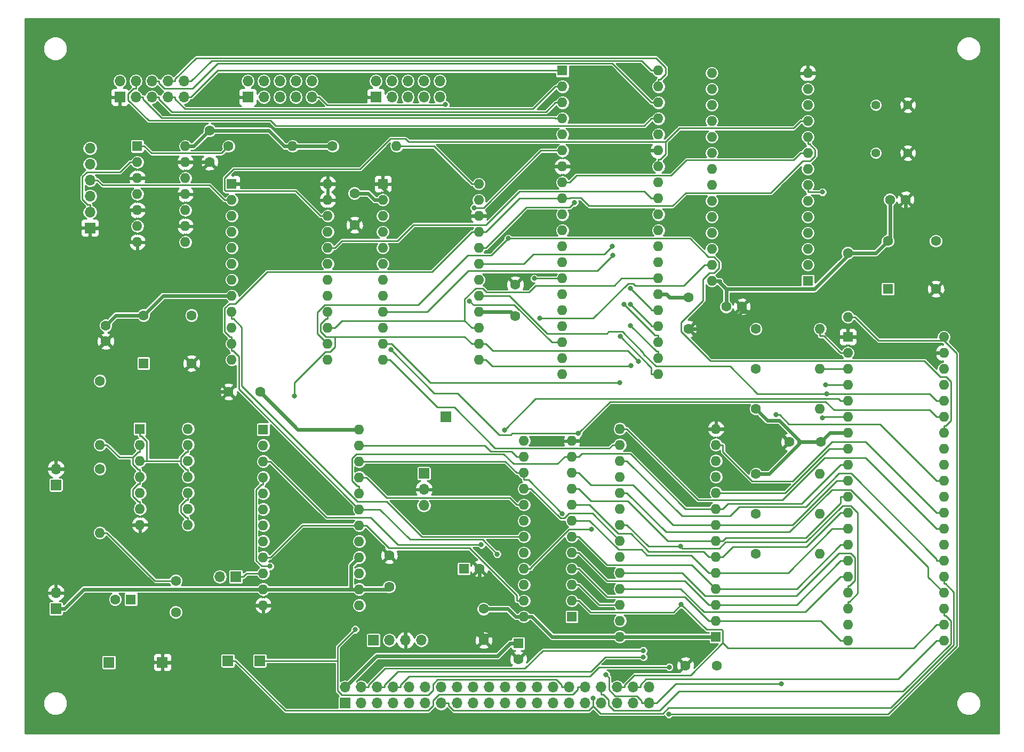
<source format=gtl>
G04 #@! TF.FileFunction,Copper,L1,Top,Signal*
%FSLAX46Y46*%
G04 Gerber Fmt 4.6, Leading zero omitted, Abs format (unit mm)*
G04 Created by KiCad (PCBNEW 4.0.7) date 09/13/18 13:31:19*
%MOMM*%
%LPD*%
G01*
G04 APERTURE LIST*
%ADD10C,0.100000*%
%ADD11C,1.524000*%
%ADD12C,1.600000*%
%ADD13R,1.600000X1.600000*%
%ADD14R,1.700000X1.700000*%
%ADD15O,1.700000X1.700000*%
%ADD16O,1.600000X1.600000*%
%ADD17C,1.397000*%
%ADD18C,0.800000*%
%ADD19C,0.600000*%
%ADD20C,0.250000*%
%ADD21C,0.254000*%
G04 APERTURE END LIST*
D10*
D11*
X88500000Y-62500000D03*
X118500000Y-103500000D03*
X115000000Y-121500000D03*
X59000000Y-39000000D03*
X196500000Y-39000000D03*
X196500000Y-136000000D03*
X56500000Y-118500000D03*
X55000000Y-118500000D03*
D12*
X176500000Y-97500000D03*
X171500000Y-97500000D03*
X87500000Y-89500000D03*
X82500000Y-89500000D03*
X155500000Y-74500000D03*
X155500000Y-79500000D03*
X123000000Y-129000000D03*
X123000000Y-124000000D03*
X102500000Y-63000000D03*
X102500000Y-58000000D03*
X108000000Y-120500000D03*
X108000000Y-115500000D03*
X128000000Y-77500000D03*
X128000000Y-72500000D03*
X155000000Y-133000000D03*
X160000000Y-133000000D03*
X79500000Y-48000000D03*
X79500000Y-53000000D03*
X74130000Y-119535000D03*
X74130000Y-124535000D03*
X164000000Y-76000000D03*
X161500000Y-76000000D03*
D13*
X67000000Y-122500000D03*
D12*
X64500000Y-122500000D03*
D13*
X119850000Y-117630000D03*
D12*
X122350000Y-117630000D03*
D13*
X128500000Y-129500000D03*
D12*
X128500000Y-132000000D03*
D14*
X65240000Y-42700000D03*
D15*
X65240000Y-40160000D03*
X67780000Y-42700000D03*
X67780000Y-40160000D03*
X70320000Y-42700000D03*
X70320000Y-40160000D03*
X72860000Y-42700000D03*
X72860000Y-40160000D03*
X75400000Y-42700000D03*
X75400000Y-40160000D03*
D14*
X85560000Y-42700000D03*
D15*
X85560000Y-40160000D03*
X88100000Y-42700000D03*
X88100000Y-40160000D03*
X90640000Y-42700000D03*
X90640000Y-40160000D03*
X93180000Y-42700000D03*
X93180000Y-40160000D03*
X95720000Y-42700000D03*
X95720000Y-40160000D03*
D14*
X105880000Y-42700000D03*
D15*
X105880000Y-40160000D03*
X108420000Y-42700000D03*
X108420000Y-40160000D03*
X110960000Y-42700000D03*
X110960000Y-40160000D03*
X113500000Y-42700000D03*
X113500000Y-40160000D03*
X116040000Y-42700000D03*
X116040000Y-40160000D03*
D14*
X82385000Y-132235000D03*
X87465000Y-132235000D03*
X117000000Y-93500000D03*
X63500000Y-132500000D03*
X72000000Y-132500000D03*
X55080000Y-104295000D03*
D15*
X55080000Y-101755000D03*
D14*
X101000000Y-139000000D03*
D15*
X101000000Y-136460000D03*
X103540000Y-139000000D03*
X103540000Y-136460000D03*
X106080000Y-139000000D03*
X106080000Y-136460000D03*
X108620000Y-139000000D03*
X108620000Y-136460000D03*
X111160000Y-139000000D03*
X111160000Y-136460000D03*
X113700000Y-139000000D03*
X113700000Y-136460000D03*
X116240000Y-139000000D03*
X116240000Y-136460000D03*
X118780000Y-139000000D03*
X118780000Y-136460000D03*
X121320000Y-139000000D03*
X121320000Y-136460000D03*
X123860000Y-139000000D03*
X123860000Y-136460000D03*
X126400000Y-139000000D03*
X126400000Y-136460000D03*
X128940000Y-139000000D03*
X128940000Y-136460000D03*
X131480000Y-139000000D03*
X131480000Y-136460000D03*
X134020000Y-139000000D03*
X134020000Y-136460000D03*
X136560000Y-139000000D03*
X136560000Y-136460000D03*
X139100000Y-139000000D03*
X139100000Y-136460000D03*
X141640000Y-139000000D03*
X141640000Y-136460000D03*
X144180000Y-139000000D03*
X144180000Y-136460000D03*
X146720000Y-139000000D03*
X146720000Y-136460000D03*
X149260000Y-139000000D03*
X149260000Y-136460000D03*
D14*
X55080000Y-123980000D03*
D15*
X55080000Y-121440000D03*
D14*
X83655000Y-118900000D03*
D15*
X81115000Y-118900000D03*
D12*
X166205000Y-92230000D03*
D16*
X176365000Y-92230000D03*
D12*
X166205000Y-85880000D03*
D16*
X176365000Y-85880000D03*
D12*
X82500000Y-50500000D03*
D16*
X92660000Y-50500000D03*
D12*
X166205000Y-79530000D03*
D16*
X176365000Y-79530000D03*
D12*
X180810000Y-67465000D03*
D16*
X180810000Y-77625000D03*
D12*
X166205000Y-102580000D03*
D16*
X176365000Y-102580000D03*
D12*
X166205000Y-115280000D03*
D16*
X176365000Y-115280000D03*
D12*
X166205000Y-108930000D03*
D16*
X176365000Y-108930000D03*
D12*
X99000000Y-50500000D03*
D16*
X109160000Y-50500000D03*
D12*
X62065000Y-101755000D03*
D16*
X62065000Y-111915000D03*
D12*
X62065000Y-87785000D03*
D16*
X62065000Y-97945000D03*
D17*
X185255000Y-43970000D03*
X190335000Y-43970000D03*
X185255000Y-51590000D03*
X190335000Y-51590000D03*
D13*
X187160000Y-73180000D03*
D12*
X187160000Y-65560000D03*
X194780000Y-65560000D03*
X194780000Y-73180000D03*
D13*
X180810000Y-80800000D03*
D16*
X196050000Y-129060000D03*
X180810000Y-83340000D03*
X196050000Y-126520000D03*
X180810000Y-85880000D03*
X196050000Y-123980000D03*
X180810000Y-88420000D03*
X196050000Y-121440000D03*
X180810000Y-90960000D03*
X196050000Y-118900000D03*
X180810000Y-93500000D03*
X196050000Y-116360000D03*
X180810000Y-96040000D03*
X196050000Y-113820000D03*
X180810000Y-98580000D03*
X196050000Y-111280000D03*
X180810000Y-101120000D03*
X196050000Y-108740000D03*
X180810000Y-103660000D03*
X196050000Y-106200000D03*
X180810000Y-106200000D03*
X196050000Y-103660000D03*
X180810000Y-108740000D03*
X196050000Y-101120000D03*
X180810000Y-111280000D03*
X196050000Y-98580000D03*
X180810000Y-113820000D03*
X196050000Y-96040000D03*
X180810000Y-116360000D03*
X196050000Y-93500000D03*
X180810000Y-118900000D03*
X196050000Y-90960000D03*
X180810000Y-121440000D03*
X196050000Y-88420000D03*
X180810000Y-123980000D03*
X196050000Y-85880000D03*
X180810000Y-126520000D03*
X196050000Y-83340000D03*
X180810000Y-129060000D03*
X196050000Y-80800000D03*
D13*
X83000000Y-56500000D03*
D16*
X98240000Y-84440000D03*
X83000000Y-59040000D03*
X98240000Y-81900000D03*
X83000000Y-61580000D03*
X98240000Y-79360000D03*
X83000000Y-64120000D03*
X98240000Y-76820000D03*
X83000000Y-66660000D03*
X98240000Y-74280000D03*
X83000000Y-69200000D03*
X98240000Y-71740000D03*
X83000000Y-71740000D03*
X98240000Y-69200000D03*
X83000000Y-74280000D03*
X98240000Y-66660000D03*
X83000000Y-76820000D03*
X98240000Y-64120000D03*
X83000000Y-79360000D03*
X98240000Y-61580000D03*
X83000000Y-81900000D03*
X98240000Y-59040000D03*
X83000000Y-84440000D03*
X98240000Y-56500000D03*
D13*
X69000000Y-85000000D03*
D12*
X69000000Y-77380000D03*
X76620000Y-77380000D03*
X76620000Y-85000000D03*
D13*
X135500000Y-38500000D03*
D16*
X150740000Y-86760000D03*
X135500000Y-41040000D03*
X150740000Y-84220000D03*
X135500000Y-43580000D03*
X150740000Y-81680000D03*
X135500000Y-46120000D03*
X150740000Y-79140000D03*
X135500000Y-48660000D03*
X150740000Y-76600000D03*
X135500000Y-51200000D03*
X150740000Y-74060000D03*
X135500000Y-53740000D03*
X150740000Y-71520000D03*
X135500000Y-56280000D03*
X150740000Y-68980000D03*
X135500000Y-58820000D03*
X150740000Y-66440000D03*
X135500000Y-61360000D03*
X150740000Y-63900000D03*
X135500000Y-63900000D03*
X150740000Y-61360000D03*
X135500000Y-66440000D03*
X150740000Y-58820000D03*
X135500000Y-68980000D03*
X150740000Y-56280000D03*
X135500000Y-71520000D03*
X150740000Y-53740000D03*
X135500000Y-74060000D03*
X150740000Y-51200000D03*
X135500000Y-76600000D03*
X150740000Y-48660000D03*
X135500000Y-79140000D03*
X150740000Y-46120000D03*
X135500000Y-81680000D03*
X150740000Y-43580000D03*
X135500000Y-84220000D03*
X150740000Y-41040000D03*
X135500000Y-86760000D03*
X150740000Y-38500000D03*
D13*
X136995000Y-125250000D03*
D16*
X129375000Y-97310000D03*
X136995000Y-122710000D03*
X129375000Y-99850000D03*
X136995000Y-120170000D03*
X129375000Y-102390000D03*
X136995000Y-117630000D03*
X129375000Y-104930000D03*
X136995000Y-115090000D03*
X129375000Y-107470000D03*
X136995000Y-112550000D03*
X129375000Y-110010000D03*
X136995000Y-110010000D03*
X129375000Y-112550000D03*
X136995000Y-107470000D03*
X129375000Y-115090000D03*
X136995000Y-104930000D03*
X129375000Y-117630000D03*
X136995000Y-102390000D03*
X129375000Y-120170000D03*
X136995000Y-99850000D03*
X129375000Y-122710000D03*
X136995000Y-97310000D03*
X129375000Y-125250000D03*
D13*
X88000000Y-95500000D03*
D16*
X103240000Y-123440000D03*
X88000000Y-98040000D03*
X103240000Y-120900000D03*
X88000000Y-100580000D03*
X103240000Y-118360000D03*
X88000000Y-103120000D03*
X103240000Y-115820000D03*
X88000000Y-105660000D03*
X103240000Y-113280000D03*
X88000000Y-108200000D03*
X103240000Y-110740000D03*
X88000000Y-110740000D03*
X103240000Y-108200000D03*
X88000000Y-113280000D03*
X103240000Y-105660000D03*
X88000000Y-115820000D03*
X103240000Y-103120000D03*
X88000000Y-118360000D03*
X103240000Y-100580000D03*
X88000000Y-120900000D03*
X103240000Y-98040000D03*
X88000000Y-123440000D03*
X103240000Y-95500000D03*
D13*
X107000000Y-56500000D03*
D16*
X122240000Y-84440000D03*
X107000000Y-59040000D03*
X122240000Y-81900000D03*
X107000000Y-61580000D03*
X122240000Y-79360000D03*
X107000000Y-64120000D03*
X122240000Y-76820000D03*
X107000000Y-66660000D03*
X122240000Y-74280000D03*
X107000000Y-69200000D03*
X122240000Y-71740000D03*
X107000000Y-71740000D03*
X122240000Y-69200000D03*
X107000000Y-74280000D03*
X122240000Y-66660000D03*
X107000000Y-76820000D03*
X122240000Y-64120000D03*
X107000000Y-79360000D03*
X122240000Y-61580000D03*
X107000000Y-81900000D03*
X122240000Y-59040000D03*
X107000000Y-84440000D03*
X122240000Y-56500000D03*
D13*
X68000000Y-50500000D03*
D16*
X75620000Y-65740000D03*
X68000000Y-53040000D03*
X75620000Y-63200000D03*
X68000000Y-55580000D03*
X75620000Y-60660000D03*
X68000000Y-58120000D03*
X75620000Y-58120000D03*
X68000000Y-60660000D03*
X75620000Y-55580000D03*
X68000000Y-63200000D03*
X75620000Y-53040000D03*
X68000000Y-65740000D03*
X75620000Y-50500000D03*
D13*
X174460000Y-71910000D03*
D16*
X159220000Y-38890000D03*
X174460000Y-69370000D03*
X159220000Y-41430000D03*
X174460000Y-66830000D03*
X159220000Y-43970000D03*
X174460000Y-64290000D03*
X159220000Y-46510000D03*
X174460000Y-61750000D03*
X159220000Y-49050000D03*
X174460000Y-59210000D03*
X159220000Y-51590000D03*
X174460000Y-56670000D03*
X159220000Y-54130000D03*
X174460000Y-54130000D03*
X159220000Y-56670000D03*
X174460000Y-51590000D03*
X159220000Y-59210000D03*
X174460000Y-49050000D03*
X159220000Y-61750000D03*
X174460000Y-46510000D03*
X159220000Y-64290000D03*
X174460000Y-43970000D03*
X159220000Y-66830000D03*
X174460000Y-41430000D03*
X159220000Y-69370000D03*
X174460000Y-38890000D03*
X159220000Y-71910000D03*
D13*
X159855000Y-128425000D03*
D16*
X144615000Y-95405000D03*
X159855000Y-125885000D03*
X144615000Y-97945000D03*
X159855000Y-123345000D03*
X144615000Y-100485000D03*
X159855000Y-120805000D03*
X144615000Y-103025000D03*
X159855000Y-118265000D03*
X144615000Y-105565000D03*
X159855000Y-115725000D03*
X144615000Y-108105000D03*
X159855000Y-113185000D03*
X144615000Y-110645000D03*
X159855000Y-110645000D03*
X144615000Y-113185000D03*
X159855000Y-108105000D03*
X144615000Y-115725000D03*
X159855000Y-105565000D03*
X144615000Y-118265000D03*
X159855000Y-103025000D03*
X144615000Y-120805000D03*
X159855000Y-100485000D03*
X144615000Y-123345000D03*
X159855000Y-97945000D03*
X144615000Y-125885000D03*
X159855000Y-95405000D03*
X144615000Y-128425000D03*
D13*
X68415000Y-95405000D03*
D16*
X76035000Y-110645000D03*
X68415000Y-97945000D03*
X76035000Y-108105000D03*
X68415000Y-100485000D03*
X76035000Y-105565000D03*
X68415000Y-103025000D03*
X76035000Y-103025000D03*
X68415000Y-105565000D03*
X76035000Y-100485000D03*
X68415000Y-108105000D03*
X76035000Y-97945000D03*
X68415000Y-110645000D03*
X76035000Y-95405000D03*
D14*
X60500000Y-63500000D03*
D15*
X60500000Y-60960000D03*
X60500000Y-58420000D03*
X60500000Y-55880000D03*
X60500000Y-53340000D03*
X60500000Y-50800000D03*
D12*
X187500000Y-59000000D03*
X190000000Y-59000000D03*
X63000000Y-79000000D03*
X63000000Y-81500000D03*
D14*
X113500000Y-102500000D03*
D15*
X113500000Y-105040000D03*
X113500000Y-107580000D03*
D14*
X105500000Y-129000000D03*
D15*
X108040000Y-129000000D03*
X110580000Y-129000000D03*
X113120000Y-129000000D03*
D11*
X53500000Y-118500000D03*
D18*
X120772700Y-75088800D03*
X146323100Y-73065500D03*
X146322500Y-75627000D03*
X145314900Y-75662000D03*
X144661400Y-80712400D03*
X116924800Y-43873200D03*
X146339600Y-78975600D03*
X131024400Y-71520000D03*
X102605100Y-127276500D03*
X126891000Y-65167300D03*
X169373400Y-93153500D03*
X143485500Y-67873700D03*
X148341500Y-130633600D03*
X148352800Y-131659800D03*
X144615000Y-88102300D03*
X152456300Y-133268300D03*
X177247100Y-88420000D03*
X89104000Y-117233500D03*
X122628300Y-113822700D03*
X146386900Y-85334500D03*
X143462300Y-66412900D03*
X93000700Y-90215500D03*
X147557300Y-84690200D03*
X140358500Y-138195000D03*
X152391400Y-140739700D03*
X125130600Y-115298700D03*
X126312000Y-95570800D03*
X176776100Y-93637300D03*
X176791700Y-57795300D03*
X137410000Y-59452300D03*
X135485100Y-108894800D03*
X154377500Y-123296900D03*
X154267600Y-114108300D03*
X142440600Y-134444000D03*
X170286100Y-135918600D03*
X121474100Y-60275900D03*
X140135900Y-111401400D03*
X131928600Y-77870000D03*
X137998600Y-96157600D03*
X108243300Y-82806400D03*
X177445700Y-89834700D03*
D19*
X99000000Y-50500000D02*
X92660000Y-50500000D01*
X128500000Y-129500000D02*
X127199700Y-129500000D01*
X92660000Y-50500000D02*
X91359700Y-50500000D01*
X129375000Y-125250000D02*
X130675300Y-125250000D01*
X103240000Y-95500000D02*
X101939700Y-95500000D01*
X93500000Y-95500000D02*
X101939700Y-95500000D01*
X87500000Y-89500000D02*
X93500000Y-95500000D01*
X158554700Y-128425000D02*
X145915300Y-128425000D01*
X144615000Y-128425000D02*
X143314700Y-128425000D01*
X159855000Y-128425000D02*
X158554700Y-128425000D01*
X144615000Y-128425000D02*
X145915300Y-128425000D01*
X104659700Y-58000000D02*
X105699700Y-59040000D01*
X102500000Y-58000000D02*
X104659700Y-58000000D01*
X107000000Y-59040000D02*
X105699700Y-59040000D01*
X105960100Y-131499900D02*
X101000000Y-136460000D01*
X125199800Y-131499900D02*
X105960100Y-131499900D01*
X127199700Y-129500000D02*
X125199800Y-131499900D01*
X126824700Y-124000000D02*
X128074700Y-125250000D01*
X123000000Y-124000000D02*
X126824700Y-124000000D01*
X129375000Y-125250000D02*
X128074700Y-125250000D01*
X152480300Y-74500000D02*
X152040300Y-74060000D01*
X155500000Y-74500000D02*
X152480300Y-74500000D01*
X150740000Y-74060000D02*
X152040300Y-74060000D01*
X88859700Y-48000000D02*
X79500000Y-48000000D01*
X91359700Y-50500000D02*
X88859700Y-48000000D01*
X79420300Y-48000000D02*
X76920300Y-50500000D01*
X79500000Y-48000000D02*
X79420300Y-48000000D01*
X75620000Y-50500000D02*
X76920300Y-50500000D01*
X103240000Y-120900000D02*
X104540300Y-120900000D01*
X107600000Y-120900000D02*
X104540300Y-120900000D01*
X108000000Y-120500000D02*
X107600000Y-120900000D01*
X133850300Y-128425000D02*
X143314700Y-128425000D01*
X130675300Y-125250000D02*
X133850300Y-128425000D01*
X101928700Y-117131300D02*
X103240000Y-115820000D01*
X101928700Y-120900000D02*
X101928700Y-117131300D01*
X103240000Y-120900000D02*
X101928700Y-120900000D01*
X101928700Y-120900000D02*
X88000000Y-120900000D01*
X59510300Y-120900000D02*
X56430300Y-123980000D01*
X88000000Y-120900000D02*
X59510300Y-120900000D01*
X55080000Y-123980000D02*
X56430300Y-123980000D01*
X173061700Y-97835000D02*
X173061700Y-97500000D01*
X168316700Y-102580000D02*
X173061700Y-97835000D01*
X166205000Y-102580000D02*
X168316700Y-102580000D01*
X180810000Y-96040000D02*
X179509700Y-96040000D01*
X173061700Y-97500000D02*
X176500000Y-97500000D01*
X177960000Y-96040000D02*
X179509700Y-96040000D01*
X176500000Y-97500000D02*
X177960000Y-96040000D01*
X72100000Y-74280000D02*
X69000000Y-77380000D01*
X83000000Y-74280000D02*
X72100000Y-74280000D01*
X64620000Y-77380000D02*
X63000000Y-79000000D01*
X69000000Y-77380000D02*
X64620000Y-77380000D01*
X173061700Y-97188800D02*
X173061700Y-97500000D01*
X169926700Y-94053800D02*
X173061700Y-97188800D01*
X168028800Y-94053800D02*
X169926700Y-94053800D01*
X166205000Y-92230000D02*
X168028800Y-94053800D01*
X185255000Y-67465000D02*
X187160000Y-65560000D01*
X180810000Y-67465000D02*
X185255000Y-67465000D01*
X187500000Y-65220000D02*
X187500000Y-59000000D01*
X187160000Y-65560000D02*
X187500000Y-65220000D01*
X161500000Y-76000000D02*
X161500000Y-73210400D01*
X160520300Y-72230700D02*
X161500000Y-73210400D01*
X160520300Y-71910000D02*
X160520300Y-72230700D01*
X180810000Y-67870200D02*
X180810000Y-67465000D01*
X175469800Y-73210400D02*
X180810000Y-67870200D01*
X161500000Y-73210400D02*
X175469800Y-73210400D01*
X159220000Y-71910000D02*
X160520300Y-71910000D01*
X169405000Y-95405000D02*
X171500000Y-97500000D01*
X159855000Y-95405000D02*
X169405000Y-95405000D01*
X185255000Y-38890000D02*
X190335000Y-43970000D01*
X174460000Y-38890000D02*
X185255000Y-38890000D01*
X60500000Y-63500000D02*
X61507600Y-63500000D01*
X68000000Y-60660000D02*
X69300300Y-60660000D01*
X71840300Y-53040000D02*
X75620000Y-53040000D01*
X69300300Y-55580000D02*
X71840300Y-53040000D01*
X68000000Y-55580000D02*
X69300300Y-55580000D01*
X82410300Y-123440000D02*
X73350300Y-132500000D01*
X88000000Y-123440000D02*
X82410300Y-123440000D01*
X72000000Y-132500000D02*
X73350300Y-132500000D01*
X83000000Y-56500000D02*
X98240000Y-56500000D01*
X98240000Y-56500000D02*
X99540300Y-56500000D01*
X68000000Y-60660000D02*
X66699700Y-60660000D01*
X68000000Y-65740000D02*
X66699700Y-65740000D01*
X66699700Y-65039700D02*
X66699700Y-65740000D01*
X65160000Y-63500000D02*
X66699700Y-65039700D01*
X61507600Y-63500000D02*
X65160000Y-63500000D01*
X66699700Y-61960300D02*
X66699700Y-60660000D01*
X65160000Y-63500000D02*
X66699700Y-61960300D01*
X76960300Y-53000000D02*
X76920300Y-53040000D01*
X79500000Y-53000000D02*
X76960300Y-53000000D01*
X75620000Y-53040000D02*
X76920300Y-53040000D01*
X105699700Y-56500000D02*
X99540300Y-56500000D01*
X107000000Y-56500000D02*
X106366500Y-56500000D01*
X106366500Y-56500000D02*
X105699700Y-56500000D01*
X135500000Y-53740000D02*
X136800300Y-53740000D01*
X184650300Y-83340000D02*
X196050000Y-83340000D01*
X182110300Y-80800000D02*
X184650300Y-83340000D01*
X180810000Y-80800000D02*
X182110300Y-80800000D01*
X74319700Y-59420300D02*
X74319700Y-58120000D01*
X73080000Y-60660000D02*
X74319700Y-59420300D01*
X69300300Y-60660000D02*
X73080000Y-60660000D01*
X74319700Y-61899700D02*
X74319700Y-63200000D01*
X73080000Y-60660000D02*
X74319700Y-61899700D01*
X75620000Y-63200000D02*
X74319700Y-63200000D01*
X75620000Y-58120000D02*
X74319700Y-58120000D01*
X111446500Y-61580000D02*
X122240000Y-61580000D01*
X106366500Y-56500000D02*
X111446500Y-61580000D01*
X131380300Y-53740000D02*
X135500000Y-53740000D01*
X123540300Y-61580000D02*
X131380300Y-53740000D01*
X122240000Y-61580000D02*
X123540300Y-61580000D01*
X180810000Y-80800000D02*
X179509700Y-80800000D01*
X164000000Y-76799900D02*
X164000000Y-76000000D01*
X161299900Y-79500000D02*
X164000000Y-76799900D01*
X155500000Y-79500000D02*
X161299900Y-79500000D01*
X146899700Y-53740000D02*
X149439700Y-51200000D01*
X136800300Y-53740000D02*
X146899700Y-53740000D01*
X150740000Y-51200000D02*
X149439700Y-51200000D01*
X68415000Y-110645000D02*
X67114700Y-110645000D01*
X58224700Y-86275300D02*
X58224700Y-101755000D01*
X63000000Y-81500000D02*
X58224700Y-86275300D01*
X67114700Y-110645000D02*
X58224700Y-101755000D01*
X58224700Y-101755000D02*
X55080000Y-101755000D01*
X110580000Y-129000000D02*
X110580000Y-127649700D01*
X81120000Y-89500000D02*
X82500000Y-89500000D01*
X76620000Y-85000000D02*
X81120000Y-89500000D01*
X175509600Y-76799900D02*
X179509700Y-80800000D01*
X164000000Y-76799900D02*
X175509600Y-76799900D01*
X190000000Y-68400000D02*
X190000000Y-59000000D01*
X194780000Y-73180000D02*
X190000000Y-68400000D01*
X88000000Y-123440000D02*
X89300300Y-123440000D01*
X110580000Y-127649700D02*
X110580000Y-125525100D01*
X109370600Y-116870600D02*
X108000000Y-115500000D01*
X109370600Y-124740300D02*
X109370600Y-116870600D01*
X109795200Y-124740300D02*
X109370600Y-124740300D01*
X110580000Y-125525100D02*
X109795200Y-124740300D01*
X90600600Y-124740300D02*
X89300300Y-123440000D01*
X109370600Y-124740300D02*
X90600600Y-124740300D01*
X157254400Y-94104700D02*
X158554700Y-95405000D01*
X141500600Y-94104700D02*
X157254400Y-94104700D01*
X138295300Y-97310000D02*
X141500600Y-94104700D01*
X136995000Y-97310000D02*
X138295300Y-97310000D01*
X159855000Y-95405000D02*
X158554700Y-95405000D01*
X123000000Y-128175600D02*
X123000000Y-129000000D01*
X119937300Y-125112900D02*
X123000000Y-128175600D01*
X119525100Y-125525100D02*
X119937300Y-125112900D01*
X110580000Y-125525100D02*
X119525100Y-125525100D01*
X122350000Y-122700200D02*
X122350000Y-117630000D01*
X119937300Y-125112900D02*
X122350000Y-122700200D01*
X151733300Y-129733300D02*
X155000000Y-133000000D01*
X129843500Y-129733300D02*
X151733300Y-129733300D01*
X129843500Y-128459200D02*
X129843500Y-129733300D01*
X129559900Y-128175600D02*
X129843500Y-128459200D01*
X123000000Y-128175600D02*
X129559900Y-128175600D01*
X129843500Y-130656500D02*
X128500000Y-132000000D01*
X129843500Y-129733300D02*
X129843500Y-130656500D01*
X127320000Y-76820000D02*
X128000000Y-77500000D01*
X122240000Y-76820000D02*
X127320000Y-76820000D01*
D20*
X70810300Y-119535000D02*
X74130000Y-119535000D01*
X63190300Y-111915000D02*
X70810300Y-119535000D01*
X62065000Y-111915000D02*
X63190300Y-111915000D01*
X68415000Y-97945000D02*
X68415000Y-99070300D01*
X68415000Y-103025000D02*
X68415000Y-101899700D01*
X62065000Y-97945000D02*
X63190300Y-97945000D01*
X65159500Y-99914200D02*
X63190300Y-97945000D01*
X67289700Y-99914200D02*
X65159500Y-99914200D01*
X67289700Y-101055800D02*
X67289700Y-99914200D01*
X68133600Y-101899700D02*
X67289700Y-101055800D01*
X68415000Y-101899700D02*
X68133600Y-101899700D01*
X68133600Y-99070300D02*
X68415000Y-99070300D01*
X67289700Y-99914200D02*
X68133600Y-99070300D01*
X68133600Y-104150300D02*
X68415000Y-104150300D01*
X67289700Y-104994200D02*
X68133600Y-104150300D01*
X67289700Y-106135700D02*
X67289700Y-104994200D01*
X68133700Y-106979700D02*
X67289700Y-106135700D01*
X68415000Y-106979700D02*
X68133700Y-106979700D01*
X68415000Y-108105000D02*
X68415000Y-106979700D01*
X68415000Y-103025000D02*
X68415000Y-104150300D01*
X75753600Y-109519700D02*
X76035000Y-109519700D01*
X74909700Y-108675800D02*
X75753600Y-109519700D01*
X74909700Y-107534300D02*
X74909700Y-108675800D01*
X75753700Y-106690300D02*
X74909700Y-107534300D01*
X76035000Y-106690300D02*
X75753700Y-106690300D01*
X76035000Y-105565000D02*
X76035000Y-106690300D01*
X76035000Y-110645000D02*
X76035000Y-109519700D01*
X68955300Y-43067300D02*
X68955300Y-42700000D01*
X71872100Y-45984100D02*
X68955300Y-43067300D01*
X134238800Y-45984100D02*
X71872100Y-45984100D01*
X134374700Y-46120000D02*
X134238800Y-45984100D01*
X135500000Y-46120000D02*
X134374700Y-46120000D01*
X67780000Y-42700000D02*
X68955300Y-42700000D01*
X67780000Y-40160000D02*
X67780000Y-41335300D01*
X150740000Y-46120000D02*
X149614700Y-46120000D01*
X148489400Y-47245300D02*
X149614700Y-46120000D01*
X89993000Y-47245300D02*
X148489400Y-47245300D01*
X89182200Y-46434500D02*
X89993000Y-47245300D01*
X69838100Y-46434500D02*
X89182200Y-46434500D01*
X66570100Y-43166500D02*
X69838100Y-46434500D01*
X66570100Y-42177900D02*
X66570100Y-43166500D01*
X67412700Y-41335300D02*
X66570100Y-42177900D01*
X67780000Y-41335300D02*
X67412700Y-41335300D01*
X70320000Y-42700000D02*
X71495300Y-42700000D01*
X135500000Y-43580000D02*
X134374700Y-43580000D01*
X71495300Y-43067300D02*
X71495300Y-42700000D01*
X73490400Y-45062400D02*
X71495300Y-43067300D01*
X132892300Y-45062400D02*
X73490400Y-45062400D01*
X134374700Y-43580000D02*
X132892300Y-45062400D01*
X71495300Y-40527400D02*
X71495300Y-40160000D01*
X72303200Y-41335300D02*
X71495300Y-40527400D01*
X76820400Y-41335300D02*
X72303200Y-41335300D01*
X80781000Y-37374700D02*
X76820400Y-41335300D01*
X143409400Y-37374700D02*
X80781000Y-37374700D01*
X149614700Y-43580000D02*
X143409400Y-37374700D01*
X70320000Y-40160000D02*
X71495300Y-40160000D01*
X150740000Y-43580000D02*
X149614700Y-43580000D01*
X135500000Y-41040000D02*
X134374700Y-41040000D01*
X72860000Y-42700000D02*
X74035300Y-42700000D01*
X74035300Y-43067300D02*
X74035300Y-42700000D01*
X75566700Y-44598700D02*
X74035300Y-43067300D01*
X130816000Y-44598700D02*
X75566700Y-44598700D01*
X134374700Y-41040000D02*
X130816000Y-44598700D01*
X150740000Y-41040000D02*
X150740000Y-39914700D01*
X72860000Y-40160000D02*
X74035300Y-40160000D01*
X74035300Y-39792700D02*
X74035300Y-40160000D01*
X77353900Y-36474100D02*
X74035300Y-39792700D01*
X150357900Y-36474100D02*
X77353900Y-36474100D01*
X151886600Y-38002800D02*
X150357900Y-36474100D01*
X151886600Y-39049400D02*
X151886600Y-38002800D01*
X151021300Y-39914700D02*
X151886600Y-39049400D01*
X150740000Y-39914700D02*
X151021300Y-39914700D01*
X75400000Y-42700000D02*
X76575300Y-42700000D01*
X80775300Y-38500000D02*
X135500000Y-38500000D01*
X76575300Y-42700000D02*
X80775300Y-38500000D01*
X75400000Y-40160000D02*
X76575300Y-40160000D01*
X150740000Y-38500000D02*
X149614700Y-38500000D01*
X79810900Y-36924400D02*
X76575300Y-40160000D01*
X148039100Y-36924400D02*
X79810900Y-36924400D01*
X149614700Y-38500000D02*
X148039100Y-36924400D01*
X65304700Y-54610000D02*
X66874700Y-53040000D01*
X60040900Y-54610000D02*
X65304700Y-54610000D01*
X59300500Y-55350400D02*
X60040900Y-54610000D01*
X59300500Y-58952500D02*
X59300500Y-55350400D01*
X60132700Y-59784700D02*
X59300500Y-58952500D01*
X60500000Y-59784700D02*
X60132700Y-59784700D01*
X60500000Y-60960000D02*
X60500000Y-59784700D01*
X68000000Y-53040000D02*
X66874700Y-53040000D01*
X79540100Y-56705400D02*
X81874700Y-59040000D01*
X62500700Y-56705400D02*
X79540100Y-56705400D01*
X61675300Y-55880000D02*
X62500700Y-56705400D01*
X60500000Y-55880000D02*
X61675300Y-55880000D01*
X83000000Y-59040000D02*
X81874700Y-59040000D01*
X133837800Y-81680000D02*
X135500000Y-81680000D01*
X127852400Y-75694600D02*
X133837800Y-81680000D01*
X121378500Y-75694600D02*
X127852400Y-75694600D01*
X120772700Y-75088800D02*
X121378500Y-75694600D01*
X149614700Y-76357100D02*
X146323100Y-73065500D01*
X149614700Y-76600000D02*
X149614700Y-76357100D01*
X150740000Y-76600000D02*
X149614700Y-76600000D01*
X150740000Y-79140000D02*
X149614700Y-79140000D01*
X149614700Y-78919200D02*
X146322500Y-75627000D01*
X149614700Y-79140000D02*
X149614700Y-78919200D01*
X150740000Y-81680000D02*
X150740000Y-80554700D01*
X150207600Y-80554700D02*
X145314900Y-75662000D01*
X150740000Y-80554700D02*
X150207600Y-80554700D01*
X95720000Y-42700000D02*
X96895300Y-42700000D01*
X150740000Y-86760000D02*
X149614700Y-86760000D01*
X116833900Y-43964100D02*
X116924800Y-43873200D01*
X98159400Y-43964100D02*
X116833900Y-43964100D01*
X96895300Y-42700000D02*
X98159400Y-43964100D01*
X149614700Y-85665700D02*
X144661400Y-80712400D01*
X149614700Y-86760000D02*
X149614700Y-85665700D01*
X150740000Y-84220000D02*
X150740000Y-83094700D01*
X150458700Y-83094700D02*
X146339600Y-78975600D01*
X150740000Y-83094700D02*
X150458700Y-83094700D01*
X135500000Y-71520000D02*
X131024400Y-71520000D01*
X85370300Y-118360000D02*
X84830300Y-118900000D01*
X88000000Y-118360000D02*
X85370300Y-118360000D01*
X83655000Y-118900000D02*
X84830300Y-118900000D01*
X137924700Y-136827400D02*
X137924700Y-136460000D01*
X137116800Y-137635300D02*
X137924700Y-136827400D01*
X115915100Y-137635300D02*
X137116800Y-137635300D01*
X114970000Y-138580400D02*
X115915100Y-137635300D01*
X114970000Y-139394200D02*
X114970000Y-138580400D01*
X114188800Y-140175400D02*
X114970000Y-139394200D01*
X91500700Y-140175400D02*
X114188800Y-140175400D01*
X83560300Y-132235000D02*
X91500700Y-140175400D01*
X82385000Y-132235000D02*
X83560300Y-132235000D01*
X139100000Y-136460000D02*
X137924700Y-136460000D01*
X87465000Y-132235000D02*
X88640300Y-132235000D01*
X99824600Y-132235000D02*
X88640300Y-132235000D01*
X136560000Y-136460000D02*
X135384700Y-136460000D01*
X99824600Y-130057000D02*
X102605100Y-127276500D01*
X99824600Y-132235000D02*
X99824600Y-130057000D01*
X135384700Y-136092700D02*
X135384700Y-136460000D01*
X134563800Y-135271800D02*
X135384700Y-136092700D01*
X115680300Y-135271800D02*
X134563800Y-135271800D01*
X114957800Y-135994300D02*
X115680300Y-135271800D01*
X114957800Y-136917500D02*
X114957800Y-135994300D01*
X114201800Y-137673500D02*
X114957800Y-136917500D01*
X100479300Y-137673500D02*
X114201800Y-137673500D01*
X99824600Y-137018800D02*
X100479300Y-137673500D01*
X99824600Y-132235000D02*
X99824600Y-137018800D01*
X88000000Y-115820000D02*
X89125300Y-115820000D01*
X103240000Y-110740000D02*
X104365300Y-110740000D01*
X129375000Y-122710000D02*
X128249700Y-122710000D01*
X94205300Y-110740000D02*
X103240000Y-110740000D01*
X89125300Y-115820000D02*
X94205300Y-110740000D01*
X196331400Y-94914700D02*
X196050000Y-94914700D01*
X197175300Y-94070800D02*
X196331400Y-94914700D01*
X197175300Y-87874200D02*
X197175300Y-94070800D01*
X196451100Y-87150000D02*
X197175300Y-87874200D01*
X195519800Y-87150000D02*
X196451100Y-87150000D01*
X192979800Y-84610000D02*
X195519800Y-87150000D01*
X159008100Y-84610000D02*
X192979800Y-84610000D01*
X154332000Y-79933900D02*
X159008100Y-84610000D01*
X154332000Y-78501500D02*
X154332000Y-79933900D01*
X157830900Y-75002600D02*
X154332000Y-78501500D01*
X157830900Y-71665900D02*
X157830900Y-75002600D01*
X158856800Y-70640000D02*
X157830900Y-71665900D01*
X159619000Y-70640000D02*
X158856800Y-70640000D01*
X160374800Y-69884200D02*
X159619000Y-70640000D01*
X160374800Y-68922300D02*
X160374800Y-69884200D01*
X159552500Y-68100000D02*
X160374800Y-68922300D01*
X158689800Y-68100000D02*
X159552500Y-68100000D01*
X155759800Y-65170000D02*
X158689800Y-68100000D01*
X126891000Y-65170000D02*
X155759800Y-65170000D01*
X196050000Y-96040000D02*
X196050000Y-94914700D01*
X126891000Y-65170000D02*
X126891000Y-65167300D01*
X124201900Y-67859100D02*
X126891000Y-65170000D01*
X120469500Y-67859100D02*
X124201900Y-67859100D01*
X112634000Y-75694600D02*
X120469500Y-67859100D01*
X97763000Y-75694600D02*
X112634000Y-75694600D01*
X96591600Y-76866000D02*
X97763000Y-75694600D01*
X96591600Y-80251600D02*
X96591600Y-76866000D01*
X98240000Y-81900000D02*
X96591600Y-80251600D01*
X128249700Y-121866000D02*
X128249700Y-122710000D01*
X120735400Y-114351700D02*
X128249700Y-121866000D01*
X107977000Y-114351700D02*
X120735400Y-114351700D01*
X104365300Y-110740000D02*
X107977000Y-114351700D01*
X174460000Y-46510000D02*
X173334700Y-46510000D01*
X196050000Y-103660000D02*
X194924700Y-103660000D01*
X98240000Y-61580000D02*
X97114700Y-61580000D01*
X150740000Y-53740000D02*
X150740000Y-52614700D01*
X151021300Y-52614700D02*
X150740000Y-52614700D01*
X151892500Y-51743500D02*
X151021300Y-52614700D01*
X151892500Y-49791400D02*
X151892500Y-51743500D01*
X154048600Y-47635300D02*
X151892500Y-49791400D01*
X172209400Y-47635300D02*
X154048600Y-47635300D01*
X173334700Y-46510000D02*
X172209400Y-47635300D01*
X93160100Y-57625400D02*
X97114700Y-61580000D01*
X81997600Y-57625400D02*
X93160100Y-57625400D01*
X81874600Y-57502400D02*
X81997600Y-57625400D01*
X81874600Y-55558000D02*
X81874600Y-57502400D01*
X83307200Y-54125400D02*
X81874600Y-55558000D01*
X103374600Y-54125400D02*
X83307200Y-54125400D01*
X108161200Y-49338800D02*
X103374600Y-54125400D01*
X110594200Y-49338800D02*
X108161200Y-49338800D01*
X111046800Y-49791400D02*
X110594200Y-49338800D01*
X151892500Y-49791400D02*
X111046800Y-49791400D01*
X169987000Y-93153500D02*
X169373400Y-93153500D01*
X171477800Y-94644300D02*
X169987000Y-93153500D01*
X185909000Y-94644300D02*
X171477800Y-94644300D01*
X194924700Y-103660000D02*
X185909000Y-94644300D01*
X114067900Y-76820000D02*
X107000000Y-76820000D01*
X120562500Y-70325400D02*
X114067900Y-76820000D01*
X141033800Y-70325400D02*
X120562500Y-70325400D01*
X143485500Y-67873700D02*
X141033800Y-70325400D01*
X177000000Y-80655300D02*
X176365000Y-80655300D01*
X179684700Y-83340000D02*
X177000000Y-80655300D01*
X180810000Y-83340000D02*
X179684700Y-83340000D01*
X176365000Y-79530000D02*
X176365000Y-80655300D01*
X103540000Y-136460000D02*
X104715300Y-136460000D01*
X132385000Y-130633600D02*
X148341500Y-130633600D01*
X129559200Y-133459400D02*
X132385000Y-130633600D01*
X107348600Y-133459400D02*
X129559200Y-133459400D01*
X104715300Y-136092700D02*
X107348600Y-133459400D01*
X104715300Y-136460000D02*
X104715300Y-136092700D01*
X100490600Y-65534700D02*
X99365300Y-66660000D01*
X109321000Y-65534700D02*
X100490600Y-65534700D01*
X111875700Y-62980000D02*
X109321000Y-65534700D01*
X123375300Y-62980000D02*
X111875700Y-62980000D01*
X128674700Y-57680600D02*
X123375300Y-62980000D01*
X148475300Y-57680600D02*
X128674700Y-57680600D01*
X149614700Y-58820000D02*
X148475300Y-57680600D01*
X150740000Y-58820000D02*
X149614700Y-58820000D01*
X98240000Y-66660000D02*
X99365300Y-66660000D01*
X183631000Y-97446300D02*
X194924700Y-108740000D01*
X178308700Y-97446300D02*
X183631000Y-97446300D01*
X172048400Y-103706600D02*
X178308700Y-97446300D01*
X165616600Y-103706600D02*
X172048400Y-103706600D01*
X160980300Y-99070300D02*
X165616600Y-103706600D01*
X160980300Y-97945000D02*
X160980300Y-99070300D01*
X159855000Y-97945000D02*
X160980300Y-97945000D01*
X196050000Y-108740000D02*
X194924700Y-108740000D01*
X180810000Y-85880000D02*
X176365000Y-85880000D01*
X106080000Y-136460000D02*
X107255300Y-136460000D01*
X142280700Y-131659800D02*
X148352800Y-131659800D01*
X140004500Y-133936000D02*
X142280700Y-131659800D01*
X109412000Y-133936000D02*
X140004500Y-133936000D01*
X107255300Y-136092700D02*
X109412000Y-133936000D01*
X107255300Y-136460000D02*
X107255300Y-136092700D01*
X107000000Y-81900000D02*
X108125300Y-81900000D01*
X108362700Y-81900000D02*
X108125300Y-81900000D01*
X114565000Y-88102300D02*
X108362700Y-81900000D01*
X144615000Y-88102300D02*
X114565000Y-88102300D01*
X183636200Y-99991500D02*
X194924700Y-111280000D01*
X177104600Y-99991500D02*
X183636200Y-99991500D01*
X170391700Y-106704400D02*
X177104600Y-99991500D01*
X157039700Y-106704400D02*
X170391700Y-106704400D01*
X145740300Y-95405000D02*
X157039700Y-106704400D01*
X144615000Y-95405000D02*
X145740300Y-95405000D01*
X196050000Y-111280000D02*
X194924700Y-111280000D01*
X108620000Y-136460000D02*
X109795300Y-136460000D01*
X180810000Y-88420000D02*
X177247100Y-88420000D01*
X141309100Y-133268300D02*
X152456300Y-133268300D01*
X139846200Y-134731200D02*
X141309100Y-133268300D01*
X111156800Y-134731200D02*
X139846200Y-134731200D01*
X109795300Y-136092700D02*
X111156800Y-134731200D01*
X109795300Y-136460000D02*
X109795300Y-136092700D01*
X87782700Y-117233500D02*
X89104000Y-117233500D01*
X86874600Y-116325400D02*
X87782700Y-117233500D01*
X86874600Y-105089400D02*
X86874600Y-116325400D01*
X87718700Y-104245300D02*
X86874600Y-105089400D01*
X88000000Y-104245300D02*
X87718700Y-104245300D01*
X88000000Y-103120000D02*
X88000000Y-104245300D01*
X115691300Y-92006000D02*
X108125300Y-84440000D01*
X118349600Y-92006000D02*
X115691300Y-92006000D01*
X124824300Y-98480700D02*
X118349600Y-92006000D01*
X142954000Y-98480700D02*
X124824300Y-98480700D01*
X143489700Y-97945000D02*
X142954000Y-98480700D01*
X144615000Y-97945000D02*
X143489700Y-97945000D01*
X107000000Y-84440000D02*
X108125300Y-84440000D01*
X194924700Y-116078700D02*
X194924700Y-116360000D01*
X181350200Y-102504200D02*
X194924700Y-116078700D01*
X179430500Y-102504200D02*
X181350200Y-102504200D01*
X174130100Y-107804600D02*
X179430500Y-102504200D01*
X163603000Y-107804600D02*
X174130100Y-107804600D01*
X162163200Y-109244400D02*
X163603000Y-107804600D01*
X154499700Y-109244400D02*
X162163200Y-109244400D01*
X145740300Y-100485000D02*
X154499700Y-109244400D01*
X144615000Y-100485000D02*
X145740300Y-100485000D01*
X196050000Y-116360000D02*
X194924700Y-116360000D01*
X88000000Y-100580000D02*
X89125300Y-100580000D01*
X109425900Y-113822700D02*
X122628300Y-113822700D01*
X105073200Y-109470000D02*
X109425900Y-113822700D01*
X98015300Y-109470000D02*
X105073200Y-109470000D01*
X89125300Y-100580000D02*
X98015300Y-109470000D01*
X124337400Y-85412100D02*
X123365300Y-84440000D01*
X146309300Y-85412100D02*
X124337400Y-85412100D01*
X146386900Y-85334500D02*
X146309300Y-85412100D01*
X122240000Y-84440000D02*
X123365300Y-84440000D01*
X129375000Y-99850000D02*
X128249700Y-99850000D01*
X103240000Y-98040000D02*
X104365300Y-98040000D01*
X142165200Y-67710000D02*
X143462300Y-66412900D01*
X130895600Y-67710000D02*
X142165200Y-67710000D01*
X129405600Y-69200000D02*
X130895600Y-67710000D01*
X122240000Y-69200000D02*
X129405600Y-69200000D01*
X127407300Y-99007600D02*
X128249700Y-99850000D01*
X124139600Y-99007600D02*
X127407300Y-99007600D01*
X123172000Y-98040000D02*
X124139600Y-99007600D01*
X104365300Y-98040000D02*
X123172000Y-98040000D01*
X116240000Y-139000000D02*
X117415300Y-139000000D01*
X196050000Y-118900000D02*
X196050000Y-120025300D01*
X98240000Y-76820000D02*
X98240000Y-77945300D01*
X122240000Y-81900000D02*
X121114700Y-81900000D01*
X93000700Y-88047600D02*
X93000700Y-90215500D01*
X97878300Y-83170000D02*
X93000700Y-88047600D01*
X98630700Y-83170000D02*
X97878300Y-83170000D01*
X99382900Y-82417800D02*
X98630700Y-83170000D01*
X99382900Y-80774700D02*
X99382900Y-82417800D01*
X119989400Y-80774700D02*
X99382900Y-80774700D01*
X121114700Y-81900000D02*
X119989400Y-80774700D01*
X97958600Y-77945300D02*
X98240000Y-77945300D01*
X97114700Y-78789200D02*
X97958600Y-77945300D01*
X97114700Y-79909400D02*
X97114700Y-78789200D01*
X97980000Y-80774700D02*
X97114700Y-79909400D01*
X99382900Y-80774700D02*
X97980000Y-80774700D01*
X124490600Y-83025300D02*
X123365300Y-81900000D01*
X145892400Y-83025300D02*
X124490600Y-83025300D01*
X147557300Y-84690200D02*
X145892400Y-83025300D01*
X122240000Y-81900000D02*
X123365300Y-81900000D01*
X141532100Y-140666600D02*
X140358500Y-139493000D01*
X151438500Y-140666600D02*
X141532100Y-140666600D01*
X152350500Y-139754600D02*
X151438500Y-140666600D01*
X187583800Y-139754600D02*
X152350500Y-139754600D01*
X197639100Y-129699300D02*
X187583800Y-139754600D01*
X197639100Y-121333100D02*
X197639100Y-129699300D01*
X196331300Y-120025300D02*
X197639100Y-121333100D01*
X196050000Y-120025300D02*
X196331300Y-120025300D01*
X117415300Y-139367400D02*
X117415300Y-139000000D01*
X118223200Y-140175300D02*
X117415300Y-139367400D01*
X139676200Y-140175300D02*
X118223200Y-140175300D01*
X140358500Y-139493000D02*
X139676200Y-140175300D01*
X140358500Y-138195000D02*
X140358500Y-139493000D01*
X193583300Y-118973300D02*
X196050000Y-121440000D01*
X193583300Y-117376200D02*
X193583300Y-118973300D01*
X181278600Y-105071500D02*
X193583300Y-117376200D01*
X178273200Y-105071500D02*
X181278600Y-105071500D01*
X171560300Y-111784400D02*
X178273200Y-105071500D01*
X151959700Y-111784400D02*
X171560300Y-111784400D01*
X145740300Y-105565000D02*
X151959700Y-111784400D01*
X144615000Y-105565000D02*
X145740300Y-105565000D01*
X150740000Y-71520000D02*
X149614700Y-71520000D01*
X122240000Y-79360000D02*
X121114700Y-79360000D01*
X98240000Y-79360000D02*
X99365300Y-79360000D01*
X100490600Y-78234700D02*
X99365300Y-79360000D01*
X120000200Y-78234700D02*
X100490600Y-78234700D01*
X120000200Y-78245500D02*
X121114700Y-79360000D01*
X120000200Y-78234700D02*
X120000200Y-78245500D01*
X120000200Y-74816100D02*
X120000200Y-78234700D01*
X121726900Y-73089400D02*
X120000200Y-74816100D01*
X122849600Y-73089400D02*
X121726900Y-73089400D01*
X123430400Y-73670200D02*
X122849600Y-73089400D01*
X130204300Y-73670200D02*
X123430400Y-73670200D01*
X131229200Y-72645300D02*
X130204300Y-73670200D01*
X143748900Y-72645300D02*
X131229200Y-72645300D01*
X144874200Y-71520000D02*
X143748900Y-72645300D01*
X149614700Y-71520000D02*
X144874200Y-71520000D01*
X196050000Y-80800000D02*
X196050000Y-81362600D01*
X180810000Y-77625000D02*
X181935300Y-77625000D01*
X185672900Y-81362600D02*
X196050000Y-81362600D01*
X181935300Y-77625000D02*
X185672900Y-81362600D01*
X187235600Y-140739700D02*
X152391400Y-140739700D01*
X198089400Y-129885900D02*
X187235600Y-140739700D01*
X198089400Y-83402000D02*
X198089400Y-129885900D01*
X196050000Y-81362600D02*
X198089400Y-83402000D01*
X83000000Y-81900000D02*
X83000000Y-83025300D01*
X122802700Y-64120000D02*
X123365300Y-64120000D01*
X159855000Y-105565000D02*
X160980300Y-105565000D01*
X174460000Y-49050000D02*
X174460000Y-50175300D01*
X135500000Y-58820000D02*
X136625300Y-58820000D01*
X174741300Y-50175300D02*
X174460000Y-50175300D01*
X175613600Y-51047600D02*
X174741300Y-50175300D01*
X175613600Y-52063400D02*
X175613600Y-51047600D01*
X174817000Y-52860000D02*
X175613600Y-52063400D01*
X173640300Y-52860000D02*
X174817000Y-52860000D01*
X168560300Y-57940000D02*
X173640300Y-52860000D01*
X155067000Y-57940000D02*
X168560300Y-57940000D01*
X153015000Y-59992000D02*
X155067000Y-57940000D01*
X139723900Y-59992000D02*
X153015000Y-59992000D01*
X138458700Y-58726800D02*
X139723900Y-59992000D01*
X136718500Y-58726800D02*
X138458700Y-58726800D01*
X136625300Y-58820000D02*
X136718500Y-58726800D01*
X128665300Y-58820000D02*
X135500000Y-58820000D01*
X123365300Y-64120000D02*
X128665300Y-58820000D01*
X122802700Y-64120000D02*
X122240000Y-64120000D01*
X82718600Y-80774700D02*
X83000000Y-80774700D01*
X81874700Y-79930800D02*
X82718600Y-80774700D01*
X81874700Y-76265000D02*
X81874700Y-79930800D01*
X82589700Y-75550000D02*
X81874700Y-76265000D01*
X83530200Y-75550000D02*
X82589700Y-75550000D01*
X88610200Y-70470000D02*
X83530200Y-75550000D01*
X114764700Y-70470000D02*
X88610200Y-70470000D01*
X121114700Y-64120000D02*
X114764700Y-70470000D01*
X122240000Y-64120000D02*
X121114700Y-64120000D01*
X83000000Y-81900000D02*
X83000000Y-80774700D01*
X84125300Y-89085300D02*
X103240000Y-108200000D01*
X84125300Y-83891100D02*
X84125300Y-89085300D01*
X83259500Y-83025300D02*
X84125300Y-83891100D01*
X83000000Y-83025300D02*
X83259500Y-83025300D01*
X106511500Y-108200000D02*
X103240000Y-108200000D01*
X111311900Y-113000400D02*
X106511500Y-108200000D01*
X122832300Y-113000400D02*
X111311900Y-113000400D01*
X125130600Y-115298700D02*
X122832300Y-113000400D01*
X170894200Y-105565000D02*
X160980300Y-105565000D01*
X177879200Y-98580000D02*
X170894200Y-105565000D01*
X180810000Y-98580000D02*
X177879200Y-98580000D01*
X180810000Y-90960000D02*
X179684700Y-90960000D01*
X131247300Y-90635500D02*
X126312000Y-95570800D01*
X179360200Y-90635500D02*
X131247300Y-90635500D01*
X179684700Y-90960000D02*
X179360200Y-90635500D01*
X137750600Y-55154700D02*
X136625300Y-56280000D01*
X152772300Y-55154700D02*
X137750600Y-55154700D01*
X155211700Y-52715300D02*
X152772300Y-55154700D01*
X172209400Y-52715300D02*
X155211700Y-52715300D01*
X173334700Y-51590000D02*
X172209400Y-52715300D01*
X174460000Y-51590000D02*
X173334700Y-51590000D01*
X135500000Y-56280000D02*
X136625300Y-56280000D01*
X103240000Y-105660000D02*
X103240000Y-104534700D01*
X136995000Y-99850000D02*
X135869700Y-99850000D01*
X136995000Y-99850000D02*
X138120300Y-99850000D01*
X159855000Y-108105000D02*
X160980300Y-108105000D01*
X180810000Y-101120000D02*
X179684700Y-101120000D01*
X138624300Y-99346000D02*
X138120300Y-99850000D01*
X146274800Y-99346000D02*
X138624300Y-99346000D01*
X155033800Y-108105000D02*
X146274800Y-99346000D01*
X159855000Y-108105000D02*
X155033800Y-108105000D01*
X161764200Y-107321100D02*
X160980300Y-108105000D01*
X173483600Y-107321100D02*
X161764200Y-107321100D01*
X179684700Y-101120000D02*
X173483600Y-107321100D01*
X134732400Y-100987300D02*
X135869700Y-99850000D01*
X127719300Y-100987300D02*
X134732400Y-100987300D01*
X126189900Y-99457900D02*
X127719300Y-100987300D01*
X123953000Y-99457900D02*
X126189900Y-99457900D01*
X123924800Y-99429700D02*
X123953000Y-99457900D01*
X102787100Y-99429700D02*
X123924800Y-99429700D01*
X102114700Y-100102100D02*
X102787100Y-99429700D01*
X102114700Y-103690800D02*
X102114700Y-100102100D01*
X102958600Y-104534700D02*
X102114700Y-103690800D01*
X103240000Y-104534700D02*
X102958600Y-104534700D01*
X176913400Y-93500000D02*
X176776100Y-93637300D01*
X180810000Y-93500000D02*
X176913400Y-93500000D01*
X180810000Y-103660000D02*
X179684700Y-103660000D01*
X160417700Y-110645000D02*
X160980300Y-110645000D01*
X160417700Y-110645000D02*
X159855000Y-110645000D01*
X159855000Y-110645000D02*
X158729700Y-110645000D01*
X136995000Y-102390000D02*
X138120300Y-102390000D01*
X140025300Y-104295000D02*
X138120300Y-102390000D01*
X146745000Y-104295000D02*
X140025300Y-104295000D01*
X153095000Y-110645000D02*
X146745000Y-104295000D01*
X158729700Y-110645000D02*
X153095000Y-110645000D01*
X172062800Y-110645000D02*
X160980300Y-110645000D01*
X179047800Y-103660000D02*
X172062800Y-110645000D01*
X179684700Y-103660000D02*
X179047800Y-103660000D01*
X180810000Y-106200000D02*
X179684700Y-106200000D01*
X140025300Y-106835000D02*
X138120300Y-104930000D01*
X145880300Y-106835000D02*
X140025300Y-106835000D01*
X152230300Y-113185000D02*
X145880300Y-106835000D01*
X159855000Y-113185000D02*
X152230300Y-113185000D01*
X136995000Y-104930000D02*
X138120300Y-104930000D01*
X159855000Y-113185000D02*
X160980300Y-113185000D01*
X174460000Y-56670000D02*
X174460000Y-57795300D01*
X161430600Y-112734700D02*
X160980300Y-113185000D01*
X174195700Y-112734700D02*
X161430600Y-112734700D01*
X179684700Y-107245700D02*
X174195700Y-112734700D01*
X179684700Y-106200000D02*
X179684700Y-107245700D01*
X174460000Y-57795300D02*
X176791700Y-57795300D01*
X139773800Y-107470000D02*
X136995000Y-107470000D01*
X144363400Y-112059600D02*
X139773800Y-107470000D01*
X146384100Y-112059600D02*
X144363400Y-112059600D01*
X149202100Y-114877600D02*
X146384100Y-112059600D01*
X157882300Y-114877600D02*
X149202100Y-114877600D01*
X158729700Y-115725000D02*
X157882300Y-114877600D01*
X159625300Y-115725000D02*
X158729700Y-115725000D01*
X159625300Y-115725000D02*
X159855000Y-115725000D01*
X174270000Y-114154700D02*
X179684700Y-108740000D01*
X162550600Y-114154700D02*
X174270000Y-114154700D01*
X160980300Y-115725000D02*
X162550600Y-114154700D01*
X159855000Y-115725000D02*
X160980300Y-115725000D01*
X180810000Y-108740000D02*
X179684700Y-108740000D01*
X103240000Y-100580000D02*
X104365300Y-100580000D01*
X128826800Y-102390000D02*
X129246000Y-102390000D01*
X128826800Y-102390000D02*
X128249700Y-102390000D01*
X129310500Y-102390000D02*
X129246000Y-102390000D01*
X126439700Y-100580000D02*
X128249700Y-102390000D01*
X104365300Y-100580000D02*
X126439700Y-100580000D01*
X122240000Y-66660000D02*
X123365300Y-66660000D01*
X136627700Y-60234600D02*
X137410000Y-59452300D01*
X129790700Y-60234600D02*
X136627700Y-60234600D01*
X123365300Y-66660000D02*
X129790700Y-60234600D01*
X129310500Y-102390000D02*
X129375000Y-102390000D01*
X130105600Y-103515300D02*
X135485100Y-108894800D01*
X129375000Y-103515300D02*
X130105600Y-103515300D01*
X129375000Y-102390000D02*
X129375000Y-103515300D01*
X178312700Y-111280000D02*
X180810000Y-111280000D01*
X171327700Y-118265000D02*
X178312700Y-111280000D01*
X160980300Y-118265000D02*
X171327700Y-118265000D01*
X159927400Y-118265000D02*
X160980300Y-118265000D01*
X159927400Y-118265000D02*
X159855000Y-118265000D01*
X159855000Y-118265000D02*
X158729700Y-118265000D01*
X155965000Y-115500300D02*
X158729700Y-118265000D01*
X148962600Y-115500300D02*
X155965000Y-115500300D01*
X148062000Y-114599700D02*
X148962600Y-115500300D01*
X144405300Y-114599700D02*
X148062000Y-114599700D01*
X139815600Y-110010000D02*
X144405300Y-114599700D01*
X136995000Y-110010000D02*
X139815600Y-110010000D01*
X115114700Y-50500000D02*
X109160000Y-50500000D01*
X121114700Y-56500000D02*
X115114700Y-50500000D01*
X122240000Y-56500000D02*
X121114700Y-56500000D01*
X180810000Y-113820000D02*
X179684700Y-113820000D01*
X172699700Y-120805000D02*
X160980300Y-120805000D01*
X179684700Y-113820000D02*
X172699700Y-120805000D01*
X159855000Y-120805000D02*
X159855100Y-120805000D01*
X159855100Y-120805000D02*
X160980300Y-120805000D01*
X142565300Y-116995000D02*
X138120300Y-112550000D01*
X156045100Y-116995000D02*
X142565300Y-116995000D01*
X159855100Y-120805000D02*
X156045100Y-116995000D01*
X136995000Y-112550000D02*
X138120300Y-112550000D01*
X180810000Y-116360000D02*
X179684700Y-116360000D01*
X172699700Y-123345000D02*
X159855000Y-123345000D01*
X179684700Y-116360000D02*
X172699700Y-123345000D01*
X159855000Y-123345000D02*
X158729700Y-123345000D01*
X136995000Y-115090000D02*
X138120300Y-115090000D01*
X154919700Y-119535000D02*
X158729700Y-123345000D01*
X142565300Y-119535000D02*
X154919700Y-119535000D01*
X138120300Y-115090000D02*
X142565300Y-119535000D01*
X180810000Y-118900000D02*
X179684700Y-118900000D01*
X174109600Y-124475100D02*
X179684700Y-118900000D01*
X157956700Y-124475100D02*
X174109600Y-124475100D01*
X154286600Y-120805000D02*
X157956700Y-124475100D01*
X144615000Y-120805000D02*
X154286600Y-120805000D01*
X141640000Y-136460000D02*
X141640000Y-137635300D01*
X196050000Y-123980000D02*
X196050000Y-125105300D01*
X196331400Y-125105300D02*
X196050000Y-125105300D01*
X197175300Y-125949200D02*
X196331400Y-125105300D01*
X197175300Y-129526200D02*
X197175300Y-125949200D01*
X189585000Y-137116500D02*
X197175300Y-129526200D01*
X154033400Y-137116500D02*
X189585000Y-137116500D01*
X150960800Y-140189100D02*
X154033400Y-137116500D01*
X143687800Y-140189100D02*
X150960800Y-140189100D01*
X142815300Y-139316600D02*
X143687800Y-140189100D01*
X142815300Y-138443200D02*
X142815300Y-139316600D01*
X142007400Y-137635300D02*
X142815300Y-138443200D01*
X141640000Y-137635300D02*
X142007400Y-137635300D01*
X180810000Y-121440000D02*
X180810000Y-120314700D01*
X181091400Y-120314700D02*
X180810000Y-120314700D01*
X181935300Y-119470800D02*
X181091400Y-120314700D01*
X181935300Y-115863600D02*
X181935300Y-119470800D01*
X181258400Y-115186700D02*
X181935300Y-115863600D01*
X179362700Y-115186700D02*
X181258400Y-115186700D01*
X172605000Y-121944400D02*
X179362700Y-115186700D01*
X158195700Y-121944400D02*
X172605000Y-121944400D01*
X154516300Y-118265000D02*
X158195700Y-121944400D01*
X144615000Y-118265000D02*
X154516300Y-118265000D01*
X136995000Y-122710000D02*
X138120300Y-122710000D01*
X153141800Y-124532600D02*
X154377500Y-123296900D01*
X139942900Y-124532600D02*
X153141800Y-124532600D01*
X138120300Y-122710000D02*
X139942900Y-124532600D01*
X144180000Y-136460000D02*
X145355300Y-136460000D01*
X161792600Y-130216700D02*
X160980400Y-129404500D01*
X191228000Y-130216700D02*
X161792600Y-130216700D01*
X194924700Y-126520000D02*
X191228000Y-130216700D01*
X160980400Y-127490300D02*
X160980400Y-129404500D01*
X160789800Y-127299700D02*
X160980400Y-127490300D01*
X158380300Y-127299700D02*
X160789800Y-127299700D01*
X154377500Y-123296900D02*
X158380300Y-127299700D01*
X145355300Y-136092700D02*
X145355300Y-136460000D01*
X146920500Y-134527500D02*
X145355300Y-136092700D01*
X155857400Y-134527500D02*
X146920500Y-134527500D01*
X160980400Y-129404500D02*
X155857400Y-134527500D01*
X196050000Y-126520000D02*
X194924700Y-126520000D01*
X144615000Y-110645000D02*
X145740300Y-110645000D01*
X180810000Y-123980000D02*
X180810000Y-122854700D01*
X154527600Y-114368300D02*
X154267600Y-114108300D01*
X160433900Y-114368300D02*
X154527600Y-114368300D01*
X161392100Y-113410100D02*
X160433900Y-114368300D01*
X174157200Y-113410100D02*
X161392100Y-113410100D01*
X179956300Y-107611000D02*
X174157200Y-113410100D01*
X181278400Y-107611000D02*
X179956300Y-107611000D01*
X182392000Y-108724600D02*
X181278400Y-107611000D01*
X182392000Y-121554000D02*
X182392000Y-108724600D01*
X181091300Y-122854700D02*
X182392000Y-121554000D01*
X180810000Y-122854700D02*
X181091300Y-122854700D01*
X149203600Y-114108300D02*
X145740300Y-110645000D01*
X154267600Y-114108300D02*
X149203600Y-114108300D01*
X144615000Y-123345000D02*
X143489700Y-123345000D01*
X141295300Y-123345000D02*
X143489700Y-123345000D01*
X138120300Y-120170000D02*
X141295300Y-123345000D01*
X136995000Y-120170000D02*
X138120300Y-120170000D01*
X188791500Y-135193200D02*
X194924700Y-129060000D01*
X148794800Y-135193200D02*
X188791500Y-135193200D01*
X147895300Y-136092700D02*
X148794800Y-135193200D01*
X147895300Y-136460000D02*
X147895300Y-136092700D01*
X146720000Y-136460000D02*
X147895300Y-136460000D01*
X196050000Y-129060000D02*
X194924700Y-129060000D01*
X148672400Y-139000000D02*
X148084700Y-139000000D01*
X148672400Y-139000000D02*
X149260000Y-139000000D01*
X149260000Y-139000000D02*
X150435300Y-139000000D01*
X153516700Y-135918600D02*
X170286100Y-135918600D01*
X150435300Y-139000000D02*
X153516700Y-135918600D01*
X142890900Y-134894300D02*
X142440600Y-134444000D01*
X142890900Y-136855600D02*
X142890900Y-134894300D01*
X143860000Y-137824700D02*
X142890900Y-136855600D01*
X147276800Y-137824700D02*
X143860000Y-137824700D01*
X148084700Y-138632600D02*
X147276800Y-137824700D01*
X148084700Y-139000000D02*
X148084700Y-138632600D01*
X180810000Y-129060000D02*
X179684700Y-129060000D01*
X176509700Y-125885000D02*
X159855000Y-125885000D01*
X179684700Y-129060000D02*
X176509700Y-125885000D01*
X136995000Y-117630000D02*
X138120300Y-117630000D01*
X159855000Y-125885000D02*
X158729700Y-125885000D01*
X154919700Y-122075000D02*
X158729700Y-125885000D01*
X142565300Y-122075000D02*
X154919700Y-122075000D01*
X138120300Y-117630000D02*
X142565300Y-122075000D01*
X81372400Y-51627600D02*
X82500000Y-50500000D01*
X70252900Y-51627600D02*
X81372400Y-51627600D01*
X69125300Y-50500000D02*
X70252900Y-51627600D01*
X68000000Y-50500000D02*
X69125300Y-50500000D01*
X76035000Y-97945000D02*
X76035000Y-99070300D01*
X68415000Y-100485000D02*
X69540300Y-100485000D01*
X74909600Y-101055600D02*
X74909600Y-100485000D01*
X75753700Y-101899700D02*
X74909600Y-101055600D01*
X76035000Y-101899700D02*
X75753700Y-101899700D01*
X75753700Y-99070300D02*
X76035000Y-99070300D01*
X74909600Y-99914400D02*
X75753700Y-99070300D01*
X74909600Y-100485000D02*
X74909600Y-99914400D01*
X76035000Y-103025000D02*
X76035000Y-101899700D01*
X74909600Y-100485000D02*
X69540300Y-100485000D01*
X68415000Y-95405000D02*
X68415000Y-96530300D01*
X68696300Y-96530300D02*
X68415000Y-96530300D01*
X69540300Y-97374300D02*
X68696300Y-96530300D01*
X69540300Y-100485000D02*
X69540300Y-97374300D01*
X83000000Y-76820000D02*
X83000000Y-77945300D01*
X129375000Y-112550000D02*
X128249700Y-112550000D01*
X83281400Y-77945300D02*
X83000000Y-77945300D01*
X84575600Y-79239500D02*
X83281400Y-77945300D01*
X84575600Y-88589900D02*
X84575600Y-79239500D01*
X102915700Y-106930000D02*
X84575600Y-88589900D01*
X107575900Y-106930000D02*
X102915700Y-106930000D01*
X113195900Y-112550000D02*
X107575900Y-106930000D01*
X128249700Y-112550000D02*
X113195900Y-112550000D01*
X132090500Y-51200000D02*
X135500000Y-51200000D01*
X123014600Y-60275900D02*
X132090500Y-51200000D01*
X121474100Y-60275900D02*
X123014600Y-60275900D01*
X129375000Y-104930000D02*
X130500300Y-104930000D01*
X140266700Y-108836700D02*
X144615000Y-113185000D01*
X136569000Y-108836700D02*
X140266700Y-108836700D01*
X135785600Y-109620100D02*
X136569000Y-108836700D01*
X135184700Y-109620100D02*
X135785600Y-109620100D01*
X130500300Y-104935700D02*
X135184700Y-109620100D01*
X130500300Y-104930000D02*
X130500300Y-104935700D01*
X107590000Y-106344700D02*
X104365300Y-103120000D01*
X127124400Y-106344700D02*
X107590000Y-106344700D01*
X128249700Y-107470000D02*
X127124400Y-106344700D01*
X129375000Y-107470000D02*
X128249700Y-107470000D01*
X103240000Y-103120000D02*
X104365300Y-103120000D01*
X129375000Y-117630000D02*
X130500300Y-117630000D01*
X136547300Y-111401400D02*
X140135900Y-111401400D01*
X130500300Y-117448400D02*
X136547300Y-111401400D01*
X130500300Y-117630000D02*
X130500300Y-117448400D01*
X159220000Y-69370000D02*
X158094700Y-69370000D01*
X140409300Y-77870000D02*
X131928600Y-77870000D01*
X145968900Y-72310400D02*
X140409300Y-77870000D01*
X146732400Y-72310400D02*
X145968900Y-72310400D01*
X147104000Y-72682000D02*
X146732400Y-72310400D01*
X154782700Y-72682000D02*
X147104000Y-72682000D01*
X158094700Y-69370000D02*
X154782700Y-72682000D01*
X196050000Y-93500000D02*
X194924700Y-93500000D01*
X193799400Y-92374700D02*
X194924700Y-93500000D01*
X178613400Y-92374700D02*
X193799400Y-92374700D01*
X177324600Y-91085900D02*
X178613400Y-92374700D01*
X143070300Y-91085900D02*
X177324600Y-91085900D01*
X137998600Y-96157600D02*
X143070300Y-91085900D01*
X127529500Y-96157600D02*
X137998600Y-96157600D01*
X127352900Y-96334200D02*
X127529500Y-96157600D01*
X125454300Y-96334200D02*
X127352900Y-96334200D01*
X118855200Y-89735100D02*
X125454300Y-96334200D01*
X115172000Y-89735100D02*
X118855200Y-89735100D01*
X108243300Y-82806400D02*
X115172000Y-89735100D01*
X196050000Y-90960000D02*
X194924700Y-90960000D01*
X193799400Y-89834700D02*
X194924700Y-90960000D01*
X177445700Y-89834700D02*
X193799400Y-89834700D01*
X166473100Y-89834700D02*
X177445700Y-89834700D01*
X162128400Y-85490000D02*
X166473100Y-89834700D01*
X150360700Y-85490000D02*
X162128400Y-85490000D01*
X148364200Y-83493500D02*
X150360700Y-85490000D01*
X148364200Y-83342500D02*
X148364200Y-83493500D01*
X145006500Y-79984800D02*
X148364200Y-83342500D01*
X142828700Y-79984800D02*
X145006500Y-79984800D01*
X142544900Y-80268600D02*
X142828700Y-79984800D01*
X133063300Y-80268600D02*
X142544900Y-80268600D01*
X127074700Y-74280000D02*
X133063300Y-80268600D01*
X122240000Y-74280000D02*
X127074700Y-74280000D01*
D21*
G36*
X204778000Y-143778000D02*
X50222000Y-143778000D01*
X50222000Y-139381622D01*
X53072666Y-139381622D01*
X53365416Y-140090132D01*
X53907017Y-140632678D01*
X54615014Y-140926665D01*
X55381622Y-140927334D01*
X56090132Y-140634584D01*
X56632678Y-140092983D01*
X56926665Y-139384986D01*
X56927334Y-138618378D01*
X56634584Y-137909868D01*
X56092983Y-137367322D01*
X55384986Y-137073335D01*
X54618378Y-137072666D01*
X53909868Y-137365416D01*
X53367322Y-137907017D01*
X53073335Y-138615014D01*
X53072666Y-139381622D01*
X50222000Y-139381622D01*
X50222000Y-131650000D01*
X62316594Y-131650000D01*
X62316594Y-133350000D01*
X62339395Y-133471179D01*
X62411012Y-133582474D01*
X62520286Y-133657138D01*
X62650000Y-133683406D01*
X64350000Y-133683406D01*
X64471179Y-133660605D01*
X64582474Y-133588988D01*
X64657138Y-133479714D01*
X64683406Y-133350000D01*
X64683406Y-132785750D01*
X70515000Y-132785750D01*
X70515000Y-133476310D01*
X70611673Y-133709699D01*
X70790302Y-133888327D01*
X71023691Y-133985000D01*
X71714250Y-133985000D01*
X71873000Y-133826250D01*
X71873000Y-132627000D01*
X72127000Y-132627000D01*
X72127000Y-133826250D01*
X72285750Y-133985000D01*
X72976309Y-133985000D01*
X73209698Y-133888327D01*
X73388327Y-133709699D01*
X73485000Y-133476310D01*
X73485000Y-132785750D01*
X73326250Y-132627000D01*
X72127000Y-132627000D01*
X71873000Y-132627000D01*
X70673750Y-132627000D01*
X70515000Y-132785750D01*
X64683406Y-132785750D01*
X64683406Y-131650000D01*
X64660605Y-131528821D01*
X64657304Y-131523690D01*
X70515000Y-131523690D01*
X70515000Y-132214250D01*
X70673750Y-132373000D01*
X71873000Y-132373000D01*
X71873000Y-131173750D01*
X72127000Y-131173750D01*
X72127000Y-132373000D01*
X73326250Y-132373000D01*
X73485000Y-132214250D01*
X73485000Y-131523690D01*
X73388327Y-131290301D01*
X73209698Y-131111673D01*
X72976309Y-131015000D01*
X72285750Y-131015000D01*
X72127000Y-131173750D01*
X71873000Y-131173750D01*
X71714250Y-131015000D01*
X71023691Y-131015000D01*
X70790302Y-131111673D01*
X70611673Y-131290301D01*
X70515000Y-131523690D01*
X64657304Y-131523690D01*
X64588988Y-131417526D01*
X64479714Y-131342862D01*
X64350000Y-131316594D01*
X62650000Y-131316594D01*
X62528821Y-131339395D01*
X62417526Y-131411012D01*
X62342862Y-131520286D01*
X62316594Y-131650000D01*
X50222000Y-131650000D01*
X50222000Y-121796890D01*
X53638524Y-121796890D01*
X53808355Y-122206924D01*
X54198642Y-122635183D01*
X54542343Y-122796594D01*
X54230000Y-122796594D01*
X54108821Y-122819395D01*
X53997526Y-122891012D01*
X53922862Y-123000286D01*
X53896594Y-123130000D01*
X53896594Y-124830000D01*
X53919395Y-124951179D01*
X53991012Y-125062474D01*
X54100286Y-125137138D01*
X54230000Y-125163406D01*
X55930000Y-125163406D01*
X56051179Y-125140605D01*
X56162474Y-125068988D01*
X56237138Y-124959714D01*
X56263406Y-124830000D01*
X56263406Y-124758191D01*
X73002805Y-124758191D01*
X73174019Y-125172560D01*
X73490772Y-125489867D01*
X73904842Y-125661804D01*
X74353191Y-125662195D01*
X74767560Y-125490981D01*
X75084867Y-125174228D01*
X75256804Y-124760158D01*
X75257195Y-124311809D01*
X75085981Y-123897440D01*
X74977770Y-123789039D01*
X86608096Y-123789039D01*
X86768959Y-124177423D01*
X87144866Y-124592389D01*
X87650959Y-124831914D01*
X87873000Y-124710629D01*
X87873000Y-123567000D01*
X88127000Y-123567000D01*
X88127000Y-124710629D01*
X88349041Y-124831914D01*
X88855134Y-124592389D01*
X89231041Y-124177423D01*
X89391904Y-123789039D01*
X89269915Y-123567000D01*
X88127000Y-123567000D01*
X87873000Y-123567000D01*
X86730085Y-123567000D01*
X86608096Y-123789039D01*
X74977770Y-123789039D01*
X74769228Y-123580133D01*
X74431751Y-123440000D01*
X102090921Y-123440000D01*
X102176709Y-123871284D01*
X102421012Y-124236909D01*
X102786637Y-124481212D01*
X103217921Y-124567000D01*
X103262079Y-124567000D01*
X103693363Y-124481212D01*
X104058988Y-124236909D01*
X104303291Y-123871284D01*
X104389079Y-123440000D01*
X104303291Y-123008716D01*
X104058988Y-122643091D01*
X103693363Y-122398788D01*
X103262079Y-122313000D01*
X103217921Y-122313000D01*
X102786637Y-122398788D01*
X102421012Y-122643091D01*
X102176709Y-123008716D01*
X102090921Y-123440000D01*
X74431751Y-123440000D01*
X74355158Y-123408196D01*
X73906809Y-123407805D01*
X73492440Y-123579019D01*
X73175133Y-123895772D01*
X73003196Y-124309842D01*
X73002805Y-124758191D01*
X56263406Y-124758191D01*
X56263406Y-124607000D01*
X56430300Y-124607000D01*
X56670243Y-124559272D01*
X56873656Y-124423356D01*
X59770012Y-121527000D01*
X63903629Y-121527000D01*
X63862440Y-121544019D01*
X63545133Y-121860772D01*
X63373196Y-122274842D01*
X63372805Y-122723191D01*
X63544019Y-123137560D01*
X63860772Y-123454867D01*
X64274842Y-123626804D01*
X64723191Y-123627195D01*
X65137560Y-123455981D01*
X65454867Y-123139228D01*
X65626804Y-122725158D01*
X65627195Y-122276809D01*
X65455981Y-121862440D01*
X65139228Y-121545133D01*
X65095559Y-121527000D01*
X65922438Y-121527000D01*
X65892862Y-121570286D01*
X65866594Y-121700000D01*
X65866594Y-123300000D01*
X65889395Y-123421179D01*
X65961012Y-123532474D01*
X66070286Y-123607138D01*
X66200000Y-123633406D01*
X67800000Y-123633406D01*
X67921179Y-123610605D01*
X68032474Y-123538988D01*
X68107138Y-123429714D01*
X68133406Y-123300000D01*
X68133406Y-121700000D01*
X68110605Y-121578821D01*
X68077259Y-121527000D01*
X87067482Y-121527000D01*
X87181012Y-121696909D01*
X87546637Y-121941212D01*
X87872998Y-122006129D01*
X87872998Y-122169370D01*
X87650959Y-122048086D01*
X87144866Y-122287611D01*
X86768959Y-122702577D01*
X86608096Y-123090961D01*
X86730085Y-123313000D01*
X87873000Y-123313000D01*
X87873000Y-123293000D01*
X88127000Y-123293000D01*
X88127000Y-123313000D01*
X89269915Y-123313000D01*
X89391904Y-123090961D01*
X89231041Y-122702577D01*
X88855134Y-122287611D01*
X88349041Y-122048086D01*
X88127002Y-122169370D01*
X88127002Y-122006129D01*
X88453363Y-121941212D01*
X88818988Y-121696909D01*
X88932518Y-121527000D01*
X102307482Y-121527000D01*
X102421012Y-121696909D01*
X102786637Y-121941212D01*
X103217921Y-122027000D01*
X103262079Y-122027000D01*
X103693363Y-121941212D01*
X104058988Y-121696909D01*
X104172518Y-121527000D01*
X107534487Y-121527000D01*
X107774842Y-121626804D01*
X108223191Y-121627195D01*
X108637560Y-121455981D01*
X108954867Y-121139228D01*
X109126804Y-120725158D01*
X109127195Y-120276809D01*
X108955981Y-119862440D01*
X108639228Y-119545133D01*
X108225158Y-119373196D01*
X107776809Y-119372805D01*
X107362440Y-119544019D01*
X107045133Y-119860772D01*
X106873961Y-120273000D01*
X104172518Y-120273000D01*
X104058988Y-120103091D01*
X103693363Y-119858788D01*
X103262079Y-119773000D01*
X103217921Y-119773000D01*
X102786637Y-119858788D01*
X102555700Y-120013095D01*
X102555700Y-119246905D01*
X102786637Y-119401212D01*
X103217921Y-119487000D01*
X103262079Y-119487000D01*
X103693363Y-119401212D01*
X104058988Y-119156909D01*
X104303291Y-118791284D01*
X104389079Y-118360000D01*
X104303291Y-117928716D01*
X104058988Y-117563091D01*
X103693363Y-117318788D01*
X103262079Y-117233000D01*
X103217921Y-117233000D01*
X102786637Y-117318788D01*
X102555700Y-117473095D01*
X102555700Y-117391012D01*
X103035915Y-116910797D01*
X103217921Y-116947000D01*
X103262079Y-116947000D01*
X103693363Y-116861212D01*
X104058988Y-116616909D01*
X104131929Y-116507745D01*
X107171861Y-116507745D01*
X107245995Y-116753864D01*
X107783223Y-116946965D01*
X108353454Y-116919778D01*
X108570196Y-116830000D01*
X118716594Y-116830000D01*
X118716594Y-118430000D01*
X118739395Y-118551179D01*
X118811012Y-118662474D01*
X118920286Y-118737138D01*
X119050000Y-118763406D01*
X120650000Y-118763406D01*
X120771179Y-118740605D01*
X120882474Y-118668988D01*
X120903821Y-118637745D01*
X121521861Y-118637745D01*
X121595995Y-118883864D01*
X122133223Y-119076965D01*
X122703454Y-119049778D01*
X123104005Y-118883864D01*
X123178139Y-118637745D01*
X122350000Y-117809605D01*
X121521861Y-118637745D01*
X120903821Y-118637745D01*
X120957138Y-118559714D01*
X120983406Y-118430000D01*
X120983406Y-118111851D01*
X121096136Y-118384005D01*
X121342255Y-118458139D01*
X122170395Y-117630000D01*
X121342255Y-116801861D01*
X121096136Y-116875995D01*
X120983406Y-117189622D01*
X120983406Y-116830000D01*
X120960605Y-116708821D01*
X120888988Y-116597526D01*
X120779714Y-116522862D01*
X120650000Y-116496594D01*
X119050000Y-116496594D01*
X118928821Y-116519395D01*
X118817526Y-116591012D01*
X118742862Y-116700286D01*
X118716594Y-116830000D01*
X108570196Y-116830000D01*
X108754005Y-116753864D01*
X108828139Y-116507745D01*
X108000000Y-115679605D01*
X107171861Y-116507745D01*
X104131929Y-116507745D01*
X104303291Y-116251284D01*
X104389079Y-115820000D01*
X104303291Y-115388716D01*
X104232803Y-115283223D01*
X106553035Y-115283223D01*
X106580222Y-115853454D01*
X106746136Y-116254005D01*
X106992255Y-116328139D01*
X107820395Y-115500000D01*
X106992255Y-114671861D01*
X106746136Y-114745995D01*
X106553035Y-115283223D01*
X104232803Y-115283223D01*
X104058988Y-115023091D01*
X103693363Y-114778788D01*
X103262079Y-114693000D01*
X103217921Y-114693000D01*
X102786637Y-114778788D01*
X102421012Y-115023091D01*
X102176709Y-115388716D01*
X102090921Y-115820000D01*
X102134451Y-116038837D01*
X101485344Y-116687944D01*
X101349428Y-116891357D01*
X101301700Y-117131300D01*
X101301700Y-120273000D01*
X88932518Y-120273000D01*
X88818988Y-120103091D01*
X88453363Y-119858788D01*
X88022079Y-119773000D01*
X87977921Y-119773000D01*
X87546637Y-119858788D01*
X87181012Y-120103091D01*
X87067482Y-120273000D01*
X74985922Y-120273000D01*
X75084867Y-120174228D01*
X75256804Y-119760158D01*
X75257195Y-119311809D01*
X75085981Y-118897440D01*
X75065518Y-118876941D01*
X79938000Y-118876941D01*
X79938000Y-118923059D01*
X80027594Y-119373477D01*
X80282735Y-119755324D01*
X80664582Y-120010465D01*
X81115000Y-120100059D01*
X81565418Y-120010465D01*
X81947265Y-119755324D01*
X82202406Y-119373477D01*
X82292000Y-118923059D01*
X82292000Y-118876941D01*
X82202406Y-118426523D01*
X81947265Y-118044676D01*
X81565418Y-117789535D01*
X81115000Y-117699941D01*
X80664582Y-117789535D01*
X80282735Y-118044676D01*
X80027594Y-118426523D01*
X79938000Y-118876941D01*
X75065518Y-118876941D01*
X74769228Y-118580133D01*
X74355158Y-118408196D01*
X73906809Y-118407805D01*
X73492440Y-118579019D01*
X73175133Y-118895772D01*
X73097389Y-119083000D01*
X70997525Y-119083000D01*
X63509912Y-111595388D01*
X63363273Y-111497406D01*
X63190300Y-111463000D01*
X63106483Y-111463000D01*
X63106212Y-111461637D01*
X62861909Y-111096012D01*
X62709296Y-110994039D01*
X67023096Y-110994039D01*
X67183959Y-111382423D01*
X67559866Y-111797389D01*
X68065959Y-112036914D01*
X68288000Y-111915629D01*
X68288000Y-110772000D01*
X68542000Y-110772000D01*
X68542000Y-111915629D01*
X68764041Y-112036914D01*
X69270134Y-111797389D01*
X69646041Y-111382423D01*
X69806904Y-110994039D01*
X69684915Y-110772000D01*
X68542000Y-110772000D01*
X68288000Y-110772000D01*
X67145085Y-110772000D01*
X67023096Y-110994039D01*
X62709296Y-110994039D01*
X62496284Y-110851709D01*
X62065000Y-110765921D01*
X61633716Y-110851709D01*
X61268091Y-111096012D01*
X61023788Y-111461637D01*
X60938000Y-111892921D01*
X60938000Y-111937079D01*
X61023788Y-112368363D01*
X61268091Y-112733988D01*
X61633716Y-112978291D01*
X62065000Y-113064079D01*
X62496284Y-112978291D01*
X62861909Y-112733988D01*
X63065447Y-112429371D01*
X70490687Y-119854612D01*
X70620293Y-119941212D01*
X70637327Y-119952594D01*
X70810300Y-119987000D01*
X73097347Y-119987000D01*
X73174019Y-120172560D01*
X73274284Y-120273000D01*
X59510300Y-120273000D01*
X59270358Y-120320727D01*
X59066944Y-120456644D01*
X56263406Y-123260182D01*
X56263406Y-123130000D01*
X56240605Y-123008821D01*
X56168988Y-122897526D01*
X56059714Y-122822862D01*
X55930000Y-122796594D01*
X55617657Y-122796594D01*
X55961358Y-122635183D01*
X56351645Y-122206924D01*
X56521476Y-121796890D01*
X56400155Y-121567000D01*
X55207000Y-121567000D01*
X55207000Y-121587000D01*
X54953000Y-121587000D01*
X54953000Y-121567000D01*
X53759845Y-121567000D01*
X53638524Y-121796890D01*
X50222000Y-121796890D01*
X50222000Y-121083110D01*
X53638524Y-121083110D01*
X53759845Y-121313000D01*
X54953000Y-121313000D01*
X54953000Y-120119181D01*
X55207000Y-120119181D01*
X55207000Y-121313000D01*
X56400155Y-121313000D01*
X56521476Y-121083110D01*
X56351645Y-120673076D01*
X55961358Y-120244817D01*
X55436892Y-119998514D01*
X55207000Y-120119181D01*
X54953000Y-120119181D01*
X54723108Y-119998514D01*
X54198642Y-120244817D01*
X53808355Y-120673076D01*
X53638524Y-121083110D01*
X50222000Y-121083110D01*
X50222000Y-102111890D01*
X53638524Y-102111890D01*
X53808355Y-102521924D01*
X54198642Y-102950183D01*
X54542343Y-103111594D01*
X54230000Y-103111594D01*
X54108821Y-103134395D01*
X53997526Y-103206012D01*
X53922862Y-103315286D01*
X53896594Y-103445000D01*
X53896594Y-105145000D01*
X53919395Y-105266179D01*
X53991012Y-105377474D01*
X54100286Y-105452138D01*
X54230000Y-105478406D01*
X55930000Y-105478406D01*
X56051179Y-105455605D01*
X56162474Y-105383988D01*
X56237138Y-105274714D01*
X56263406Y-105145000D01*
X56263406Y-103445000D01*
X56240605Y-103323821D01*
X56168988Y-103212526D01*
X56059714Y-103137862D01*
X55930000Y-103111594D01*
X55617657Y-103111594D01*
X55961358Y-102950183D01*
X56351645Y-102521924D01*
X56521476Y-102111890D01*
X56450919Y-101978191D01*
X60937805Y-101978191D01*
X61109019Y-102392560D01*
X61425772Y-102709867D01*
X61839842Y-102881804D01*
X62288191Y-102882195D01*
X62702560Y-102710981D01*
X63019867Y-102394228D01*
X63191804Y-101980158D01*
X63192195Y-101531809D01*
X63020981Y-101117440D01*
X62704228Y-100800133D01*
X62290158Y-100628196D01*
X61841809Y-100627805D01*
X61427440Y-100799019D01*
X61110133Y-101115772D01*
X60938196Y-101529842D01*
X60937805Y-101978191D01*
X56450919Y-101978191D01*
X56400155Y-101882000D01*
X55207000Y-101882000D01*
X55207000Y-101902000D01*
X54953000Y-101902000D01*
X54953000Y-101882000D01*
X53759845Y-101882000D01*
X53638524Y-102111890D01*
X50222000Y-102111890D01*
X50222000Y-101398110D01*
X53638524Y-101398110D01*
X53759845Y-101628000D01*
X54953000Y-101628000D01*
X54953000Y-100434181D01*
X55207000Y-100434181D01*
X55207000Y-101628000D01*
X56400155Y-101628000D01*
X56521476Y-101398110D01*
X56351645Y-100988076D01*
X55961358Y-100559817D01*
X55436892Y-100313514D01*
X55207000Y-100434181D01*
X54953000Y-100434181D01*
X54723108Y-100313514D01*
X54198642Y-100559817D01*
X53808355Y-100988076D01*
X53638524Y-101398110D01*
X50222000Y-101398110D01*
X50222000Y-97922921D01*
X60938000Y-97922921D01*
X60938000Y-97967079D01*
X61023788Y-98398363D01*
X61268091Y-98763988D01*
X61633716Y-99008291D01*
X62065000Y-99094079D01*
X62496284Y-99008291D01*
X62861909Y-98763988D01*
X63065447Y-98459371D01*
X64839887Y-100233812D01*
X64956944Y-100312027D01*
X64986527Y-100331794D01*
X65159500Y-100366200D01*
X66837700Y-100366200D01*
X66837700Y-101055800D01*
X66872106Y-101228773D01*
X66970088Y-101375412D01*
X67731942Y-102137266D01*
X67596012Y-102228091D01*
X67351709Y-102593716D01*
X67265921Y-103025000D01*
X67351709Y-103456284D01*
X67596012Y-103821909D01*
X67731942Y-103912734D01*
X66970088Y-104674588D01*
X66872106Y-104821227D01*
X66837700Y-104994200D01*
X66837700Y-106135700D01*
X66872106Y-106308673D01*
X66970088Y-106455312D01*
X67732002Y-107217226D01*
X67596012Y-107308091D01*
X67351709Y-107673716D01*
X67265921Y-108105000D01*
X67351709Y-108536284D01*
X67596012Y-108901909D01*
X67961637Y-109146212D01*
X68287998Y-109211129D01*
X68287998Y-109374370D01*
X68065959Y-109253086D01*
X67559866Y-109492611D01*
X67183959Y-109907577D01*
X67023096Y-110295961D01*
X67145085Y-110518000D01*
X68288000Y-110518000D01*
X68288000Y-110498000D01*
X68542000Y-110498000D01*
X68542000Y-110518000D01*
X69684915Y-110518000D01*
X69806904Y-110295961D01*
X69646041Y-109907577D01*
X69270134Y-109492611D01*
X68764041Y-109253086D01*
X68542002Y-109374370D01*
X68542002Y-109211129D01*
X68868363Y-109146212D01*
X69233988Y-108901909D01*
X69478291Y-108536284D01*
X69564079Y-108105000D01*
X69478291Y-107673716D01*
X69385137Y-107534300D01*
X74457700Y-107534300D01*
X74457700Y-108675800D01*
X74492106Y-108848773D01*
X74590088Y-108995412D01*
X75351942Y-109757266D01*
X75216012Y-109848091D01*
X74971709Y-110213716D01*
X74885921Y-110645000D01*
X74971709Y-111076284D01*
X75216012Y-111441909D01*
X75581637Y-111686212D01*
X76012921Y-111772000D01*
X76057079Y-111772000D01*
X76488363Y-111686212D01*
X76853988Y-111441909D01*
X77098291Y-111076284D01*
X77184079Y-110645000D01*
X77098291Y-110213716D01*
X76853988Y-109848091D01*
X76488363Y-109603788D01*
X76487000Y-109603517D01*
X76487000Y-109519700D01*
X76452594Y-109346727D01*
X76354612Y-109200088D01*
X76323161Y-109179073D01*
X76488363Y-109146212D01*
X76853988Y-108901909D01*
X77098291Y-108536284D01*
X77184079Y-108105000D01*
X77098291Y-107673716D01*
X76853988Y-107308091D01*
X76488363Y-107063788D01*
X76323161Y-107030927D01*
X76354612Y-107009912D01*
X76452594Y-106863273D01*
X76487000Y-106690300D01*
X76487000Y-106606483D01*
X76488363Y-106606212D01*
X76853988Y-106361909D01*
X77098291Y-105996284D01*
X77184079Y-105565000D01*
X77098291Y-105133716D01*
X76853988Y-104768091D01*
X76488363Y-104523788D01*
X76057079Y-104438000D01*
X76012921Y-104438000D01*
X75581637Y-104523788D01*
X75216012Y-104768091D01*
X74971709Y-105133716D01*
X74885921Y-105565000D01*
X74971709Y-105996284D01*
X75216012Y-106361909D01*
X75352002Y-106452774D01*
X74590088Y-107214688D01*
X74492106Y-107361327D01*
X74457700Y-107534300D01*
X69385137Y-107534300D01*
X69233988Y-107308091D01*
X68868363Y-107063788D01*
X68867000Y-107063517D01*
X68867000Y-106979700D01*
X68832594Y-106806727D01*
X68734612Y-106660088D01*
X68703161Y-106639073D01*
X68868363Y-106606212D01*
X69233988Y-106361909D01*
X69478291Y-105996284D01*
X69564079Y-105565000D01*
X69478291Y-105133716D01*
X69233988Y-104768091D01*
X68868363Y-104523788D01*
X68703161Y-104490927D01*
X68734612Y-104469912D01*
X68832594Y-104323273D01*
X68867000Y-104150300D01*
X68867000Y-104066483D01*
X68868363Y-104066212D01*
X69233988Y-103821909D01*
X69478291Y-103456284D01*
X69564079Y-103025000D01*
X69478291Y-102593716D01*
X69233988Y-102228091D01*
X68868363Y-101983788D01*
X68867000Y-101983517D01*
X68867000Y-101899700D01*
X68832594Y-101726727D01*
X68734612Y-101580088D01*
X68703161Y-101559073D01*
X68868363Y-101526212D01*
X69233988Y-101281909D01*
X69464449Y-100937000D01*
X74457600Y-100937000D01*
X74457600Y-101055600D01*
X74492006Y-101228573D01*
X74589988Y-101375212D01*
X75352002Y-102137226D01*
X75216012Y-102228091D01*
X74971709Y-102593716D01*
X74885921Y-103025000D01*
X74971709Y-103456284D01*
X75216012Y-103821909D01*
X75581637Y-104066212D01*
X76012921Y-104152000D01*
X76057079Y-104152000D01*
X76488363Y-104066212D01*
X76853988Y-103821909D01*
X77098291Y-103456284D01*
X77184079Y-103025000D01*
X77098291Y-102593716D01*
X76853988Y-102228091D01*
X76488363Y-101983788D01*
X76487000Y-101983517D01*
X76487000Y-101899700D01*
X76452594Y-101726727D01*
X76354612Y-101580088D01*
X76323161Y-101559073D01*
X76488363Y-101526212D01*
X76853988Y-101281909D01*
X77098291Y-100916284D01*
X77184079Y-100485000D01*
X77098291Y-100053716D01*
X76853988Y-99688091D01*
X76488363Y-99443788D01*
X76323161Y-99410927D01*
X76354612Y-99389912D01*
X76452594Y-99243273D01*
X76487000Y-99070300D01*
X76487000Y-98986483D01*
X76488363Y-98986212D01*
X76853988Y-98741909D01*
X77098291Y-98376284D01*
X77165182Y-98040000D01*
X86850921Y-98040000D01*
X86936709Y-98471284D01*
X87181012Y-98836909D01*
X87546637Y-99081212D01*
X87977921Y-99167000D01*
X88022079Y-99167000D01*
X88453363Y-99081212D01*
X88818988Y-98836909D01*
X89063291Y-98471284D01*
X89149079Y-98040000D01*
X89063291Y-97608716D01*
X88818988Y-97243091D01*
X88453363Y-96998788D01*
X88022079Y-96913000D01*
X87977921Y-96913000D01*
X87546637Y-96998788D01*
X87181012Y-97243091D01*
X86936709Y-97608716D01*
X86850921Y-98040000D01*
X77165182Y-98040000D01*
X77184079Y-97945000D01*
X77098291Y-97513716D01*
X76853988Y-97148091D01*
X76488363Y-96903788D01*
X76057079Y-96818000D01*
X76012921Y-96818000D01*
X75581637Y-96903788D01*
X75216012Y-97148091D01*
X74971709Y-97513716D01*
X74885921Y-97945000D01*
X74971709Y-98376284D01*
X75216012Y-98741909D01*
X75352002Y-98832774D01*
X74589988Y-99594788D01*
X74492006Y-99741427D01*
X74457600Y-99914400D01*
X74457600Y-100033000D01*
X69992300Y-100033000D01*
X69992300Y-97374300D01*
X69957894Y-97201327D01*
X69859912Y-97054688D01*
X69323260Y-96518036D01*
X69336179Y-96515605D01*
X69447474Y-96443988D01*
X69522138Y-96334714D01*
X69548406Y-96205000D01*
X69548406Y-95405000D01*
X74885921Y-95405000D01*
X74971709Y-95836284D01*
X75216012Y-96201909D01*
X75581637Y-96446212D01*
X76012921Y-96532000D01*
X76057079Y-96532000D01*
X76488363Y-96446212D01*
X76853988Y-96201909D01*
X77098291Y-95836284D01*
X77184079Y-95405000D01*
X77098291Y-94973716D01*
X76853988Y-94608091D01*
X76488363Y-94363788D01*
X76057079Y-94278000D01*
X76012921Y-94278000D01*
X75581637Y-94363788D01*
X75216012Y-94608091D01*
X74971709Y-94973716D01*
X74885921Y-95405000D01*
X69548406Y-95405000D01*
X69548406Y-94605000D01*
X69525605Y-94483821D01*
X69453988Y-94372526D01*
X69344714Y-94297862D01*
X69215000Y-94271594D01*
X67615000Y-94271594D01*
X67493821Y-94294395D01*
X67382526Y-94366012D01*
X67307862Y-94475286D01*
X67281594Y-94605000D01*
X67281594Y-96205000D01*
X67304395Y-96326179D01*
X67376012Y-96437474D01*
X67485286Y-96512138D01*
X67615000Y-96538406D01*
X67964612Y-96538406D01*
X67997406Y-96703273D01*
X68095388Y-96849912D01*
X68126839Y-96870927D01*
X67961637Y-96903788D01*
X67596012Y-97148091D01*
X67351709Y-97513716D01*
X67265921Y-97945000D01*
X67351709Y-98376284D01*
X67596012Y-98741909D01*
X67731942Y-98832734D01*
X67102476Y-99462200D01*
X65346725Y-99462200D01*
X63509912Y-97625388D01*
X63363273Y-97527406D01*
X63190300Y-97493000D01*
X63106483Y-97493000D01*
X63106212Y-97491637D01*
X62861909Y-97126012D01*
X62496284Y-96881709D01*
X62065000Y-96795921D01*
X61633716Y-96881709D01*
X61268091Y-97126012D01*
X61023788Y-97491637D01*
X60938000Y-97922921D01*
X50222000Y-97922921D01*
X50222000Y-90507745D01*
X81671861Y-90507745D01*
X81745995Y-90753864D01*
X82283223Y-90946965D01*
X82853454Y-90919778D01*
X83254005Y-90753864D01*
X83328139Y-90507745D01*
X82500000Y-89679605D01*
X81671861Y-90507745D01*
X50222000Y-90507745D01*
X50222000Y-89283223D01*
X81053035Y-89283223D01*
X81080222Y-89853454D01*
X81246136Y-90254005D01*
X81492255Y-90328139D01*
X82320395Y-89500000D01*
X81492255Y-88671861D01*
X81246136Y-88745995D01*
X81053035Y-89283223D01*
X50222000Y-89283223D01*
X50222000Y-88008191D01*
X60937805Y-88008191D01*
X61109019Y-88422560D01*
X61425772Y-88739867D01*
X61839842Y-88911804D01*
X62288191Y-88912195D01*
X62702560Y-88740981D01*
X62951721Y-88492255D01*
X81671861Y-88492255D01*
X82500000Y-89320395D01*
X83328139Y-88492255D01*
X83254005Y-88246136D01*
X82716777Y-88053035D01*
X82146546Y-88080222D01*
X81745995Y-88246136D01*
X81671861Y-88492255D01*
X62951721Y-88492255D01*
X63019867Y-88424228D01*
X63191804Y-88010158D01*
X63192195Y-87561809D01*
X63020981Y-87147440D01*
X62704228Y-86830133D01*
X62290158Y-86658196D01*
X61841809Y-86657805D01*
X61427440Y-86829019D01*
X61110133Y-87145772D01*
X60938196Y-87559842D01*
X60937805Y-88008191D01*
X50222000Y-88008191D01*
X50222000Y-84200000D01*
X67866594Y-84200000D01*
X67866594Y-85800000D01*
X67889395Y-85921179D01*
X67961012Y-86032474D01*
X68070286Y-86107138D01*
X68200000Y-86133406D01*
X69800000Y-86133406D01*
X69921179Y-86110605D01*
X70032474Y-86038988D01*
X70053821Y-86007745D01*
X75791861Y-86007745D01*
X75865995Y-86253864D01*
X76403223Y-86446965D01*
X76973454Y-86419778D01*
X77374005Y-86253864D01*
X77448139Y-86007745D01*
X76620000Y-85179605D01*
X75791861Y-86007745D01*
X70053821Y-86007745D01*
X70107138Y-85929714D01*
X70133406Y-85800000D01*
X70133406Y-84783223D01*
X75173035Y-84783223D01*
X75200222Y-85353454D01*
X75366136Y-85754005D01*
X75612255Y-85828139D01*
X76440395Y-85000000D01*
X76799605Y-85000000D01*
X77627745Y-85828139D01*
X77873864Y-85754005D01*
X78066965Y-85216777D01*
X78039778Y-84646546D01*
X77873864Y-84245995D01*
X77627745Y-84171861D01*
X76799605Y-85000000D01*
X76440395Y-85000000D01*
X75612255Y-84171861D01*
X75366136Y-84245995D01*
X75173035Y-84783223D01*
X70133406Y-84783223D01*
X70133406Y-84200000D01*
X70110605Y-84078821D01*
X70054901Y-83992255D01*
X75791861Y-83992255D01*
X76620000Y-84820395D01*
X77448139Y-83992255D01*
X77374005Y-83746136D01*
X76836777Y-83553035D01*
X76266546Y-83580222D01*
X75865995Y-83746136D01*
X75791861Y-83992255D01*
X70054901Y-83992255D01*
X70038988Y-83967526D01*
X69929714Y-83892862D01*
X69800000Y-83866594D01*
X68200000Y-83866594D01*
X68078821Y-83889395D01*
X67967526Y-83961012D01*
X67892862Y-84070286D01*
X67866594Y-84200000D01*
X50222000Y-84200000D01*
X50222000Y-82507745D01*
X62171861Y-82507745D01*
X62245995Y-82753864D01*
X62783223Y-82946965D01*
X63353454Y-82919778D01*
X63754005Y-82753864D01*
X63828139Y-82507745D01*
X63000000Y-81679605D01*
X62171861Y-82507745D01*
X50222000Y-82507745D01*
X50222000Y-81283223D01*
X61553035Y-81283223D01*
X61580222Y-81853454D01*
X61746136Y-82254005D01*
X61992255Y-82328139D01*
X62820395Y-81500000D01*
X63179605Y-81500000D01*
X64007745Y-82328139D01*
X64253864Y-82254005D01*
X64446965Y-81716777D01*
X64419778Y-81146546D01*
X64253864Y-80745995D01*
X64007745Y-80671861D01*
X63179605Y-81500000D01*
X62820395Y-81500000D01*
X61992255Y-80671861D01*
X61746136Y-80745995D01*
X61553035Y-81283223D01*
X50222000Y-81283223D01*
X50222000Y-71740000D01*
X81850921Y-71740000D01*
X81936709Y-72171284D01*
X82181012Y-72536909D01*
X82546637Y-72781212D01*
X82977921Y-72867000D01*
X83022079Y-72867000D01*
X83453363Y-72781212D01*
X83818988Y-72536909D01*
X84063291Y-72171284D01*
X84149079Y-71740000D01*
X84063291Y-71308716D01*
X83818988Y-70943091D01*
X83453363Y-70698788D01*
X83022079Y-70613000D01*
X82977921Y-70613000D01*
X82546637Y-70698788D01*
X82181012Y-70943091D01*
X81936709Y-71308716D01*
X81850921Y-71740000D01*
X50222000Y-71740000D01*
X50222000Y-69200000D01*
X81850921Y-69200000D01*
X81936709Y-69631284D01*
X82181012Y-69996909D01*
X82546637Y-70241212D01*
X82977921Y-70327000D01*
X83022079Y-70327000D01*
X83453363Y-70241212D01*
X83818988Y-69996909D01*
X84063291Y-69631284D01*
X84149079Y-69200000D01*
X84063291Y-68768716D01*
X83818988Y-68403091D01*
X83453363Y-68158788D01*
X83022079Y-68073000D01*
X82977921Y-68073000D01*
X82546637Y-68158788D01*
X82181012Y-68403091D01*
X81936709Y-68768716D01*
X81850921Y-69200000D01*
X50222000Y-69200000D01*
X50222000Y-66089039D01*
X66608096Y-66089039D01*
X66768959Y-66477423D01*
X67144866Y-66892389D01*
X67650959Y-67131914D01*
X67873000Y-67010629D01*
X67873000Y-65867000D01*
X68127000Y-65867000D01*
X68127000Y-67010629D01*
X68349041Y-67131914D01*
X68855134Y-66892389D01*
X69231041Y-66477423D01*
X69391904Y-66089039D01*
X69269915Y-65867000D01*
X68127000Y-65867000D01*
X67873000Y-65867000D01*
X66730085Y-65867000D01*
X66608096Y-66089039D01*
X50222000Y-66089039D01*
X50222000Y-63785750D01*
X59015000Y-63785750D01*
X59015000Y-64476310D01*
X59111673Y-64709699D01*
X59290302Y-64888327D01*
X59523691Y-64985000D01*
X60214250Y-64985000D01*
X60373000Y-64826250D01*
X60373000Y-63627000D01*
X60627000Y-63627000D01*
X60627000Y-64826250D01*
X60785750Y-64985000D01*
X61476309Y-64985000D01*
X61709698Y-64888327D01*
X61888327Y-64709699D01*
X61985000Y-64476310D01*
X61985000Y-63785750D01*
X61826250Y-63627000D01*
X60627000Y-63627000D01*
X60373000Y-63627000D01*
X59173750Y-63627000D01*
X59015000Y-63785750D01*
X50222000Y-63785750D01*
X50222000Y-55350400D01*
X58848500Y-55350400D01*
X58848500Y-58952500D01*
X58882906Y-59125473D01*
X58980888Y-59272112D01*
X59759672Y-60050897D01*
X59644676Y-60127735D01*
X59389535Y-60509582D01*
X59299941Y-60960000D01*
X59389535Y-61410418D01*
X59644676Y-61792265D01*
X59978024Y-62015000D01*
X59523691Y-62015000D01*
X59290302Y-62111673D01*
X59111673Y-62290301D01*
X59015000Y-62523690D01*
X59015000Y-63214250D01*
X59173750Y-63373000D01*
X60373000Y-63373000D01*
X60373000Y-63353000D01*
X60627000Y-63353000D01*
X60627000Y-63373000D01*
X61826250Y-63373000D01*
X61985000Y-63214250D01*
X61985000Y-62523690D01*
X61888327Y-62290301D01*
X61709698Y-62111673D01*
X61476309Y-62015000D01*
X61021976Y-62015000D01*
X61355324Y-61792265D01*
X61610465Y-61410418D01*
X61690304Y-61009039D01*
X66608096Y-61009039D01*
X66768959Y-61397423D01*
X67144866Y-61812389D01*
X67650959Y-62051914D01*
X67872998Y-61930630D01*
X67872998Y-62093871D01*
X67546637Y-62158788D01*
X67181012Y-62403091D01*
X66936709Y-62768716D01*
X66850921Y-63200000D01*
X66936709Y-63631284D01*
X67181012Y-63996909D01*
X67546637Y-64241212D01*
X67872998Y-64306129D01*
X67872998Y-64469370D01*
X67650959Y-64348086D01*
X67144866Y-64587611D01*
X66768959Y-65002577D01*
X66608096Y-65390961D01*
X66730085Y-65613000D01*
X67873000Y-65613000D01*
X67873000Y-65593000D01*
X68127000Y-65593000D01*
X68127000Y-65613000D01*
X69269915Y-65613000D01*
X69391904Y-65390961D01*
X69231041Y-65002577D01*
X68855134Y-64587611D01*
X68349041Y-64348086D01*
X68127002Y-64469370D01*
X68127002Y-64306129D01*
X68453363Y-64241212D01*
X68818988Y-63996909D01*
X69063291Y-63631284D01*
X69079650Y-63549039D01*
X74228096Y-63549039D01*
X74388959Y-63937423D01*
X74764866Y-64352389D01*
X75270959Y-64591914D01*
X75492998Y-64470630D01*
X75492998Y-64633871D01*
X75166637Y-64698788D01*
X74801012Y-64943091D01*
X74556709Y-65308716D01*
X74470921Y-65740000D01*
X74556709Y-66171284D01*
X74801012Y-66536909D01*
X75166637Y-66781212D01*
X75597921Y-66867000D01*
X75642079Y-66867000D01*
X76073363Y-66781212D01*
X76254769Y-66660000D01*
X81850921Y-66660000D01*
X81936709Y-67091284D01*
X82181012Y-67456909D01*
X82546637Y-67701212D01*
X82977921Y-67787000D01*
X83022079Y-67787000D01*
X83453363Y-67701212D01*
X83818988Y-67456909D01*
X84063291Y-67091284D01*
X84149079Y-66660000D01*
X84063291Y-66228716D01*
X83818988Y-65863091D01*
X83453363Y-65618788D01*
X83022079Y-65533000D01*
X82977921Y-65533000D01*
X82546637Y-65618788D01*
X82181012Y-65863091D01*
X81936709Y-66228716D01*
X81850921Y-66660000D01*
X76254769Y-66660000D01*
X76438988Y-66536909D01*
X76683291Y-66171284D01*
X76769079Y-65740000D01*
X76683291Y-65308716D01*
X76438988Y-64943091D01*
X76073363Y-64698788D01*
X75747002Y-64633871D01*
X75747002Y-64470630D01*
X75969041Y-64591914D01*
X76475134Y-64352389D01*
X76685649Y-64120000D01*
X81850921Y-64120000D01*
X81936709Y-64551284D01*
X82181012Y-64916909D01*
X82546637Y-65161212D01*
X82977921Y-65247000D01*
X83022079Y-65247000D01*
X83453363Y-65161212D01*
X83818988Y-64916909D01*
X84063291Y-64551284D01*
X84149079Y-64120000D01*
X97090921Y-64120000D01*
X97176709Y-64551284D01*
X97421012Y-64916909D01*
X97786637Y-65161212D01*
X98217921Y-65247000D01*
X98262079Y-65247000D01*
X98693363Y-65161212D01*
X99058988Y-64916909D01*
X99303291Y-64551284D01*
X99389079Y-64120000D01*
X99366751Y-64007745D01*
X101671861Y-64007745D01*
X101745995Y-64253864D01*
X102283223Y-64446965D01*
X102853454Y-64419778D01*
X103254005Y-64253864D01*
X103328139Y-64007745D01*
X102500000Y-63179605D01*
X101671861Y-64007745D01*
X99366751Y-64007745D01*
X99303291Y-63688716D01*
X99058988Y-63323091D01*
X98693363Y-63078788D01*
X98262079Y-62993000D01*
X98217921Y-62993000D01*
X97786637Y-63078788D01*
X97421012Y-63323091D01*
X97176709Y-63688716D01*
X97090921Y-64120000D01*
X84149079Y-64120000D01*
X84063291Y-63688716D01*
X83818988Y-63323091D01*
X83453363Y-63078788D01*
X83022079Y-62993000D01*
X82977921Y-62993000D01*
X82546637Y-63078788D01*
X82181012Y-63323091D01*
X81936709Y-63688716D01*
X81850921Y-64120000D01*
X76685649Y-64120000D01*
X76851041Y-63937423D01*
X77011904Y-63549039D01*
X76889915Y-63327000D01*
X75747000Y-63327000D01*
X75747000Y-63347000D01*
X75493000Y-63347000D01*
X75493000Y-63327000D01*
X74350085Y-63327000D01*
X74228096Y-63549039D01*
X69079650Y-63549039D01*
X69149079Y-63200000D01*
X69063291Y-62768716D01*
X68818988Y-62403091D01*
X68453363Y-62158788D01*
X68127002Y-62093871D01*
X68127002Y-61930630D01*
X68349041Y-62051914D01*
X68855134Y-61812389D01*
X69231041Y-61397423D01*
X69391904Y-61009039D01*
X69269915Y-60787000D01*
X68127000Y-60787000D01*
X68127000Y-60807000D01*
X67873000Y-60807000D01*
X67873000Y-60787000D01*
X66730085Y-60787000D01*
X66608096Y-61009039D01*
X61690304Y-61009039D01*
X61700059Y-60960000D01*
X61610465Y-60509582D01*
X61355324Y-60127735D01*
X60973477Y-59872594D01*
X60952000Y-59868322D01*
X60952000Y-59784700D01*
X60917594Y-59611727D01*
X60862622Y-59529456D01*
X60973477Y-59507406D01*
X61355324Y-59252265D01*
X61610465Y-58870418D01*
X61700059Y-58420000D01*
X61610465Y-57969582D01*
X61355324Y-57587735D01*
X60973477Y-57332594D01*
X60523059Y-57243000D01*
X60476941Y-57243000D01*
X60026523Y-57332594D01*
X59752500Y-57515690D01*
X59752500Y-56784310D01*
X60026523Y-56967406D01*
X60476941Y-57057000D01*
X60523059Y-57057000D01*
X60973477Y-56967406D01*
X61355324Y-56712265D01*
X61560809Y-56404733D01*
X62181088Y-57025012D01*
X62327727Y-57122994D01*
X62500700Y-57157400D01*
X67428986Y-57157400D01*
X67181012Y-57323091D01*
X66936709Y-57688716D01*
X66850921Y-58120000D01*
X66936709Y-58551284D01*
X67181012Y-58916909D01*
X67546637Y-59161212D01*
X67872998Y-59226129D01*
X67872998Y-59389370D01*
X67650959Y-59268086D01*
X67144866Y-59507611D01*
X66768959Y-59922577D01*
X66608096Y-60310961D01*
X66730085Y-60533000D01*
X67873000Y-60533000D01*
X67873000Y-60513000D01*
X68127000Y-60513000D01*
X68127000Y-60533000D01*
X69269915Y-60533000D01*
X69391904Y-60310961D01*
X69231041Y-59922577D01*
X68855134Y-59507611D01*
X68349041Y-59268086D01*
X68127002Y-59389370D01*
X68127002Y-59226129D01*
X68453363Y-59161212D01*
X68818988Y-58916909D01*
X69063291Y-58551284D01*
X69079650Y-58469039D01*
X74228096Y-58469039D01*
X74388959Y-58857423D01*
X74764866Y-59272389D01*
X75270959Y-59511914D01*
X75492998Y-59390630D01*
X75492998Y-59553871D01*
X75166637Y-59618788D01*
X74801012Y-59863091D01*
X74556709Y-60228716D01*
X74470921Y-60660000D01*
X74556709Y-61091284D01*
X74801012Y-61456909D01*
X75166637Y-61701212D01*
X75492998Y-61766129D01*
X75492998Y-61929370D01*
X75270959Y-61808086D01*
X74764866Y-62047611D01*
X74388959Y-62462577D01*
X74228096Y-62850961D01*
X74350085Y-63073000D01*
X75493000Y-63073000D01*
X75493000Y-63053000D01*
X75747000Y-63053000D01*
X75747000Y-63073000D01*
X76889915Y-63073000D01*
X77011904Y-62850961D01*
X76983848Y-62783223D01*
X101053035Y-62783223D01*
X101080222Y-63353454D01*
X101246136Y-63754005D01*
X101492255Y-63828139D01*
X102320395Y-63000000D01*
X102679605Y-63000000D01*
X103507745Y-63828139D01*
X103753864Y-63754005D01*
X103946965Y-63216777D01*
X103919778Y-62646546D01*
X103753864Y-62245995D01*
X103507745Y-62171861D01*
X102679605Y-63000000D01*
X102320395Y-63000000D01*
X101492255Y-62171861D01*
X101246136Y-62245995D01*
X101053035Y-62783223D01*
X76983848Y-62783223D01*
X76851041Y-62462577D01*
X76475134Y-62047611D01*
X75969041Y-61808086D01*
X75747002Y-61929370D01*
X75747002Y-61766129D01*
X76073363Y-61701212D01*
X76254769Y-61580000D01*
X81850921Y-61580000D01*
X81936709Y-62011284D01*
X82181012Y-62376909D01*
X82546637Y-62621212D01*
X82977921Y-62707000D01*
X83022079Y-62707000D01*
X83453363Y-62621212D01*
X83818988Y-62376909D01*
X84063291Y-62011284D01*
X84149079Y-61580000D01*
X84063291Y-61148716D01*
X83818988Y-60783091D01*
X83453363Y-60538788D01*
X83022079Y-60453000D01*
X82977921Y-60453000D01*
X82546637Y-60538788D01*
X82181012Y-60783091D01*
X81936709Y-61148716D01*
X81850921Y-61580000D01*
X76254769Y-61580000D01*
X76438988Y-61456909D01*
X76683291Y-61091284D01*
X76769079Y-60660000D01*
X76683291Y-60228716D01*
X76438988Y-59863091D01*
X76073363Y-59618788D01*
X75747002Y-59553871D01*
X75747002Y-59390630D01*
X75969041Y-59511914D01*
X76475134Y-59272389D01*
X76851041Y-58857423D01*
X77011904Y-58469039D01*
X76889915Y-58247000D01*
X75747000Y-58247000D01*
X75747000Y-58267000D01*
X75493000Y-58267000D01*
X75493000Y-58247000D01*
X74350085Y-58247000D01*
X74228096Y-58469039D01*
X69079650Y-58469039D01*
X69149079Y-58120000D01*
X69063291Y-57688716D01*
X68818988Y-57323091D01*
X68571014Y-57157400D01*
X74592941Y-57157400D01*
X74388959Y-57382577D01*
X74228096Y-57770961D01*
X74350085Y-57993000D01*
X75493000Y-57993000D01*
X75493000Y-57973000D01*
X75747000Y-57973000D01*
X75747000Y-57993000D01*
X76889915Y-57993000D01*
X77011904Y-57770961D01*
X76851041Y-57382577D01*
X76647059Y-57157400D01*
X79352876Y-57157400D01*
X81555088Y-59359612D01*
X81701727Y-59457594D01*
X81874700Y-59492000D01*
X81950551Y-59492000D01*
X82181012Y-59836909D01*
X82546637Y-60081212D01*
X82977921Y-60167000D01*
X83022079Y-60167000D01*
X83453363Y-60081212D01*
X83818988Y-59836909D01*
X84063291Y-59471284D01*
X84149079Y-59040000D01*
X84063291Y-58608716D01*
X83818988Y-58243091D01*
X83571014Y-58077400D01*
X92972876Y-58077400D01*
X96795088Y-61899612D01*
X96941727Y-61997594D01*
X97114700Y-62032000D01*
X97190551Y-62032000D01*
X97421012Y-62376909D01*
X97786637Y-62621212D01*
X98217921Y-62707000D01*
X98262079Y-62707000D01*
X98693363Y-62621212D01*
X99058988Y-62376909D01*
X99303291Y-62011284D01*
X99307076Y-61992255D01*
X101671861Y-61992255D01*
X102500000Y-62820395D01*
X103328139Y-61992255D01*
X103254005Y-61746136D01*
X102791797Y-61580000D01*
X105850921Y-61580000D01*
X105936709Y-62011284D01*
X106181012Y-62376909D01*
X106546637Y-62621212D01*
X106977921Y-62707000D01*
X107022079Y-62707000D01*
X107453363Y-62621212D01*
X107818988Y-62376909D01*
X108063291Y-62011284D01*
X108149079Y-61580000D01*
X108063291Y-61148716D01*
X107818988Y-60783091D01*
X107453363Y-60538788D01*
X107022079Y-60453000D01*
X106977921Y-60453000D01*
X106546637Y-60538788D01*
X106181012Y-60783091D01*
X105936709Y-61148716D01*
X105850921Y-61580000D01*
X102791797Y-61580000D01*
X102716777Y-61553035D01*
X102146546Y-61580222D01*
X101745995Y-61746136D01*
X101671861Y-61992255D01*
X99307076Y-61992255D01*
X99389079Y-61580000D01*
X99303291Y-61148716D01*
X99058988Y-60783091D01*
X98693363Y-60538788D01*
X98367002Y-60473871D01*
X98367002Y-60310630D01*
X98589041Y-60431914D01*
X99095134Y-60192389D01*
X99471041Y-59777423D01*
X99631904Y-59389039D01*
X99509915Y-59167000D01*
X98367000Y-59167000D01*
X98367000Y-59187000D01*
X98113000Y-59187000D01*
X98113000Y-59167000D01*
X96970085Y-59167000D01*
X96848096Y-59389039D01*
X97008959Y-59777423D01*
X97384866Y-60192389D01*
X97890959Y-60431914D01*
X98112998Y-60310630D01*
X98112998Y-60473871D01*
X97786637Y-60538788D01*
X97421012Y-60783091D01*
X97235161Y-61061237D01*
X93479712Y-57305788D01*
X93333073Y-57207806D01*
X93160100Y-57173400D01*
X84435000Y-57173400D01*
X84435000Y-56849039D01*
X96848096Y-56849039D01*
X97008959Y-57237423D01*
X97384866Y-57652389D01*
X97633367Y-57770000D01*
X97384866Y-57887611D01*
X97008959Y-58302577D01*
X96848096Y-58690961D01*
X96970085Y-58913000D01*
X98113000Y-58913000D01*
X98113000Y-56627000D01*
X98367000Y-56627000D01*
X98367000Y-58913000D01*
X99509915Y-58913000D01*
X99631904Y-58690961D01*
X99471041Y-58302577D01*
X99399128Y-58223191D01*
X101372805Y-58223191D01*
X101544019Y-58637560D01*
X101860772Y-58954867D01*
X102274842Y-59126804D01*
X102723191Y-59127195D01*
X103137560Y-58955981D01*
X103454867Y-58639228D01*
X103459945Y-58627000D01*
X104399988Y-58627000D01*
X105256344Y-59483356D01*
X105459757Y-59619272D01*
X105699700Y-59667000D01*
X106067482Y-59667000D01*
X106181012Y-59836909D01*
X106546637Y-60081212D01*
X106977921Y-60167000D01*
X107022079Y-60167000D01*
X107453363Y-60081212D01*
X107818988Y-59836909D01*
X108063291Y-59471284D01*
X108149079Y-59040000D01*
X108063291Y-58608716D01*
X107818988Y-58243091D01*
X107453363Y-57998788D01*
X107127002Y-57933871D01*
X107127002Y-57776252D01*
X107285750Y-57935000D01*
X107926309Y-57935000D01*
X108159698Y-57838327D01*
X108338327Y-57659699D01*
X108435000Y-57426310D01*
X108435000Y-56785750D01*
X108276250Y-56627000D01*
X107127000Y-56627000D01*
X107127000Y-56647000D01*
X106873000Y-56647000D01*
X106873000Y-56627000D01*
X105723750Y-56627000D01*
X105565000Y-56785750D01*
X105565000Y-57426310D01*
X105661673Y-57659699D01*
X105840302Y-57838327D01*
X106073691Y-57935000D01*
X106714250Y-57935000D01*
X106872998Y-57776252D01*
X106872998Y-57933871D01*
X106546637Y-57998788D01*
X106181012Y-58243091D01*
X106067482Y-58413000D01*
X105959412Y-58413000D01*
X105103056Y-57556644D01*
X105051815Y-57522406D01*
X104899643Y-57420728D01*
X104659700Y-57373000D01*
X103460344Y-57373000D01*
X103455981Y-57362440D01*
X103139228Y-57045133D01*
X102725158Y-56873196D01*
X102276809Y-56872805D01*
X101862440Y-57044019D01*
X101545133Y-57360772D01*
X101373196Y-57774842D01*
X101372805Y-58223191D01*
X99399128Y-58223191D01*
X99095134Y-57887611D01*
X98846633Y-57770000D01*
X99095134Y-57652389D01*
X99471041Y-57237423D01*
X99631904Y-56849039D01*
X99509915Y-56627000D01*
X98367000Y-56627000D01*
X98113000Y-56627000D01*
X96970085Y-56627000D01*
X96848096Y-56849039D01*
X84435000Y-56849039D01*
X84435000Y-56785750D01*
X84276250Y-56627000D01*
X83127000Y-56627000D01*
X83127000Y-56647000D01*
X82873000Y-56647000D01*
X82873000Y-56627000D01*
X82853000Y-56627000D01*
X82853000Y-56373000D01*
X82873000Y-56373000D01*
X82873000Y-56353000D01*
X83127000Y-56353000D01*
X83127000Y-56373000D01*
X84276250Y-56373000D01*
X84435000Y-56214250D01*
X84435000Y-56150961D01*
X96848096Y-56150961D01*
X96970085Y-56373000D01*
X98113000Y-56373000D01*
X98113000Y-55229371D01*
X98367000Y-55229371D01*
X98367000Y-56373000D01*
X99509915Y-56373000D01*
X99631904Y-56150961D01*
X99471041Y-55762577D01*
X99299934Y-55573690D01*
X105565000Y-55573690D01*
X105565000Y-56214250D01*
X105723750Y-56373000D01*
X106873000Y-56373000D01*
X106873000Y-55223750D01*
X107127000Y-55223750D01*
X107127000Y-56373000D01*
X108276250Y-56373000D01*
X108435000Y-56214250D01*
X108435000Y-55573690D01*
X108338327Y-55340301D01*
X108159698Y-55161673D01*
X107926309Y-55065000D01*
X107285750Y-55065000D01*
X107127000Y-55223750D01*
X106873000Y-55223750D01*
X106714250Y-55065000D01*
X106073691Y-55065000D01*
X105840302Y-55161673D01*
X105661673Y-55340301D01*
X105565000Y-55573690D01*
X99299934Y-55573690D01*
X99095134Y-55347611D01*
X98589041Y-55108086D01*
X98367000Y-55229371D01*
X98113000Y-55229371D01*
X97890959Y-55108086D01*
X97384866Y-55347611D01*
X97008959Y-55762577D01*
X96848096Y-56150961D01*
X84435000Y-56150961D01*
X84435000Y-55573690D01*
X84338327Y-55340301D01*
X84159698Y-55161673D01*
X83926309Y-55065000D01*
X83285750Y-55065000D01*
X83127002Y-55223748D01*
X83127002Y-55065000D01*
X83006824Y-55065000D01*
X83494425Y-54577400D01*
X103374600Y-54577400D01*
X103547573Y-54542994D01*
X103694212Y-54445012D01*
X108149467Y-49989758D01*
X108096709Y-50068716D01*
X108010921Y-50500000D01*
X108096709Y-50931284D01*
X108341012Y-51296909D01*
X108706637Y-51541212D01*
X109137921Y-51627000D01*
X109182079Y-51627000D01*
X109613363Y-51541212D01*
X109978988Y-51296909D01*
X110209449Y-50952000D01*
X114927476Y-50952000D01*
X120795087Y-56819612D01*
X120874696Y-56872805D01*
X120941727Y-56917594D01*
X121114700Y-56952000D01*
X121190551Y-56952000D01*
X121421012Y-57296909D01*
X121786637Y-57541212D01*
X122217921Y-57627000D01*
X122262079Y-57627000D01*
X122693363Y-57541212D01*
X123058988Y-57296909D01*
X123303291Y-56931284D01*
X123389079Y-56500000D01*
X123303291Y-56068716D01*
X123058988Y-55703091D01*
X122693363Y-55458788D01*
X122262079Y-55373000D01*
X122217921Y-55373000D01*
X121786637Y-55458788D01*
X121421012Y-55703091D01*
X121235161Y-55981236D01*
X115497324Y-50243400D01*
X134920006Y-50243400D01*
X134681012Y-50403091D01*
X134450551Y-50748000D01*
X132090500Y-50748000D01*
X131917527Y-50782406D01*
X131770888Y-50880388D01*
X123333907Y-59317369D01*
X123389079Y-59040000D01*
X123303291Y-58608716D01*
X123058988Y-58243091D01*
X122693363Y-57998788D01*
X122262079Y-57913000D01*
X122217921Y-57913000D01*
X121786637Y-57998788D01*
X121421012Y-58243091D01*
X121176709Y-58608716D01*
X121090921Y-59040000D01*
X121176709Y-59471284D01*
X121250476Y-59581684D01*
X121062825Y-59659220D01*
X120858139Y-59863550D01*
X120747226Y-60130656D01*
X120746974Y-60419875D01*
X120857420Y-60687175D01*
X121010668Y-60840690D01*
X121008959Y-60842577D01*
X120848096Y-61230961D01*
X120970085Y-61453000D01*
X122113000Y-61453000D01*
X122113000Y-61433000D01*
X122367000Y-61433000D01*
X122367000Y-61453000D01*
X123509915Y-61453000D01*
X123631904Y-61230961D01*
X123471041Y-60842577D01*
X123280028Y-60631717D01*
X123334212Y-60595512D01*
X132277724Y-51652000D01*
X134450551Y-51652000D01*
X134681012Y-51996909D01*
X135046637Y-52241212D01*
X135372998Y-52306129D01*
X135372998Y-52469370D01*
X135150959Y-52348086D01*
X134644866Y-52587611D01*
X134268959Y-53002577D01*
X134108096Y-53390961D01*
X134230085Y-53613000D01*
X135373000Y-53613000D01*
X135373000Y-53593000D01*
X135627000Y-53593000D01*
X135627000Y-53613000D01*
X136769915Y-53613000D01*
X136891904Y-53390961D01*
X136731041Y-53002577D01*
X136355134Y-52587611D01*
X135849041Y-52348086D01*
X135627002Y-52469370D01*
X135627002Y-52306129D01*
X135953363Y-52241212D01*
X136318988Y-51996909D01*
X136563291Y-51631284D01*
X136649079Y-51200000D01*
X136563291Y-50768716D01*
X136318988Y-50403091D01*
X136079994Y-50243400D01*
X149707506Y-50243400D01*
X149508959Y-50462577D01*
X149348096Y-50850961D01*
X149470085Y-51073000D01*
X150613000Y-51073000D01*
X150613000Y-51053000D01*
X150867000Y-51053000D01*
X150867000Y-51073000D01*
X150887000Y-51073000D01*
X150887000Y-51327000D01*
X150867000Y-51327000D01*
X150867000Y-51347000D01*
X150613000Y-51347000D01*
X150613000Y-51327000D01*
X149470085Y-51327000D01*
X149348096Y-51549039D01*
X149508959Y-51937423D01*
X149884866Y-52352389D01*
X150301001Y-52549338D01*
X150288000Y-52614700D01*
X150288000Y-52698517D01*
X150286637Y-52698788D01*
X149921012Y-52943091D01*
X149676709Y-53308716D01*
X149590921Y-53740000D01*
X149676709Y-54171284D01*
X149921012Y-54536909D01*
X150169136Y-54702700D01*
X137750600Y-54702700D01*
X137577627Y-54737106D01*
X137430988Y-54835087D01*
X136504839Y-55761237D01*
X136318988Y-55483091D01*
X135953363Y-55238788D01*
X135627002Y-55173871D01*
X135627002Y-55010630D01*
X135849041Y-55131914D01*
X136355134Y-54892389D01*
X136731041Y-54477423D01*
X136891904Y-54089039D01*
X136769915Y-53867000D01*
X135627000Y-53867000D01*
X135627000Y-53887000D01*
X135373000Y-53887000D01*
X135373000Y-53867000D01*
X134230085Y-53867000D01*
X134108096Y-54089039D01*
X134268959Y-54477423D01*
X134644866Y-54892389D01*
X135150959Y-55131914D01*
X135372998Y-55010630D01*
X135372998Y-55173871D01*
X135046637Y-55238788D01*
X134681012Y-55483091D01*
X134436709Y-55848716D01*
X134350921Y-56280000D01*
X134436709Y-56711284D01*
X134681012Y-57076909D01*
X134908033Y-57228600D01*
X128674700Y-57228600D01*
X128501727Y-57263006D01*
X128355087Y-57360988D01*
X123522221Y-62193855D01*
X123631904Y-61929039D01*
X123509915Y-61707000D01*
X122367000Y-61707000D01*
X122367000Y-61727000D01*
X122113000Y-61727000D01*
X122113000Y-61707000D01*
X120970085Y-61707000D01*
X120848096Y-61929039D01*
X121008959Y-62317423D01*
X121199715Y-62528000D01*
X111875700Y-62528000D01*
X111702727Y-62562406D01*
X111556087Y-62660388D01*
X109133776Y-65082700D01*
X107570864Y-65082700D01*
X107818988Y-64916909D01*
X108063291Y-64551284D01*
X108149079Y-64120000D01*
X108063291Y-63688716D01*
X107818988Y-63323091D01*
X107453363Y-63078788D01*
X107022079Y-62993000D01*
X106977921Y-62993000D01*
X106546637Y-63078788D01*
X106181012Y-63323091D01*
X105936709Y-63688716D01*
X105850921Y-64120000D01*
X105936709Y-64551284D01*
X106181012Y-64916909D01*
X106429136Y-65082700D01*
X100490600Y-65082700D01*
X100317627Y-65117106D01*
X100170988Y-65215087D01*
X99244839Y-66141237D01*
X99058988Y-65863091D01*
X98693363Y-65618788D01*
X98262079Y-65533000D01*
X98217921Y-65533000D01*
X97786637Y-65618788D01*
X97421012Y-65863091D01*
X97176709Y-66228716D01*
X97090921Y-66660000D01*
X97176709Y-67091284D01*
X97421012Y-67456909D01*
X97786637Y-67701212D01*
X98217921Y-67787000D01*
X98262079Y-67787000D01*
X98693363Y-67701212D01*
X99058988Y-67456909D01*
X99289449Y-67112000D01*
X99365300Y-67112000D01*
X99538273Y-67077594D01*
X99684912Y-66979612D01*
X100677825Y-65986700D01*
X106098419Y-65986700D01*
X105936709Y-66228716D01*
X105850921Y-66660000D01*
X105936709Y-67091284D01*
X106181012Y-67456909D01*
X106546637Y-67701212D01*
X106977921Y-67787000D01*
X107022079Y-67787000D01*
X107453363Y-67701212D01*
X107818988Y-67456909D01*
X108063291Y-67091284D01*
X108149079Y-66660000D01*
X108063291Y-66228716D01*
X107901581Y-65986700D01*
X109321000Y-65986700D01*
X109493973Y-65952294D01*
X109640612Y-65854312D01*
X112062925Y-63432000D01*
X121348241Y-63432000D01*
X121190551Y-63668000D01*
X121114700Y-63668000D01*
X120941727Y-63702406D01*
X120795088Y-63800388D01*
X114577476Y-70018000D01*
X107787423Y-70018000D01*
X107818988Y-69996909D01*
X108063291Y-69631284D01*
X108149079Y-69200000D01*
X108063291Y-68768716D01*
X107818988Y-68403091D01*
X107453363Y-68158788D01*
X107022079Y-68073000D01*
X106977921Y-68073000D01*
X106546637Y-68158788D01*
X106181012Y-68403091D01*
X105936709Y-68768716D01*
X105850921Y-69200000D01*
X105936709Y-69631284D01*
X106181012Y-69996909D01*
X106212577Y-70018000D01*
X99027423Y-70018000D01*
X99058988Y-69996909D01*
X99303291Y-69631284D01*
X99389079Y-69200000D01*
X99303291Y-68768716D01*
X99058988Y-68403091D01*
X98693363Y-68158788D01*
X98262079Y-68073000D01*
X98217921Y-68073000D01*
X97786637Y-68158788D01*
X97421012Y-68403091D01*
X97176709Y-68768716D01*
X97090921Y-69200000D01*
X97176709Y-69631284D01*
X97421012Y-69996909D01*
X97452577Y-70018000D01*
X88610200Y-70018000D01*
X88437227Y-70052406D01*
X88290588Y-70150388D01*
X84146125Y-74294851D01*
X84149079Y-74280000D01*
X84063291Y-73848716D01*
X83818988Y-73483091D01*
X83453363Y-73238788D01*
X83022079Y-73153000D01*
X82977921Y-73153000D01*
X82546637Y-73238788D01*
X82181012Y-73483091D01*
X82067482Y-73653000D01*
X72100000Y-73653000D01*
X71860057Y-73700728D01*
X71726943Y-73789672D01*
X71656644Y-73836644D01*
X69235710Y-76257578D01*
X69225158Y-76253196D01*
X68776809Y-76252805D01*
X68362440Y-76424019D01*
X68045133Y-76740772D01*
X68040055Y-76753000D01*
X64620000Y-76753000D01*
X64380058Y-76800727D01*
X64176644Y-76936644D01*
X63235710Y-77877578D01*
X63225158Y-77873196D01*
X62776809Y-77872805D01*
X62362440Y-78044019D01*
X62045133Y-78360772D01*
X61873196Y-78774842D01*
X61872805Y-79223191D01*
X62044019Y-79637560D01*
X62360772Y-79954867D01*
X62661001Y-80079533D01*
X62646546Y-80080222D01*
X62245995Y-80246136D01*
X62171861Y-80492255D01*
X63000000Y-81320395D01*
X63828139Y-80492255D01*
X63754005Y-80246136D01*
X63316191Y-80088768D01*
X63637560Y-79955981D01*
X63954867Y-79639228D01*
X64126804Y-79225158D01*
X64127195Y-78776809D01*
X64122139Y-78764573D01*
X64879712Y-78007000D01*
X68039656Y-78007000D01*
X68044019Y-78017560D01*
X68360772Y-78334867D01*
X68774842Y-78506804D01*
X69223191Y-78507195D01*
X69637560Y-78335981D01*
X69954867Y-78019228D01*
X70126804Y-77605158D01*
X70126805Y-77603191D01*
X75492805Y-77603191D01*
X75664019Y-78017560D01*
X75980772Y-78334867D01*
X76394842Y-78506804D01*
X76843191Y-78507195D01*
X77257560Y-78335981D01*
X77574867Y-78019228D01*
X77746804Y-77605158D01*
X77747195Y-77156809D01*
X77575981Y-76742440D01*
X77259228Y-76425133D01*
X76845158Y-76253196D01*
X76396809Y-76252805D01*
X75982440Y-76424019D01*
X75665133Y-76740772D01*
X75493196Y-77154842D01*
X75492805Y-77603191D01*
X70126805Y-77603191D01*
X70127195Y-77156809D01*
X70122139Y-77144573D01*
X72359712Y-74907000D01*
X82067482Y-74907000D01*
X82181012Y-75076909D01*
X82340398Y-75183408D01*
X82270088Y-75230388D01*
X81555088Y-75945388D01*
X81457106Y-76092027D01*
X81422700Y-76265000D01*
X81422700Y-79930800D01*
X81457106Y-80103773D01*
X81555088Y-80250412D01*
X82316942Y-81012266D01*
X82181012Y-81103091D01*
X81936709Y-81468716D01*
X81850921Y-81900000D01*
X81936709Y-82331284D01*
X82181012Y-82696909D01*
X82546637Y-82941212D01*
X82548000Y-82941483D01*
X82548000Y-83025300D01*
X82582406Y-83198273D01*
X82680388Y-83344912D01*
X82711839Y-83365927D01*
X82546637Y-83398788D01*
X82181012Y-83643091D01*
X81936709Y-84008716D01*
X81850921Y-84440000D01*
X81936709Y-84871284D01*
X82181012Y-85236909D01*
X82546637Y-85481212D01*
X82977921Y-85567000D01*
X83022079Y-85567000D01*
X83453363Y-85481212D01*
X83673300Y-85334255D01*
X83673300Y-88721728D01*
X83507745Y-88671861D01*
X82679605Y-89500000D01*
X83507745Y-90328139D01*
X83753864Y-90254005D01*
X83946965Y-89716777D01*
X83938425Y-89537649D01*
X88767370Y-94366594D01*
X87200000Y-94366594D01*
X87078821Y-94389395D01*
X86967526Y-94461012D01*
X86892862Y-94570286D01*
X86866594Y-94700000D01*
X86866594Y-96300000D01*
X86889395Y-96421179D01*
X86961012Y-96532474D01*
X87070286Y-96607138D01*
X87200000Y-96633406D01*
X88800000Y-96633406D01*
X88921179Y-96610605D01*
X89032474Y-96538988D01*
X89107138Y-96429714D01*
X89133406Y-96300000D01*
X89133406Y-94732630D01*
X102175512Y-107774736D01*
X102090921Y-108200000D01*
X102176709Y-108631284D01*
X102421012Y-108996909D01*
X102452577Y-109018000D01*
X98202525Y-109018000D01*
X89444912Y-100260388D01*
X89298273Y-100162406D01*
X89125300Y-100128000D01*
X89049449Y-100128000D01*
X88818988Y-99783091D01*
X88453363Y-99538788D01*
X88022079Y-99453000D01*
X87977921Y-99453000D01*
X87546637Y-99538788D01*
X87181012Y-99783091D01*
X86936709Y-100148716D01*
X86850921Y-100580000D01*
X86936709Y-101011284D01*
X87181012Y-101376909D01*
X87546637Y-101621212D01*
X87977921Y-101707000D01*
X88022079Y-101707000D01*
X88453363Y-101621212D01*
X88818988Y-101376909D01*
X89004839Y-101098763D01*
X97695688Y-109789613D01*
X97842327Y-109887594D01*
X98015300Y-109922000D01*
X102452577Y-109922000D01*
X102421012Y-109943091D01*
X102190551Y-110288000D01*
X94205300Y-110288000D01*
X94032327Y-110322406D01*
X93885688Y-110420388D01*
X89004839Y-115301237D01*
X88818988Y-115023091D01*
X88453363Y-114778788D01*
X88022079Y-114693000D01*
X87977921Y-114693000D01*
X87546637Y-114778788D01*
X87326600Y-114925812D01*
X87326600Y-114174188D01*
X87546637Y-114321212D01*
X87977921Y-114407000D01*
X88022079Y-114407000D01*
X88453363Y-114321212D01*
X88818988Y-114076909D01*
X89063291Y-113711284D01*
X89149079Y-113280000D01*
X89063291Y-112848716D01*
X88818988Y-112483091D01*
X88453363Y-112238788D01*
X88022079Y-112153000D01*
X87977921Y-112153000D01*
X87546637Y-112238788D01*
X87326600Y-112385812D01*
X87326600Y-111634188D01*
X87546637Y-111781212D01*
X87977921Y-111867000D01*
X88022079Y-111867000D01*
X88453363Y-111781212D01*
X88818988Y-111536909D01*
X89063291Y-111171284D01*
X89149079Y-110740000D01*
X89063291Y-110308716D01*
X88818988Y-109943091D01*
X88453363Y-109698788D01*
X88022079Y-109613000D01*
X87977921Y-109613000D01*
X87546637Y-109698788D01*
X87326600Y-109845812D01*
X87326600Y-109094188D01*
X87546637Y-109241212D01*
X87977921Y-109327000D01*
X88022079Y-109327000D01*
X88453363Y-109241212D01*
X88818988Y-108996909D01*
X89063291Y-108631284D01*
X89149079Y-108200000D01*
X89063291Y-107768716D01*
X88818988Y-107403091D01*
X88453363Y-107158788D01*
X88022079Y-107073000D01*
X87977921Y-107073000D01*
X87546637Y-107158788D01*
X87326600Y-107305812D01*
X87326600Y-106554188D01*
X87546637Y-106701212D01*
X87977921Y-106787000D01*
X88022079Y-106787000D01*
X88453363Y-106701212D01*
X88818988Y-106456909D01*
X89063291Y-106091284D01*
X89149079Y-105660000D01*
X89063291Y-105228716D01*
X88818988Y-104863091D01*
X88453363Y-104618788D01*
X88288161Y-104585927D01*
X88319612Y-104564912D01*
X88417594Y-104418273D01*
X88452000Y-104245300D01*
X88452000Y-104161483D01*
X88453363Y-104161212D01*
X88818988Y-103916909D01*
X89063291Y-103551284D01*
X89149079Y-103120000D01*
X89063291Y-102688716D01*
X88818988Y-102323091D01*
X88453363Y-102078788D01*
X88022079Y-101993000D01*
X87977921Y-101993000D01*
X87546637Y-102078788D01*
X87181012Y-102323091D01*
X86936709Y-102688716D01*
X86850921Y-103120000D01*
X86936709Y-103551284D01*
X87181012Y-103916909D01*
X87317002Y-104007774D01*
X86554988Y-104769788D01*
X86457006Y-104916427D01*
X86422600Y-105089400D01*
X86422600Y-116325400D01*
X86457006Y-116498373D01*
X86554988Y-116645012D01*
X87356086Y-117446110D01*
X87181012Y-117563091D01*
X86950551Y-117908000D01*
X85370300Y-117908000D01*
X85197327Y-117942406D01*
X85050688Y-118040388D01*
X84838406Y-118252670D01*
X84838406Y-118050000D01*
X84815605Y-117928821D01*
X84743988Y-117817526D01*
X84634714Y-117742862D01*
X84505000Y-117716594D01*
X82805000Y-117716594D01*
X82683821Y-117739395D01*
X82572526Y-117811012D01*
X82497862Y-117920286D01*
X82471594Y-118050000D01*
X82471594Y-119750000D01*
X82494395Y-119871179D01*
X82566012Y-119982474D01*
X82675286Y-120057138D01*
X82805000Y-120083406D01*
X84505000Y-120083406D01*
X84626179Y-120060605D01*
X84737474Y-119988988D01*
X84812138Y-119879714D01*
X84838406Y-119750000D01*
X84838406Y-119350388D01*
X85003273Y-119317594D01*
X85149912Y-119219612D01*
X85557524Y-118812000D01*
X86950551Y-118812000D01*
X87181012Y-119156909D01*
X87546637Y-119401212D01*
X87977921Y-119487000D01*
X88022079Y-119487000D01*
X88453363Y-119401212D01*
X88818988Y-119156909D01*
X89063291Y-118791284D01*
X89149079Y-118360000D01*
X89069607Y-117960471D01*
X89247975Y-117960626D01*
X89515275Y-117850180D01*
X89719961Y-117645850D01*
X89830874Y-117378744D01*
X89831126Y-117089525D01*
X89720680Y-116822225D01*
X89516350Y-116617539D01*
X89249244Y-116506626D01*
X88960025Y-116506374D01*
X88867224Y-116544718D01*
X89049449Y-116272000D01*
X89125300Y-116272000D01*
X89298273Y-116237594D01*
X89444912Y-116139612D01*
X92304524Y-113280000D01*
X102090921Y-113280000D01*
X102176709Y-113711284D01*
X102421012Y-114076909D01*
X102786637Y-114321212D01*
X103217921Y-114407000D01*
X103262079Y-114407000D01*
X103693363Y-114321212D01*
X104058988Y-114076909D01*
X104303291Y-113711284D01*
X104389079Y-113280000D01*
X104303291Y-112848716D01*
X104058988Y-112483091D01*
X103693363Y-112238788D01*
X103262079Y-112153000D01*
X103217921Y-112153000D01*
X102786637Y-112238788D01*
X102421012Y-112483091D01*
X102176709Y-112848716D01*
X102090921Y-113280000D01*
X92304524Y-113280000D01*
X94392524Y-111192000D01*
X102190551Y-111192000D01*
X102421012Y-111536909D01*
X102786637Y-111781212D01*
X103217921Y-111867000D01*
X103262079Y-111867000D01*
X103693363Y-111781212D01*
X104058988Y-111536909D01*
X104244839Y-111258763D01*
X107242804Y-114256728D01*
X107171861Y-114492255D01*
X108000000Y-115320395D01*
X108014142Y-115306252D01*
X108193748Y-115485858D01*
X108179605Y-115500000D01*
X109007745Y-116328139D01*
X109253864Y-116254005D01*
X109446965Y-115716777D01*
X109419778Y-115146546D01*
X109277766Y-114803700D01*
X120548176Y-114803700D01*
X121966955Y-116222479D01*
X121595995Y-116376136D01*
X121521861Y-116622255D01*
X122350000Y-117450395D01*
X122364142Y-117436252D01*
X122543748Y-117615858D01*
X122529605Y-117630000D01*
X123357745Y-118458139D01*
X123603864Y-118384005D01*
X123742574Y-117998098D01*
X127797700Y-122053224D01*
X127797700Y-122710000D01*
X127832106Y-122882973D01*
X127930088Y-123029612D01*
X128076727Y-123127594D01*
X128249700Y-123162000D01*
X128325551Y-123162000D01*
X128556012Y-123506909D01*
X128921637Y-123751212D01*
X129352921Y-123837000D01*
X129397079Y-123837000D01*
X129828363Y-123751212D01*
X130193988Y-123506909D01*
X130438291Y-123141284D01*
X130524079Y-122710000D01*
X130438291Y-122278716D01*
X130193988Y-121913091D01*
X129828363Y-121668788D01*
X129397079Y-121583000D01*
X129352921Y-121583000D01*
X128921637Y-121668788D01*
X128692877Y-121821641D01*
X128667294Y-121693027D01*
X128569312Y-121546388D01*
X127192924Y-120170000D01*
X128225921Y-120170000D01*
X128311709Y-120601284D01*
X128556012Y-120966909D01*
X128921637Y-121211212D01*
X129352921Y-121297000D01*
X129397079Y-121297000D01*
X129828363Y-121211212D01*
X130193988Y-120966909D01*
X130438291Y-120601284D01*
X130524079Y-120170000D01*
X130438291Y-119738716D01*
X130193988Y-119373091D01*
X129828363Y-119128788D01*
X129397079Y-119043000D01*
X129352921Y-119043000D01*
X128921637Y-119128788D01*
X128556012Y-119373091D01*
X128311709Y-119738716D01*
X128225921Y-120170000D01*
X127192924Y-120170000D01*
X121297624Y-114274700D01*
X122052274Y-114274700D01*
X122215950Y-114438661D01*
X122483056Y-114549574D01*
X122772275Y-114549826D01*
X123039575Y-114439380D01*
X123244261Y-114235050D01*
X123298091Y-114105415D01*
X124403676Y-115211000D01*
X124403474Y-115442675D01*
X124513920Y-115709975D01*
X124718250Y-115914661D01*
X124985356Y-116025574D01*
X125274575Y-116025826D01*
X125541875Y-115915380D01*
X125746561Y-115711050D01*
X125857474Y-115443944D01*
X125857726Y-115154725D01*
X125830983Y-115090000D01*
X128225921Y-115090000D01*
X128311709Y-115521284D01*
X128556012Y-115886909D01*
X128921637Y-116131212D01*
X129352921Y-116217000D01*
X129397079Y-116217000D01*
X129828363Y-116131212D01*
X130193988Y-115886909D01*
X130438291Y-115521284D01*
X130524079Y-115090000D01*
X130438291Y-114658716D01*
X130193988Y-114293091D01*
X129828363Y-114048788D01*
X129397079Y-113963000D01*
X129352921Y-113963000D01*
X128921637Y-114048788D01*
X128556012Y-114293091D01*
X128311709Y-114658716D01*
X128225921Y-115090000D01*
X125830983Y-115090000D01*
X125747280Y-114887425D01*
X125542950Y-114682739D01*
X125275844Y-114571826D01*
X125042747Y-114571623D01*
X123473124Y-113002000D01*
X128325551Y-113002000D01*
X128556012Y-113346909D01*
X128921637Y-113591212D01*
X129352921Y-113677000D01*
X129397079Y-113677000D01*
X129828363Y-113591212D01*
X130193988Y-113346909D01*
X130438291Y-112981284D01*
X130524079Y-112550000D01*
X130438291Y-112118716D01*
X130193988Y-111753091D01*
X129828363Y-111508788D01*
X129397079Y-111423000D01*
X129352921Y-111423000D01*
X128921637Y-111508788D01*
X128556012Y-111753091D01*
X128325551Y-112098000D01*
X113383124Y-112098000D01*
X111295124Y-110010000D01*
X128225921Y-110010000D01*
X128311709Y-110441284D01*
X128556012Y-110806909D01*
X128921637Y-111051212D01*
X129352921Y-111137000D01*
X129397079Y-111137000D01*
X129828363Y-111051212D01*
X130193988Y-110806909D01*
X130438291Y-110441284D01*
X130524079Y-110010000D01*
X130438291Y-109578716D01*
X130193988Y-109213091D01*
X129828363Y-108968788D01*
X129397079Y-108883000D01*
X129352921Y-108883000D01*
X128921637Y-108968788D01*
X128556012Y-109213091D01*
X128311709Y-109578716D01*
X128225921Y-110010000D01*
X111295124Y-110010000D01*
X108081824Y-106796700D01*
X112611959Y-106796700D01*
X112389535Y-107129582D01*
X112299941Y-107580000D01*
X112389535Y-108030418D01*
X112644676Y-108412265D01*
X113026523Y-108667406D01*
X113476941Y-108757000D01*
X113523059Y-108757000D01*
X113973477Y-108667406D01*
X114355324Y-108412265D01*
X114610465Y-108030418D01*
X114700059Y-107580000D01*
X114610465Y-107129582D01*
X114388041Y-106796700D01*
X126937176Y-106796700D01*
X127930088Y-107789613D01*
X128076727Y-107887594D01*
X128249700Y-107922000D01*
X128325551Y-107922000D01*
X128556012Y-108266909D01*
X128921637Y-108511212D01*
X129352921Y-108597000D01*
X129397079Y-108597000D01*
X129828363Y-108511212D01*
X130193988Y-108266909D01*
X130438291Y-107901284D01*
X130524079Y-107470000D01*
X130438291Y-107038716D01*
X130193988Y-106673091D01*
X129828363Y-106428788D01*
X129397079Y-106343000D01*
X129352921Y-106343000D01*
X128921637Y-106428788D01*
X128556012Y-106673091D01*
X128370161Y-106951236D01*
X127444012Y-106025088D01*
X127297373Y-105927106D01*
X127124400Y-105892700D01*
X114693474Y-105892700D01*
X114771645Y-105806924D01*
X114941476Y-105396890D01*
X114820155Y-105167000D01*
X113627000Y-105167000D01*
X113627000Y-105187000D01*
X113373000Y-105187000D01*
X113373000Y-105167000D01*
X112179845Y-105167000D01*
X112058524Y-105396890D01*
X112228355Y-105806924D01*
X112306526Y-105892700D01*
X107777225Y-105892700D01*
X106567635Y-104683110D01*
X112058524Y-104683110D01*
X112179845Y-104913000D01*
X113373000Y-104913000D01*
X113373000Y-104893000D01*
X113627000Y-104893000D01*
X113627000Y-104913000D01*
X114820155Y-104913000D01*
X114941476Y-104683110D01*
X114771645Y-104273076D01*
X114381358Y-103844817D01*
X114037657Y-103683406D01*
X114350000Y-103683406D01*
X114471179Y-103660605D01*
X114582474Y-103588988D01*
X114657138Y-103479714D01*
X114683406Y-103350000D01*
X114683406Y-101650000D01*
X114660605Y-101528821D01*
X114588988Y-101417526D01*
X114479714Y-101342862D01*
X114350000Y-101316594D01*
X112650000Y-101316594D01*
X112528821Y-101339395D01*
X112417526Y-101411012D01*
X112342862Y-101520286D01*
X112316594Y-101650000D01*
X112316594Y-103350000D01*
X112339395Y-103471179D01*
X112411012Y-103582474D01*
X112520286Y-103657138D01*
X112650000Y-103683406D01*
X112962343Y-103683406D01*
X112618642Y-103844817D01*
X112228355Y-104273076D01*
X112058524Y-104683110D01*
X106567635Y-104683110D01*
X104684912Y-102800388D01*
X104538273Y-102702406D01*
X104365300Y-102668000D01*
X104289449Y-102668000D01*
X104058988Y-102323091D01*
X103693363Y-102078788D01*
X103262079Y-101993000D01*
X103217921Y-101993000D01*
X102786637Y-102078788D01*
X102566700Y-102225745D01*
X102566700Y-101474255D01*
X102786637Y-101621212D01*
X103217921Y-101707000D01*
X103262079Y-101707000D01*
X103693363Y-101621212D01*
X104058988Y-101376909D01*
X104289449Y-101032000D01*
X126252476Y-101032000D01*
X127930088Y-102709613D01*
X128073081Y-102805158D01*
X128076727Y-102807594D01*
X128249700Y-102842000D01*
X128325551Y-102842000D01*
X128556012Y-103186909D01*
X128921637Y-103431212D01*
X128923000Y-103431483D01*
X128923000Y-103515300D01*
X128957406Y-103688273D01*
X129055388Y-103834912D01*
X129086839Y-103855927D01*
X128921637Y-103888788D01*
X128556012Y-104133091D01*
X128311709Y-104498716D01*
X128225921Y-104930000D01*
X128311709Y-105361284D01*
X128556012Y-105726909D01*
X128921637Y-105971212D01*
X129352921Y-106057000D01*
X129397079Y-106057000D01*
X129828363Y-105971212D01*
X130193988Y-105726909D01*
X130377556Y-105452180D01*
X134865088Y-109939712D01*
X135011727Y-110037694D01*
X135184700Y-110072100D01*
X135785600Y-110072100D01*
X135855508Y-110058195D01*
X135931709Y-110441284D01*
X136176012Y-110806909D01*
X136425518Y-110973624D01*
X136374327Y-110983806D01*
X136227687Y-111081788D01*
X130307100Y-117002376D01*
X130193988Y-116833091D01*
X129828363Y-116588788D01*
X129397079Y-116503000D01*
X129352921Y-116503000D01*
X128921637Y-116588788D01*
X128556012Y-116833091D01*
X128311709Y-117198716D01*
X128225921Y-117630000D01*
X128311709Y-118061284D01*
X128556012Y-118426909D01*
X128921637Y-118671212D01*
X129352921Y-118757000D01*
X129397079Y-118757000D01*
X129828363Y-118671212D01*
X130193988Y-118426909D01*
X130424449Y-118082000D01*
X130500300Y-118082000D01*
X130673273Y-118047594D01*
X130819912Y-117949612D01*
X130917894Y-117802973D01*
X130950904Y-117637020D01*
X135877777Y-112710148D01*
X135931709Y-112981284D01*
X136176012Y-113346909D01*
X136541637Y-113591212D01*
X136972921Y-113677000D01*
X137017079Y-113677000D01*
X137448363Y-113591212D01*
X137813988Y-113346909D01*
X137999839Y-113068763D01*
X142245688Y-117314612D01*
X142392327Y-117412594D01*
X142565300Y-117447000D01*
X143827577Y-117447000D01*
X143796012Y-117468091D01*
X143551709Y-117833716D01*
X143465921Y-118265000D01*
X143551709Y-118696284D01*
X143796012Y-119061909D01*
X143827577Y-119083000D01*
X142752524Y-119083000D01*
X138439912Y-114770388D01*
X138293273Y-114672406D01*
X138120300Y-114638000D01*
X138044449Y-114638000D01*
X137813988Y-114293091D01*
X137448363Y-114048788D01*
X137017079Y-113963000D01*
X136972921Y-113963000D01*
X136541637Y-114048788D01*
X136176012Y-114293091D01*
X135931709Y-114658716D01*
X135845921Y-115090000D01*
X135931709Y-115521284D01*
X136176012Y-115886909D01*
X136541637Y-116131212D01*
X136972921Y-116217000D01*
X137017079Y-116217000D01*
X137448363Y-116131212D01*
X137813988Y-115886909D01*
X137999839Y-115608763D01*
X142245688Y-119854612D01*
X142392327Y-119952594D01*
X142565300Y-119987000D01*
X143827577Y-119987000D01*
X143796012Y-120008091D01*
X143551709Y-120373716D01*
X143465921Y-120805000D01*
X143551709Y-121236284D01*
X143796012Y-121601909D01*
X143827577Y-121623000D01*
X142752524Y-121623000D01*
X138439912Y-117310388D01*
X138293273Y-117212406D01*
X138120300Y-117178000D01*
X138044449Y-117178000D01*
X137813988Y-116833091D01*
X137448363Y-116588788D01*
X137017079Y-116503000D01*
X136972921Y-116503000D01*
X136541637Y-116588788D01*
X136176012Y-116833091D01*
X135931709Y-117198716D01*
X135845921Y-117630000D01*
X135931709Y-118061284D01*
X136176012Y-118426909D01*
X136541637Y-118671212D01*
X136972921Y-118757000D01*
X137017079Y-118757000D01*
X137448363Y-118671212D01*
X137813988Y-118426909D01*
X137999839Y-118148763D01*
X142245688Y-122394612D01*
X142392327Y-122492594D01*
X142565300Y-122527000D01*
X143827577Y-122527000D01*
X143796012Y-122548091D01*
X143565551Y-122893000D01*
X141482524Y-122893000D01*
X138439912Y-119850388D01*
X138293273Y-119752406D01*
X138120300Y-119718000D01*
X138044449Y-119718000D01*
X137813988Y-119373091D01*
X137448363Y-119128788D01*
X137017079Y-119043000D01*
X136972921Y-119043000D01*
X136541637Y-119128788D01*
X136176012Y-119373091D01*
X135931709Y-119738716D01*
X135845921Y-120170000D01*
X135931709Y-120601284D01*
X136176012Y-120966909D01*
X136541637Y-121211212D01*
X136972921Y-121297000D01*
X137017079Y-121297000D01*
X137448363Y-121211212D01*
X137813988Y-120966909D01*
X137999839Y-120688763D01*
X140975688Y-123664612D01*
X141122327Y-123762594D01*
X141295300Y-123797000D01*
X143565551Y-123797000D01*
X143755047Y-124080600D01*
X140130125Y-124080600D01*
X138439912Y-122390388D01*
X138293273Y-122292406D01*
X138120300Y-122258000D01*
X138044449Y-122258000D01*
X137813988Y-121913091D01*
X137448363Y-121668788D01*
X137017079Y-121583000D01*
X136972921Y-121583000D01*
X136541637Y-121668788D01*
X136176012Y-121913091D01*
X135931709Y-122278716D01*
X135845921Y-122710000D01*
X135931709Y-123141284D01*
X136176012Y-123506909D01*
X136541637Y-123751212D01*
X136972921Y-123837000D01*
X137017079Y-123837000D01*
X137448363Y-123751212D01*
X137813988Y-123506909D01*
X137999839Y-123228763D01*
X139623288Y-124852213D01*
X139769927Y-124950194D01*
X139942900Y-124984600D01*
X143950897Y-124984600D01*
X143796012Y-125088091D01*
X143551709Y-125453716D01*
X143465921Y-125885000D01*
X143551709Y-126316284D01*
X143796012Y-126681909D01*
X144161637Y-126926212D01*
X144592921Y-127012000D01*
X144637079Y-127012000D01*
X145068363Y-126926212D01*
X145433988Y-126681909D01*
X145678291Y-126316284D01*
X145764079Y-125885000D01*
X145678291Y-125453716D01*
X145433988Y-125088091D01*
X145279103Y-124984600D01*
X153141800Y-124984600D01*
X153314773Y-124950194D01*
X153461412Y-124852212D01*
X154289800Y-124023824D01*
X154465353Y-124023977D01*
X158060688Y-127619312D01*
X158207327Y-127717294D01*
X158380300Y-127751700D01*
X158721594Y-127751700D01*
X158721594Y-127798000D01*
X145547518Y-127798000D01*
X145433988Y-127628091D01*
X145068363Y-127383788D01*
X144637079Y-127298000D01*
X144592921Y-127298000D01*
X144161637Y-127383788D01*
X143796012Y-127628091D01*
X143682482Y-127798000D01*
X134110012Y-127798000D01*
X131118656Y-124806644D01*
X131074154Y-124776909D01*
X130915243Y-124670728D01*
X130675300Y-124623000D01*
X130307518Y-124623000D01*
X130193988Y-124453091D01*
X130189362Y-124450000D01*
X135861594Y-124450000D01*
X135861594Y-126050000D01*
X135884395Y-126171179D01*
X135956012Y-126282474D01*
X136065286Y-126357138D01*
X136195000Y-126383406D01*
X137795000Y-126383406D01*
X137916179Y-126360605D01*
X138027474Y-126288988D01*
X138102138Y-126179714D01*
X138128406Y-126050000D01*
X138128406Y-124450000D01*
X138105605Y-124328821D01*
X138033988Y-124217526D01*
X137924714Y-124142862D01*
X137795000Y-124116594D01*
X136195000Y-124116594D01*
X136073821Y-124139395D01*
X135962526Y-124211012D01*
X135887862Y-124320286D01*
X135861594Y-124450000D01*
X130189362Y-124450000D01*
X129828363Y-124208788D01*
X129397079Y-124123000D01*
X129352921Y-124123000D01*
X128921637Y-124208788D01*
X128556012Y-124453091D01*
X128442482Y-124623000D01*
X128334412Y-124623000D01*
X127268056Y-123556644D01*
X127225187Y-123528000D01*
X127064643Y-123420728D01*
X126824700Y-123373000D01*
X123960344Y-123373000D01*
X123955981Y-123362440D01*
X123639228Y-123045133D01*
X123225158Y-122873196D01*
X122776809Y-122872805D01*
X122362440Y-123044019D01*
X122045133Y-123360772D01*
X121873196Y-123774842D01*
X121872805Y-124223191D01*
X122044019Y-124637560D01*
X122360772Y-124954867D01*
X122774842Y-125126804D01*
X123223191Y-125127195D01*
X123637560Y-124955981D01*
X123954867Y-124639228D01*
X123959945Y-124627000D01*
X126564988Y-124627000D01*
X127631344Y-125693356D01*
X127834758Y-125829273D01*
X128074700Y-125877000D01*
X128442482Y-125877000D01*
X128556012Y-126046909D01*
X128921637Y-126291212D01*
X129352921Y-126377000D01*
X129397079Y-126377000D01*
X129828363Y-126291212D01*
X130193988Y-126046909D01*
X130307518Y-125877000D01*
X130415588Y-125877000D01*
X133406944Y-128868356D01*
X133610357Y-129004272D01*
X133850300Y-129052000D01*
X143682482Y-129052000D01*
X143796012Y-129221909D01*
X144161637Y-129466212D01*
X144592921Y-129552000D01*
X144637079Y-129552000D01*
X145068363Y-129466212D01*
X145433988Y-129221909D01*
X145547518Y-129052000D01*
X158721594Y-129052000D01*
X158721594Y-129225000D01*
X158744395Y-129346179D01*
X158816012Y-129457474D01*
X158925286Y-129532138D01*
X159055000Y-129558406D01*
X160187270Y-129558406D01*
X156400989Y-133344687D01*
X156446965Y-133216777D01*
X156419778Y-132646546D01*
X156253864Y-132245995D01*
X156007745Y-132171861D01*
X155179605Y-133000000D01*
X155193748Y-133014142D01*
X155014142Y-133193748D01*
X155000000Y-133179605D01*
X154171861Y-134007745D01*
X154192270Y-134075500D01*
X146920500Y-134075500D01*
X146747527Y-134109906D01*
X146600888Y-134207888D01*
X145089103Y-135719673D01*
X145012265Y-135604676D01*
X144630418Y-135349535D01*
X144180000Y-135259941D01*
X143729582Y-135349535D01*
X143347735Y-135604676D01*
X143342900Y-135611912D01*
X143342900Y-134894300D01*
X143308494Y-134721327D01*
X143294560Y-134700473D01*
X143210512Y-134574687D01*
X143167524Y-134531699D01*
X143167726Y-134300025D01*
X143057280Y-134032725D01*
X142852950Y-133828039D01*
X142593488Y-133720300D01*
X151880274Y-133720300D01*
X152043950Y-133884261D01*
X152311056Y-133995174D01*
X152600275Y-133995426D01*
X152867575Y-133884980D01*
X153072261Y-133680650D01*
X153183174Y-133413544D01*
X153183426Y-133124325D01*
X153072980Y-132857025D01*
X152999307Y-132783223D01*
X153553035Y-132783223D01*
X153580222Y-133353454D01*
X153746136Y-133754005D01*
X153992255Y-133828139D01*
X154820395Y-133000000D01*
X153992255Y-132171861D01*
X153746136Y-132245995D01*
X153553035Y-132783223D01*
X152999307Y-132783223D01*
X152868650Y-132652339D01*
X152601544Y-132541426D01*
X152312325Y-132541174D01*
X152045025Y-132651620D01*
X151880058Y-132816300D01*
X141763424Y-132816300D01*
X142467924Y-132111800D01*
X147776774Y-132111800D01*
X147940450Y-132275761D01*
X148207556Y-132386674D01*
X148496775Y-132386926D01*
X148764075Y-132276480D01*
X148968761Y-132072150D01*
X149001936Y-131992255D01*
X154171861Y-131992255D01*
X155000000Y-132820395D01*
X155828139Y-131992255D01*
X155754005Y-131746136D01*
X155216777Y-131553035D01*
X154646546Y-131580222D01*
X154245995Y-131746136D01*
X154171861Y-131992255D01*
X149001936Y-131992255D01*
X149079674Y-131805044D01*
X149079926Y-131515825D01*
X148969480Y-131248525D01*
X148862194Y-131141052D01*
X148957461Y-131045950D01*
X149068374Y-130778844D01*
X149068626Y-130489625D01*
X148958180Y-130222325D01*
X148753850Y-130017639D01*
X148486744Y-129906726D01*
X148197525Y-129906474D01*
X147930225Y-130016920D01*
X147765258Y-130181600D01*
X132385000Y-130181600D01*
X132212027Y-130216006D01*
X132065388Y-130313988D01*
X129825966Y-132553410D01*
X129946965Y-132216777D01*
X129919778Y-131646546D01*
X129753864Y-131245995D01*
X129507745Y-131171861D01*
X128679605Y-132000000D01*
X128693748Y-132014142D01*
X128514142Y-132193748D01*
X128500000Y-132179605D01*
X128485858Y-132193748D01*
X128306252Y-132014142D01*
X128320395Y-132000000D01*
X127492255Y-131171861D01*
X127246136Y-131245995D01*
X127053035Y-131783223D01*
X127080222Y-132353454D01*
X127246136Y-132754005D01*
X127492253Y-132828139D01*
X127377378Y-132943014D01*
X127441764Y-133007400D01*
X107348600Y-133007400D01*
X107175627Y-133041806D01*
X107028988Y-133139787D01*
X104449103Y-135719673D01*
X104372265Y-135604676D01*
X103990418Y-135349535D01*
X103540000Y-135259941D01*
X103089582Y-135349535D01*
X102811106Y-135535606D01*
X106219812Y-132126900D01*
X125199800Y-132126900D01*
X125439743Y-132079172D01*
X125643156Y-131943256D01*
X127366594Y-130219818D01*
X127366594Y-130300000D01*
X127389395Y-130421179D01*
X127461012Y-130532474D01*
X127570286Y-130607138D01*
X127700000Y-130633406D01*
X128018149Y-130633406D01*
X127745995Y-130746136D01*
X127671861Y-130992255D01*
X128500000Y-131820395D01*
X129328139Y-130992255D01*
X129254005Y-130746136D01*
X128940378Y-130633406D01*
X129300000Y-130633406D01*
X129421179Y-130610605D01*
X129532474Y-130538988D01*
X129607138Y-130429714D01*
X129633406Y-130300000D01*
X129633406Y-128700000D01*
X129610605Y-128578821D01*
X129538988Y-128467526D01*
X129429714Y-128392862D01*
X129300000Y-128366594D01*
X127700000Y-128366594D01*
X127578821Y-128389395D01*
X127467526Y-128461012D01*
X127392862Y-128570286D01*
X127366594Y-128700000D01*
X127366594Y-128873000D01*
X127199700Y-128873000D01*
X126959758Y-128920727D01*
X126756344Y-129056644D01*
X124940088Y-130872900D01*
X105960100Y-130872900D01*
X105720158Y-130920627D01*
X105516744Y-131056544D01*
X101261359Y-135311929D01*
X101000000Y-135259941D01*
X100549582Y-135349535D01*
X100276600Y-135531935D01*
X100276600Y-130244224D01*
X102370824Y-128150000D01*
X104316594Y-128150000D01*
X104316594Y-129850000D01*
X104339395Y-129971179D01*
X104411012Y-130082474D01*
X104520286Y-130157138D01*
X104650000Y-130183406D01*
X106350000Y-130183406D01*
X106471179Y-130160605D01*
X106582474Y-130088988D01*
X106657138Y-129979714D01*
X106683406Y-129850000D01*
X106683406Y-128976941D01*
X106863000Y-128976941D01*
X106863000Y-129023059D01*
X106952594Y-129473477D01*
X107207735Y-129855324D01*
X107589582Y-130110465D01*
X108040000Y-130200059D01*
X108490418Y-130110465D01*
X108872265Y-129855324D01*
X109127406Y-129473477D01*
X109147001Y-129374965D01*
X109384817Y-129881358D01*
X109813076Y-130271645D01*
X110223110Y-130441476D01*
X110453000Y-130320155D01*
X110453000Y-129127000D01*
X110433000Y-129127000D01*
X110433000Y-128873000D01*
X110453000Y-128873000D01*
X110453000Y-127679845D01*
X110707000Y-127679845D01*
X110707000Y-128873000D01*
X110727000Y-128873000D01*
X110727000Y-129127000D01*
X110707000Y-129127000D01*
X110707000Y-130320155D01*
X110936890Y-130441476D01*
X111346924Y-130271645D01*
X111775183Y-129881358D01*
X112012999Y-129374965D01*
X112032594Y-129473477D01*
X112287735Y-129855324D01*
X112669582Y-130110465D01*
X113120000Y-130200059D01*
X113570418Y-130110465D01*
X113724149Y-130007745D01*
X122171861Y-130007745D01*
X122245995Y-130253864D01*
X122783223Y-130446965D01*
X123353454Y-130419778D01*
X123754005Y-130253864D01*
X123828139Y-130007745D01*
X123000000Y-129179605D01*
X122171861Y-130007745D01*
X113724149Y-130007745D01*
X113952265Y-129855324D01*
X114207406Y-129473477D01*
X114297000Y-129023059D01*
X114297000Y-128976941D01*
X114258467Y-128783223D01*
X121553035Y-128783223D01*
X121580222Y-129353454D01*
X121746136Y-129754005D01*
X121992255Y-129828139D01*
X122820395Y-129000000D01*
X123179605Y-129000000D01*
X124007745Y-129828139D01*
X124253864Y-129754005D01*
X124446965Y-129216777D01*
X124419778Y-128646546D01*
X124253864Y-128245995D01*
X124007745Y-128171861D01*
X123179605Y-129000000D01*
X122820395Y-129000000D01*
X121992255Y-128171861D01*
X121746136Y-128245995D01*
X121553035Y-128783223D01*
X114258467Y-128783223D01*
X114207406Y-128526523D01*
X113952265Y-128144676D01*
X113724150Y-127992255D01*
X122171861Y-127992255D01*
X123000000Y-128820395D01*
X123828139Y-127992255D01*
X123754005Y-127746136D01*
X123216777Y-127553035D01*
X122646546Y-127580222D01*
X122245995Y-127746136D01*
X122171861Y-127992255D01*
X113724150Y-127992255D01*
X113570418Y-127889535D01*
X113120000Y-127799941D01*
X112669582Y-127889535D01*
X112287735Y-128144676D01*
X112032594Y-128526523D01*
X112012999Y-128625035D01*
X111775183Y-128118642D01*
X111346924Y-127728355D01*
X110936890Y-127558524D01*
X110707000Y-127679845D01*
X110453000Y-127679845D01*
X110223110Y-127558524D01*
X109813076Y-127728355D01*
X109384817Y-128118642D01*
X109147001Y-128625035D01*
X109127406Y-128526523D01*
X108872265Y-128144676D01*
X108490418Y-127889535D01*
X108040000Y-127799941D01*
X107589582Y-127889535D01*
X107207735Y-128144676D01*
X106952594Y-128526523D01*
X106863000Y-128976941D01*
X106683406Y-128976941D01*
X106683406Y-128150000D01*
X106660605Y-128028821D01*
X106588988Y-127917526D01*
X106479714Y-127842862D01*
X106350000Y-127816594D01*
X104650000Y-127816594D01*
X104528821Y-127839395D01*
X104417526Y-127911012D01*
X104342862Y-128020286D01*
X104316594Y-128150000D01*
X102370824Y-128150000D01*
X102517400Y-128003424D01*
X102749075Y-128003626D01*
X103016375Y-127893180D01*
X103221061Y-127688850D01*
X103331974Y-127421744D01*
X103332226Y-127132525D01*
X103221780Y-126865225D01*
X103017450Y-126660539D01*
X102750344Y-126549626D01*
X102461125Y-126549374D01*
X102193825Y-126659820D01*
X101989139Y-126864150D01*
X101878226Y-127131256D01*
X101878023Y-127364353D01*
X99504988Y-129737388D01*
X99407006Y-129884027D01*
X99372600Y-130057000D01*
X99372600Y-131783000D01*
X88648406Y-131783000D01*
X88648406Y-131385000D01*
X88625605Y-131263821D01*
X88553988Y-131152526D01*
X88444714Y-131077862D01*
X88315000Y-131051594D01*
X86615000Y-131051594D01*
X86493821Y-131074395D01*
X86382526Y-131146012D01*
X86307862Y-131255286D01*
X86281594Y-131385000D01*
X86281594Y-133085000D01*
X86304395Y-133206179D01*
X86376012Y-133317474D01*
X86485286Y-133392138D01*
X86615000Y-133418406D01*
X88315000Y-133418406D01*
X88436179Y-133395605D01*
X88547474Y-133323988D01*
X88622138Y-133214714D01*
X88648406Y-133085000D01*
X88648406Y-132687000D01*
X99372600Y-132687000D01*
X99372600Y-137018800D01*
X99407006Y-137191773D01*
X99504988Y-137338412D01*
X100014917Y-137848342D01*
X99917526Y-137911012D01*
X99842862Y-138020286D01*
X99816594Y-138150000D01*
X99816594Y-139723400D01*
X91687925Y-139723400D01*
X83879912Y-131915388D01*
X83733273Y-131817406D01*
X83568406Y-131784612D01*
X83568406Y-131385000D01*
X83545605Y-131263821D01*
X83473988Y-131152526D01*
X83364714Y-131077862D01*
X83235000Y-131051594D01*
X81535000Y-131051594D01*
X81413821Y-131074395D01*
X81302526Y-131146012D01*
X81227862Y-131255286D01*
X81201594Y-131385000D01*
X81201594Y-133085000D01*
X81224395Y-133206179D01*
X81296012Y-133317474D01*
X81405286Y-133392138D01*
X81535000Y-133418406D01*
X83235000Y-133418406D01*
X83356179Y-133395605D01*
X83467474Y-133323988D01*
X83542138Y-133214714D01*
X83568406Y-133085000D01*
X83568406Y-132882330D01*
X91181087Y-140495012D01*
X91288416Y-140566727D01*
X91327727Y-140592994D01*
X91500700Y-140627400D01*
X114188800Y-140627400D01*
X114361773Y-140592994D01*
X114508412Y-140495012D01*
X115289613Y-139713812D01*
X115301397Y-139696177D01*
X115407735Y-139855324D01*
X115789582Y-140110465D01*
X116240000Y-140200059D01*
X116690418Y-140110465D01*
X117072265Y-139855324D01*
X117149063Y-139740387D01*
X117903588Y-140494912D01*
X118050227Y-140592894D01*
X118223200Y-140627300D01*
X139676200Y-140627300D01*
X139849173Y-140592894D01*
X139995812Y-140494912D01*
X140358500Y-140132224D01*
X141212488Y-140986212D01*
X141359127Y-141084194D01*
X141532100Y-141118600D01*
X151438500Y-141118600D01*
X151611473Y-141084194D01*
X151717777Y-141013163D01*
X151774720Y-141150975D01*
X151979050Y-141355661D01*
X152246156Y-141466574D01*
X152535375Y-141466826D01*
X152802675Y-141356380D01*
X152967642Y-141191700D01*
X187235600Y-141191700D01*
X187408573Y-141157294D01*
X187555212Y-141059312D01*
X189232902Y-139381622D01*
X198072666Y-139381622D01*
X198365416Y-140090132D01*
X198907017Y-140632678D01*
X199615014Y-140926665D01*
X200381622Y-140927334D01*
X201090132Y-140634584D01*
X201632678Y-140092983D01*
X201926665Y-139384986D01*
X201927334Y-138618378D01*
X201634584Y-137909868D01*
X201092983Y-137367322D01*
X200384986Y-137073335D01*
X199618378Y-137072666D01*
X198909868Y-137365416D01*
X198367322Y-137907017D01*
X198073335Y-138615014D01*
X198072666Y-139381622D01*
X189232902Y-139381622D01*
X198409012Y-130205512D01*
X198506994Y-130058873D01*
X198541400Y-129885900D01*
X198541400Y-83402000D01*
X198506994Y-83229027D01*
X198409012Y-83082388D01*
X196890836Y-81564212D01*
X197113291Y-81231284D01*
X197199079Y-80800000D01*
X197113291Y-80368716D01*
X196868988Y-80003091D01*
X196503363Y-79758788D01*
X196072079Y-79673000D01*
X196027921Y-79673000D01*
X195596637Y-79758788D01*
X195231012Y-80003091D01*
X194986709Y-80368716D01*
X194900921Y-80800000D01*
X194922921Y-80910600D01*
X185860125Y-80910600D01*
X182254912Y-77305388D01*
X182108273Y-77207406D01*
X181935300Y-77173000D01*
X181851483Y-77173000D01*
X181851212Y-77171637D01*
X181606909Y-76806012D01*
X181241284Y-76561709D01*
X180810000Y-76475921D01*
X180378716Y-76561709D01*
X180013091Y-76806012D01*
X179768788Y-77171637D01*
X179683000Y-77602921D01*
X179683000Y-77647079D01*
X179768788Y-78078363D01*
X180013091Y-78443988D01*
X180378716Y-78688291D01*
X180810000Y-78774079D01*
X181241284Y-78688291D01*
X181606909Y-78443988D01*
X181810447Y-78139371D01*
X185353288Y-81682213D01*
X185499927Y-81780194D01*
X185672900Y-81814600D01*
X195556809Y-81814600D01*
X195596637Y-81841212D01*
X195922998Y-81906129D01*
X195922998Y-82069370D01*
X195700959Y-81948086D01*
X195194866Y-82187611D01*
X194818959Y-82602577D01*
X194658096Y-82990961D01*
X194780085Y-83213000D01*
X195923000Y-83213000D01*
X195923000Y-83193000D01*
X196177000Y-83193000D01*
X196177000Y-83213000D01*
X196197000Y-83213000D01*
X196197000Y-83467000D01*
X196177000Y-83467000D01*
X196177000Y-83487000D01*
X195923000Y-83487000D01*
X195923000Y-83467000D01*
X194780085Y-83467000D01*
X194658096Y-83689039D01*
X194818959Y-84077423D01*
X195194866Y-84492389D01*
X195700959Y-84731914D01*
X195922998Y-84610630D01*
X195922998Y-84773871D01*
X195596637Y-84838788D01*
X195231012Y-85083091D01*
X194986709Y-85448716D01*
X194900921Y-85880000D01*
X194903875Y-85894850D01*
X193299412Y-84290388D01*
X193152773Y-84192406D01*
X192979800Y-84158000D01*
X181597423Y-84158000D01*
X181628988Y-84136909D01*
X181873291Y-83771284D01*
X181959079Y-83340000D01*
X181873291Y-82908716D01*
X181628988Y-82543091D01*
X181263363Y-82298788D01*
X180937002Y-82233871D01*
X180937002Y-82076252D01*
X181095750Y-82235000D01*
X181736309Y-82235000D01*
X181969698Y-82138327D01*
X182148327Y-81959699D01*
X182245000Y-81726310D01*
X182245000Y-81085750D01*
X182086250Y-80927000D01*
X180937000Y-80927000D01*
X180937000Y-80947000D01*
X180683000Y-80947000D01*
X180683000Y-80927000D01*
X179533750Y-80927000D01*
X179375000Y-81085750D01*
X179375000Y-81726310D01*
X179471673Y-81959699D01*
X179650302Y-82138327D01*
X179883691Y-82235000D01*
X180524250Y-82235000D01*
X180682998Y-82076252D01*
X180682998Y-82233871D01*
X180356637Y-82298788D01*
X179991012Y-82543091D01*
X179805161Y-82821237D01*
X177319612Y-80335688D01*
X177221794Y-80270328D01*
X177428291Y-79961284D01*
X177445714Y-79873690D01*
X179375000Y-79873690D01*
X179375000Y-80514250D01*
X179533750Y-80673000D01*
X180683000Y-80673000D01*
X180683000Y-79523750D01*
X180937000Y-79523750D01*
X180937000Y-80673000D01*
X182086250Y-80673000D01*
X182245000Y-80514250D01*
X182245000Y-79873690D01*
X182148327Y-79640301D01*
X181969698Y-79461673D01*
X181736309Y-79365000D01*
X181095750Y-79365000D01*
X180937000Y-79523750D01*
X180683000Y-79523750D01*
X180524250Y-79365000D01*
X179883691Y-79365000D01*
X179650302Y-79461673D01*
X179471673Y-79640301D01*
X179375000Y-79873690D01*
X177445714Y-79873690D01*
X177514079Y-79530000D01*
X177428291Y-79098716D01*
X177183988Y-78733091D01*
X176818363Y-78488788D01*
X176387079Y-78403000D01*
X176342921Y-78403000D01*
X175911637Y-78488788D01*
X175546012Y-78733091D01*
X175301709Y-79098716D01*
X175215921Y-79530000D01*
X175301709Y-79961284D01*
X175546012Y-80326909D01*
X175911637Y-80571212D01*
X175913000Y-80571483D01*
X175913000Y-80655300D01*
X175947406Y-80828273D01*
X176045388Y-80974912D01*
X176192027Y-81072894D01*
X176365000Y-81107300D01*
X176812776Y-81107300D01*
X179365088Y-83659612D01*
X179511727Y-83757594D01*
X179684700Y-83792000D01*
X179760551Y-83792000D01*
X179991012Y-84136909D01*
X180022577Y-84158000D01*
X159195324Y-84158000D01*
X155926744Y-80889420D01*
X156254005Y-80753864D01*
X156328139Y-80507745D01*
X155500000Y-79679605D01*
X155485858Y-79693748D01*
X155306252Y-79514142D01*
X155320395Y-79500000D01*
X155679605Y-79500000D01*
X156507745Y-80328139D01*
X156753864Y-80254005D01*
X156933876Y-79753191D01*
X165077805Y-79753191D01*
X165249019Y-80167560D01*
X165565772Y-80484867D01*
X165979842Y-80656804D01*
X166428191Y-80657195D01*
X166842560Y-80485981D01*
X167159867Y-80169228D01*
X167331804Y-79755158D01*
X167332195Y-79306809D01*
X167160981Y-78892440D01*
X166844228Y-78575133D01*
X166430158Y-78403196D01*
X165981809Y-78402805D01*
X165567440Y-78574019D01*
X165250133Y-78890772D01*
X165078196Y-79304842D01*
X165077805Y-79753191D01*
X156933876Y-79753191D01*
X156946965Y-79716777D01*
X156919778Y-79146546D01*
X156753864Y-78745995D01*
X156507745Y-78671861D01*
X155679605Y-79500000D01*
X155320395Y-79500000D01*
X155306252Y-79485858D01*
X155485858Y-79306252D01*
X155500000Y-79320395D01*
X156328139Y-78492255D01*
X156254005Y-78246136D01*
X155716777Y-78053035D01*
X155404816Y-78067908D01*
X158150512Y-75322212D01*
X158248494Y-75175573D01*
X158282900Y-75002600D01*
X158282900Y-72530142D01*
X158401012Y-72706909D01*
X158766637Y-72951212D01*
X159197921Y-73037000D01*
X159242079Y-73037000D01*
X159673363Y-72951212D01*
X160038988Y-72706909D01*
X160068942Y-72662080D01*
X160076944Y-72674056D01*
X160873000Y-73470112D01*
X160873000Y-75039656D01*
X160862440Y-75044019D01*
X160545133Y-75360772D01*
X160373196Y-75774842D01*
X160372805Y-76223191D01*
X160544019Y-76637560D01*
X160860772Y-76954867D01*
X161274842Y-77126804D01*
X161723191Y-77127195D01*
X162012281Y-77007745D01*
X163171861Y-77007745D01*
X163245995Y-77253864D01*
X163783223Y-77446965D01*
X164353454Y-77419778D01*
X164754005Y-77253864D01*
X164828139Y-77007745D01*
X164000000Y-76179605D01*
X163171861Y-77007745D01*
X162012281Y-77007745D01*
X162137560Y-76955981D01*
X162454867Y-76639228D01*
X162579533Y-76338999D01*
X162580222Y-76353454D01*
X162746136Y-76754005D01*
X162992255Y-76828139D01*
X163820395Y-76000000D01*
X164179605Y-76000000D01*
X165007745Y-76828139D01*
X165253864Y-76754005D01*
X165446965Y-76216777D01*
X165419778Y-75646546D01*
X165253864Y-75245995D01*
X165007745Y-75171861D01*
X164179605Y-76000000D01*
X163820395Y-76000000D01*
X162992255Y-75171861D01*
X162746136Y-75245995D01*
X162588768Y-75683809D01*
X162455981Y-75362440D01*
X162139228Y-75045133D01*
X162127000Y-75040055D01*
X162127000Y-74992255D01*
X163171861Y-74992255D01*
X164000000Y-75820395D01*
X164828139Y-74992255D01*
X164754005Y-74746136D01*
X164216777Y-74553035D01*
X163646546Y-74580222D01*
X163245995Y-74746136D01*
X163171861Y-74992255D01*
X162127000Y-74992255D01*
X162127000Y-73837400D01*
X175469800Y-73837400D01*
X175709743Y-73789672D01*
X175913156Y-73653756D01*
X177186912Y-72380000D01*
X186026594Y-72380000D01*
X186026594Y-73980000D01*
X186049395Y-74101179D01*
X186121012Y-74212474D01*
X186230286Y-74287138D01*
X186360000Y-74313406D01*
X187960000Y-74313406D01*
X188081179Y-74290605D01*
X188192474Y-74218988D01*
X188213821Y-74187745D01*
X193951861Y-74187745D01*
X194025995Y-74433864D01*
X194563223Y-74626965D01*
X195133454Y-74599778D01*
X195534005Y-74433864D01*
X195608139Y-74187745D01*
X194780000Y-73359605D01*
X193951861Y-74187745D01*
X188213821Y-74187745D01*
X188267138Y-74109714D01*
X188293406Y-73980000D01*
X188293406Y-72963223D01*
X193333035Y-72963223D01*
X193360222Y-73533454D01*
X193526136Y-73934005D01*
X193772255Y-74008139D01*
X194600395Y-73180000D01*
X194959605Y-73180000D01*
X195787745Y-74008139D01*
X196033864Y-73934005D01*
X196226965Y-73396777D01*
X196199778Y-72826546D01*
X196033864Y-72425995D01*
X195787745Y-72351861D01*
X194959605Y-73180000D01*
X194600395Y-73180000D01*
X193772255Y-72351861D01*
X193526136Y-72425995D01*
X193333035Y-72963223D01*
X188293406Y-72963223D01*
X188293406Y-72380000D01*
X188270605Y-72258821D01*
X188214901Y-72172255D01*
X193951861Y-72172255D01*
X194780000Y-73000395D01*
X195608139Y-72172255D01*
X195534005Y-71926136D01*
X194996777Y-71733035D01*
X194426546Y-71760222D01*
X194025995Y-71926136D01*
X193951861Y-72172255D01*
X188214901Y-72172255D01*
X188198988Y-72147526D01*
X188089714Y-72072862D01*
X187960000Y-72046594D01*
X186360000Y-72046594D01*
X186238821Y-72069395D01*
X186127526Y-72141012D01*
X186052862Y-72250286D01*
X186026594Y-72380000D01*
X177186912Y-72380000D01*
X180974768Y-68592144D01*
X181033191Y-68592195D01*
X181447560Y-68420981D01*
X181764867Y-68104228D01*
X181769945Y-68092000D01*
X185255000Y-68092000D01*
X185494943Y-68044272D01*
X185698356Y-67908356D01*
X186924290Y-66682422D01*
X186934842Y-66686804D01*
X187383191Y-66687195D01*
X187797560Y-66515981D01*
X188114867Y-66199228D01*
X188286804Y-65785158D01*
X188286805Y-65783191D01*
X193652805Y-65783191D01*
X193824019Y-66197560D01*
X194140772Y-66514867D01*
X194554842Y-66686804D01*
X195003191Y-66687195D01*
X195417560Y-66515981D01*
X195734867Y-66199228D01*
X195906804Y-65785158D01*
X195907195Y-65336809D01*
X195735981Y-64922440D01*
X195419228Y-64605133D01*
X195005158Y-64433196D01*
X194556809Y-64432805D01*
X194142440Y-64604019D01*
X193825133Y-64920772D01*
X193653196Y-65334842D01*
X193652805Y-65783191D01*
X188286805Y-65783191D01*
X188287195Y-65336809D01*
X188127000Y-64949108D01*
X188127000Y-60007745D01*
X189171861Y-60007745D01*
X189245995Y-60253864D01*
X189783223Y-60446965D01*
X190353454Y-60419778D01*
X190754005Y-60253864D01*
X190828139Y-60007745D01*
X190000000Y-59179605D01*
X189171861Y-60007745D01*
X188127000Y-60007745D01*
X188127000Y-59960344D01*
X188137560Y-59955981D01*
X188454867Y-59639228D01*
X188579533Y-59338999D01*
X188580222Y-59353454D01*
X188746136Y-59754005D01*
X188992255Y-59828139D01*
X189820395Y-59000000D01*
X190179605Y-59000000D01*
X191007745Y-59828139D01*
X191253864Y-59754005D01*
X191446965Y-59216777D01*
X191419778Y-58646546D01*
X191253864Y-58245995D01*
X191007745Y-58171861D01*
X190179605Y-59000000D01*
X189820395Y-59000000D01*
X188992255Y-58171861D01*
X188746136Y-58245995D01*
X188588768Y-58683809D01*
X188455981Y-58362440D01*
X188139228Y-58045133D01*
X188011884Y-57992255D01*
X189171861Y-57992255D01*
X190000000Y-58820395D01*
X190828139Y-57992255D01*
X190754005Y-57746136D01*
X190216777Y-57553035D01*
X189646546Y-57580222D01*
X189245995Y-57746136D01*
X189171861Y-57992255D01*
X188011884Y-57992255D01*
X187725158Y-57873196D01*
X187276809Y-57872805D01*
X186862440Y-58044019D01*
X186545133Y-58360772D01*
X186373196Y-58774842D01*
X186372805Y-59223191D01*
X186544019Y-59637560D01*
X186860772Y-59954867D01*
X186873000Y-59959945D01*
X186873000Y-64459170D01*
X186522440Y-64604019D01*
X186205133Y-64920772D01*
X186033196Y-65334842D01*
X186032805Y-65783191D01*
X186037861Y-65795427D01*
X184995288Y-66838000D01*
X181770344Y-66838000D01*
X181765981Y-66827440D01*
X181449228Y-66510133D01*
X181035158Y-66338196D01*
X180586809Y-66337805D01*
X180172440Y-66509019D01*
X179855133Y-66825772D01*
X179683196Y-67239842D01*
X179682805Y-67688191D01*
X179806334Y-67987154D01*
X175593406Y-72200082D01*
X175593406Y-71110000D01*
X175570605Y-70988821D01*
X175498988Y-70877526D01*
X175389714Y-70802862D01*
X175260000Y-70776594D01*
X173660000Y-70776594D01*
X173538821Y-70799395D01*
X173427526Y-70871012D01*
X173352862Y-70980286D01*
X173326594Y-71110000D01*
X173326594Y-72583400D01*
X161759712Y-72583400D01*
X161147300Y-71970988D01*
X161147300Y-71910000D01*
X161099572Y-71670057D01*
X160963656Y-71466644D01*
X160760243Y-71330728D01*
X160520300Y-71283000D01*
X160152518Y-71283000D01*
X160038988Y-71113091D01*
X159873952Y-71002817D01*
X159938612Y-70959612D01*
X160694413Y-70203812D01*
X160792394Y-70057173D01*
X160826800Y-69884200D01*
X160826800Y-69370000D01*
X173310921Y-69370000D01*
X173396709Y-69801284D01*
X173641012Y-70166909D01*
X174006637Y-70411212D01*
X174437921Y-70497000D01*
X174482079Y-70497000D01*
X174913363Y-70411212D01*
X175278988Y-70166909D01*
X175523291Y-69801284D01*
X175609079Y-69370000D01*
X175523291Y-68938716D01*
X175278988Y-68573091D01*
X174913363Y-68328788D01*
X174482079Y-68243000D01*
X174437921Y-68243000D01*
X174006637Y-68328788D01*
X173641012Y-68573091D01*
X173396709Y-68938716D01*
X173310921Y-69370000D01*
X160826800Y-69370000D01*
X160826800Y-68922300D01*
X160792394Y-68749327D01*
X160694412Y-68602688D01*
X159872112Y-67780388D01*
X159840701Y-67759400D01*
X160038988Y-67626909D01*
X160283291Y-67261284D01*
X160369079Y-66830000D01*
X173310921Y-66830000D01*
X173396709Y-67261284D01*
X173641012Y-67626909D01*
X174006637Y-67871212D01*
X174437921Y-67957000D01*
X174482079Y-67957000D01*
X174913363Y-67871212D01*
X175278988Y-67626909D01*
X175523291Y-67261284D01*
X175609079Y-66830000D01*
X175523291Y-66398716D01*
X175278988Y-66033091D01*
X174913363Y-65788788D01*
X174482079Y-65703000D01*
X174437921Y-65703000D01*
X174006637Y-65788788D01*
X173641012Y-66033091D01*
X173396709Y-66398716D01*
X173310921Y-66830000D01*
X160369079Y-66830000D01*
X160283291Y-66398716D01*
X160038988Y-66033091D01*
X159673363Y-65788788D01*
X159242079Y-65703000D01*
X159197921Y-65703000D01*
X158766637Y-65788788D01*
X158401012Y-66033091D01*
X158156709Y-66398716D01*
X158070921Y-66830000D01*
X158073875Y-66844851D01*
X156079412Y-64850388D01*
X155932773Y-64752406D01*
X155759800Y-64718000D01*
X151527423Y-64718000D01*
X151558988Y-64696909D01*
X151803291Y-64331284D01*
X151811502Y-64290000D01*
X158070921Y-64290000D01*
X158156709Y-64721284D01*
X158401012Y-65086909D01*
X158766637Y-65331212D01*
X159197921Y-65417000D01*
X159242079Y-65417000D01*
X159673363Y-65331212D01*
X160038988Y-65086909D01*
X160283291Y-64721284D01*
X160369079Y-64290000D01*
X173310921Y-64290000D01*
X173396709Y-64721284D01*
X173641012Y-65086909D01*
X174006637Y-65331212D01*
X174437921Y-65417000D01*
X174482079Y-65417000D01*
X174913363Y-65331212D01*
X175278988Y-65086909D01*
X175523291Y-64721284D01*
X175609079Y-64290000D01*
X175523291Y-63858716D01*
X175278988Y-63493091D01*
X174913363Y-63248788D01*
X174482079Y-63163000D01*
X174437921Y-63163000D01*
X174006637Y-63248788D01*
X173641012Y-63493091D01*
X173396709Y-63858716D01*
X173310921Y-64290000D01*
X160369079Y-64290000D01*
X160283291Y-63858716D01*
X160038988Y-63493091D01*
X159673363Y-63248788D01*
X159242079Y-63163000D01*
X159197921Y-63163000D01*
X158766637Y-63248788D01*
X158401012Y-63493091D01*
X158156709Y-63858716D01*
X158070921Y-64290000D01*
X151811502Y-64290000D01*
X151889079Y-63900000D01*
X151803291Y-63468716D01*
X151558988Y-63103091D01*
X151193363Y-62858788D01*
X150762079Y-62773000D01*
X150717921Y-62773000D01*
X150286637Y-62858788D01*
X149921012Y-63103091D01*
X149676709Y-63468716D01*
X149590921Y-63900000D01*
X149676709Y-64331284D01*
X149921012Y-64696909D01*
X149952577Y-64718000D01*
X136287423Y-64718000D01*
X136318988Y-64696909D01*
X136563291Y-64331284D01*
X136649079Y-63900000D01*
X136563291Y-63468716D01*
X136318988Y-63103091D01*
X135953363Y-62858788D01*
X135522079Y-62773000D01*
X135477921Y-62773000D01*
X135046637Y-62858788D01*
X134681012Y-63103091D01*
X134436709Y-63468716D01*
X134350921Y-63900000D01*
X134436709Y-64331284D01*
X134681012Y-64696909D01*
X134712577Y-64718000D01*
X127469721Y-64718000D01*
X127303350Y-64551339D01*
X127036244Y-64440426D01*
X126747025Y-64440174D01*
X126479725Y-64550620D01*
X126275039Y-64754950D01*
X126164126Y-65022056D01*
X126163921Y-65257855D01*
X124014676Y-67407100D01*
X123092269Y-67407100D01*
X123289449Y-67112000D01*
X123365300Y-67112000D01*
X123538273Y-67077594D01*
X123684912Y-66979612D01*
X129977924Y-60686600D01*
X134598486Y-60686600D01*
X134436709Y-60928716D01*
X134350921Y-61360000D01*
X134436709Y-61791284D01*
X134681012Y-62156909D01*
X135046637Y-62401212D01*
X135477921Y-62487000D01*
X135522079Y-62487000D01*
X135953363Y-62401212D01*
X136318988Y-62156909D01*
X136563291Y-61791284D01*
X136649079Y-61360000D01*
X136563291Y-60928716D01*
X136401514Y-60686600D01*
X136627700Y-60686600D01*
X136800673Y-60652194D01*
X136947312Y-60554212D01*
X137322300Y-60179224D01*
X137553975Y-60179426D01*
X137821275Y-60068980D01*
X138025961Y-59864650D01*
X138136874Y-59597544D01*
X138137126Y-59308325D01*
X138083607Y-59178800D01*
X138271476Y-59178800D01*
X139404288Y-60311612D01*
X139550927Y-60409594D01*
X139723900Y-60444000D01*
X150099244Y-60444000D01*
X149921012Y-60563091D01*
X149676709Y-60928716D01*
X149590921Y-61360000D01*
X149676709Y-61791284D01*
X149921012Y-62156909D01*
X150286637Y-62401212D01*
X150717921Y-62487000D01*
X150762079Y-62487000D01*
X151193363Y-62401212D01*
X151558988Y-62156909D01*
X151803291Y-61791284D01*
X151811502Y-61750000D01*
X158070921Y-61750000D01*
X158156709Y-62181284D01*
X158401012Y-62546909D01*
X158766637Y-62791212D01*
X159197921Y-62877000D01*
X159242079Y-62877000D01*
X159673363Y-62791212D01*
X160038988Y-62546909D01*
X160283291Y-62181284D01*
X160369079Y-61750000D01*
X173310921Y-61750000D01*
X173396709Y-62181284D01*
X173641012Y-62546909D01*
X174006637Y-62791212D01*
X174437921Y-62877000D01*
X174482079Y-62877000D01*
X174913363Y-62791212D01*
X175278988Y-62546909D01*
X175523291Y-62181284D01*
X175609079Y-61750000D01*
X175523291Y-61318716D01*
X175278988Y-60953091D01*
X174913363Y-60708788D01*
X174482079Y-60623000D01*
X174437921Y-60623000D01*
X174006637Y-60708788D01*
X173641012Y-60953091D01*
X173396709Y-61318716D01*
X173310921Y-61750000D01*
X160369079Y-61750000D01*
X160283291Y-61318716D01*
X160038988Y-60953091D01*
X159673363Y-60708788D01*
X159242079Y-60623000D01*
X159197921Y-60623000D01*
X158766637Y-60708788D01*
X158401012Y-60953091D01*
X158156709Y-61318716D01*
X158070921Y-61750000D01*
X151811502Y-61750000D01*
X151889079Y-61360000D01*
X151803291Y-60928716D01*
X151558988Y-60563091D01*
X151380756Y-60444000D01*
X153015000Y-60444000D01*
X153187973Y-60409594D01*
X153334612Y-60311612D01*
X155254224Y-58392000D01*
X158432577Y-58392000D01*
X158401012Y-58413091D01*
X158156709Y-58778716D01*
X158070921Y-59210000D01*
X158156709Y-59641284D01*
X158401012Y-60006909D01*
X158766637Y-60251212D01*
X159197921Y-60337000D01*
X159242079Y-60337000D01*
X159673363Y-60251212D01*
X160038988Y-60006909D01*
X160283291Y-59641284D01*
X160369079Y-59210000D01*
X160283291Y-58778716D01*
X160038988Y-58413091D01*
X160007423Y-58392000D01*
X168560300Y-58392000D01*
X168733273Y-58357594D01*
X168879912Y-58259612D01*
X170469524Y-56670000D01*
X173310921Y-56670000D01*
X173396709Y-57101284D01*
X173641012Y-57466909D01*
X174006637Y-57711212D01*
X174008000Y-57711483D01*
X174008000Y-57795300D01*
X174042406Y-57968273D01*
X174140388Y-58114912D01*
X174171839Y-58135927D01*
X174006637Y-58168788D01*
X173641012Y-58413091D01*
X173396709Y-58778716D01*
X173310921Y-59210000D01*
X173396709Y-59641284D01*
X173641012Y-60006909D01*
X174006637Y-60251212D01*
X174437921Y-60337000D01*
X174482079Y-60337000D01*
X174913363Y-60251212D01*
X175278988Y-60006909D01*
X175523291Y-59641284D01*
X175609079Y-59210000D01*
X175523291Y-58778716D01*
X175278988Y-58413091D01*
X175030864Y-58247300D01*
X176215674Y-58247300D01*
X176379350Y-58411261D01*
X176646456Y-58522174D01*
X176935675Y-58522426D01*
X177202975Y-58411980D01*
X177407661Y-58207650D01*
X177518574Y-57940544D01*
X177518826Y-57651325D01*
X177408380Y-57384025D01*
X177204050Y-57179339D01*
X176936944Y-57068426D01*
X176647725Y-57068174D01*
X176380425Y-57178620D01*
X176215458Y-57343300D01*
X175361581Y-57343300D01*
X175523291Y-57101284D01*
X175609079Y-56670000D01*
X175523291Y-56238716D01*
X175278988Y-55873091D01*
X174913363Y-55628788D01*
X174482079Y-55543000D01*
X174437921Y-55543000D01*
X174006637Y-55628788D01*
X173641012Y-55873091D01*
X173396709Y-56238716D01*
X173310921Y-56670000D01*
X170469524Y-56670000D01*
X173385759Y-53753765D01*
X173310921Y-54130000D01*
X173396709Y-54561284D01*
X173641012Y-54926909D01*
X174006637Y-55171212D01*
X174437921Y-55257000D01*
X174482079Y-55257000D01*
X174913363Y-55171212D01*
X175278988Y-54926909D01*
X175523291Y-54561284D01*
X175609079Y-54130000D01*
X175523291Y-53698716D01*
X175278988Y-53333091D01*
X175092952Y-53208785D01*
X175136612Y-53179612D01*
X175933213Y-52383012D01*
X176031194Y-52236373D01*
X176065600Y-52063400D01*
X176065600Y-51793090D01*
X184229322Y-51793090D01*
X184385116Y-52170140D01*
X184673342Y-52458870D01*
X185050120Y-52615322D01*
X185458090Y-52615678D01*
X185679512Y-52524188D01*
X189580417Y-52524188D01*
X189642071Y-52759800D01*
X190142480Y-52935927D01*
X190672199Y-52907148D01*
X191027929Y-52759800D01*
X191089583Y-52524188D01*
X190335000Y-51769605D01*
X189580417Y-52524188D01*
X185679512Y-52524188D01*
X185835140Y-52459884D01*
X186123870Y-52171658D01*
X186280322Y-51794880D01*
X186280668Y-51397480D01*
X188989073Y-51397480D01*
X189017852Y-51927199D01*
X189165200Y-52282929D01*
X189400812Y-52344583D01*
X190155395Y-51590000D01*
X190514605Y-51590000D01*
X191269188Y-52344583D01*
X191504800Y-52282929D01*
X191680927Y-51782520D01*
X191652148Y-51252801D01*
X191504800Y-50897071D01*
X191269188Y-50835417D01*
X190514605Y-51590000D01*
X190155395Y-51590000D01*
X189400812Y-50835417D01*
X189165200Y-50897071D01*
X188989073Y-51397480D01*
X186280668Y-51397480D01*
X186280678Y-51386910D01*
X186124884Y-51009860D01*
X185836658Y-50721130D01*
X185679355Y-50655812D01*
X189580417Y-50655812D01*
X190335000Y-51410395D01*
X191089583Y-50655812D01*
X191027929Y-50420200D01*
X190527520Y-50244073D01*
X189997801Y-50272852D01*
X189642071Y-50420200D01*
X189580417Y-50655812D01*
X185679355Y-50655812D01*
X185459880Y-50564678D01*
X185051910Y-50564322D01*
X184674860Y-50720116D01*
X184386130Y-51008342D01*
X184229678Y-51385120D01*
X184229322Y-51793090D01*
X176065600Y-51793090D01*
X176065600Y-51047600D01*
X176031194Y-50874627D01*
X176031194Y-50874626D01*
X175933212Y-50727987D01*
X175142998Y-49937774D01*
X175278988Y-49846909D01*
X175523291Y-49481284D01*
X175609079Y-49050000D01*
X175523291Y-48618716D01*
X175278988Y-48253091D01*
X174913363Y-48008788D01*
X174482079Y-47923000D01*
X174437921Y-47923000D01*
X174006637Y-48008788D01*
X173641012Y-48253091D01*
X173396709Y-48618716D01*
X173310921Y-49050000D01*
X173396709Y-49481284D01*
X173641012Y-49846909D01*
X174006637Y-50091212D01*
X174008000Y-50091483D01*
X174008000Y-50175300D01*
X174042406Y-50348273D01*
X174140388Y-50494912D01*
X174171839Y-50515927D01*
X174006637Y-50548788D01*
X173641012Y-50793091D01*
X173410551Y-51138000D01*
X173334700Y-51138000D01*
X173161727Y-51172406D01*
X173015088Y-51270387D01*
X172022176Y-52263300D01*
X160121581Y-52263300D01*
X160283291Y-52021284D01*
X160369079Y-51590000D01*
X160283291Y-51158716D01*
X160038988Y-50793091D01*
X159673363Y-50548788D01*
X159242079Y-50463000D01*
X159197921Y-50463000D01*
X158766637Y-50548788D01*
X158401012Y-50793091D01*
X158156709Y-51158716D01*
X158070921Y-51590000D01*
X158156709Y-52021284D01*
X158318419Y-52263300D01*
X155211700Y-52263300D01*
X155038727Y-52297706D01*
X154892088Y-52395687D01*
X152585076Y-54702700D01*
X151310864Y-54702700D01*
X151558988Y-54536909D01*
X151803291Y-54171284D01*
X151889079Y-53740000D01*
X151803291Y-53308716D01*
X151558988Y-52943091D01*
X151422998Y-52852226D01*
X152212112Y-52063112D01*
X152310094Y-51916473D01*
X152344500Y-51743500D01*
X152344500Y-49978624D01*
X154235824Y-48087300D01*
X158649136Y-48087300D01*
X158401012Y-48253091D01*
X158156709Y-48618716D01*
X158070921Y-49050000D01*
X158156709Y-49481284D01*
X158401012Y-49846909D01*
X158766637Y-50091212D01*
X159197921Y-50177000D01*
X159242079Y-50177000D01*
X159673363Y-50091212D01*
X160038988Y-49846909D01*
X160283291Y-49481284D01*
X160369079Y-49050000D01*
X160283291Y-48618716D01*
X160038988Y-48253091D01*
X159790864Y-48087300D01*
X172209400Y-48087300D01*
X172382373Y-48052894D01*
X172529012Y-47954912D01*
X173455161Y-47028764D01*
X173641012Y-47306909D01*
X174006637Y-47551212D01*
X174437921Y-47637000D01*
X174482079Y-47637000D01*
X174913363Y-47551212D01*
X175278988Y-47306909D01*
X175523291Y-46941284D01*
X175609079Y-46510000D01*
X175523291Y-46078716D01*
X175278988Y-45713091D01*
X174913363Y-45468788D01*
X174482079Y-45383000D01*
X174437921Y-45383000D01*
X174006637Y-45468788D01*
X173641012Y-45713091D01*
X173410551Y-46058000D01*
X173334700Y-46058000D01*
X173161727Y-46092406D01*
X173015088Y-46190387D01*
X172022176Y-47183300D01*
X160121581Y-47183300D01*
X160283291Y-46941284D01*
X160369079Y-46510000D01*
X160283291Y-46078716D01*
X160038988Y-45713091D01*
X159673363Y-45468788D01*
X159242079Y-45383000D01*
X159197921Y-45383000D01*
X158766637Y-45468788D01*
X158401012Y-45713091D01*
X158156709Y-46078716D01*
X158070921Y-46510000D01*
X158156709Y-46941284D01*
X158318419Y-47183300D01*
X154048600Y-47183300D01*
X153875627Y-47217706D01*
X153728988Y-47315688D01*
X151705276Y-49339400D01*
X151637505Y-49339400D01*
X151803291Y-49091284D01*
X151889079Y-48660000D01*
X151803291Y-48228716D01*
X151558988Y-47863091D01*
X151193363Y-47618788D01*
X150762079Y-47533000D01*
X150717921Y-47533000D01*
X150286637Y-47618788D01*
X149921012Y-47863091D01*
X149676709Y-48228716D01*
X149590921Y-48660000D01*
X149676709Y-49091284D01*
X149842495Y-49339400D01*
X136397505Y-49339400D01*
X136563291Y-49091284D01*
X136649079Y-48660000D01*
X136563291Y-48228716D01*
X136318988Y-47863091D01*
X136070864Y-47697300D01*
X148489400Y-47697300D01*
X148662373Y-47662894D01*
X148809012Y-47564912D01*
X149735161Y-46638764D01*
X149921012Y-46916909D01*
X150286637Y-47161212D01*
X150717921Y-47247000D01*
X150762079Y-47247000D01*
X151193363Y-47161212D01*
X151558988Y-46916909D01*
X151803291Y-46551284D01*
X151889079Y-46120000D01*
X151803291Y-45688716D01*
X151558988Y-45323091D01*
X151193363Y-45078788D01*
X150762079Y-44993000D01*
X150717921Y-44993000D01*
X150286637Y-45078788D01*
X149921012Y-45323091D01*
X149690551Y-45668000D01*
X149614700Y-45668000D01*
X149441727Y-45702406D01*
X149295088Y-45800387D01*
X148302176Y-46793300D01*
X136401581Y-46793300D01*
X136563291Y-46551284D01*
X136649079Y-46120000D01*
X136563291Y-45688716D01*
X136318988Y-45323091D01*
X135953363Y-45078788D01*
X135522079Y-44993000D01*
X135477921Y-44993000D01*
X135046637Y-45078788D01*
X134681012Y-45323091D01*
X134485466Y-45615746D01*
X134411773Y-45566506D01*
X134238800Y-45532100D01*
X72059324Y-45532100D01*
X70409484Y-43882260D01*
X70770418Y-43810465D01*
X71152265Y-43555324D01*
X71229103Y-43440327D01*
X73170787Y-45382012D01*
X73317426Y-45479994D01*
X73346124Y-45485702D01*
X73490400Y-45514400D01*
X132892300Y-45514400D01*
X133065273Y-45479994D01*
X133211912Y-45382012D01*
X134495161Y-44098763D01*
X134681012Y-44376909D01*
X135046637Y-44621212D01*
X135477921Y-44707000D01*
X135522079Y-44707000D01*
X135953363Y-44621212D01*
X136318988Y-44376909D01*
X136563291Y-44011284D01*
X136649079Y-43580000D01*
X136563291Y-43148716D01*
X136318988Y-42783091D01*
X135953363Y-42538788D01*
X135522079Y-42453000D01*
X135477921Y-42453000D01*
X135046637Y-42538788D01*
X134681012Y-42783091D01*
X134450551Y-43128000D01*
X134374700Y-43128000D01*
X134201727Y-43162406D01*
X134055088Y-43260388D01*
X132705076Y-44610400D01*
X131443524Y-44610400D01*
X134495161Y-41558763D01*
X134681012Y-41836909D01*
X135046637Y-42081212D01*
X135477921Y-42167000D01*
X135522079Y-42167000D01*
X135953363Y-42081212D01*
X136318988Y-41836909D01*
X136563291Y-41471284D01*
X136649079Y-41040000D01*
X136563291Y-40608716D01*
X136318988Y-40243091D01*
X135953363Y-39998788D01*
X135522079Y-39913000D01*
X135477921Y-39913000D01*
X135046637Y-39998788D01*
X134681012Y-40243091D01*
X134450551Y-40588000D01*
X134374700Y-40588000D01*
X134201727Y-40622406D01*
X134055088Y-40720388D01*
X130628776Y-44146700D01*
X117598417Y-44146700D01*
X117651674Y-44018444D01*
X117651926Y-43729225D01*
X117541480Y-43461925D01*
X117337150Y-43257239D01*
X117128018Y-43170399D01*
X117217000Y-42723059D01*
X117217000Y-42676941D01*
X117127406Y-42226523D01*
X116872265Y-41844676D01*
X116490418Y-41589535D01*
X116040000Y-41499941D01*
X115589582Y-41589535D01*
X115207735Y-41844676D01*
X114952594Y-42226523D01*
X114863000Y-42676941D01*
X114863000Y-42723059D01*
X114952594Y-43173477D01*
X115178854Y-43512100D01*
X114361146Y-43512100D01*
X114587406Y-43173477D01*
X114677000Y-42723059D01*
X114677000Y-42676941D01*
X114587406Y-42226523D01*
X114332265Y-41844676D01*
X113950418Y-41589535D01*
X113500000Y-41499941D01*
X113049582Y-41589535D01*
X112667735Y-41844676D01*
X112412594Y-42226523D01*
X112323000Y-42676941D01*
X112323000Y-42723059D01*
X112412594Y-43173477D01*
X112638854Y-43512100D01*
X111821146Y-43512100D01*
X112047406Y-43173477D01*
X112137000Y-42723059D01*
X112137000Y-42676941D01*
X112047406Y-42226523D01*
X111792265Y-41844676D01*
X111410418Y-41589535D01*
X110960000Y-41499941D01*
X110509582Y-41589535D01*
X110127735Y-41844676D01*
X109872594Y-42226523D01*
X109783000Y-42676941D01*
X109783000Y-42723059D01*
X109872594Y-43173477D01*
X110098854Y-43512100D01*
X109281146Y-43512100D01*
X109507406Y-43173477D01*
X109597000Y-42723059D01*
X109597000Y-42676941D01*
X109507406Y-42226523D01*
X109252265Y-41844676D01*
X108870418Y-41589535D01*
X108420000Y-41499941D01*
X107969582Y-41589535D01*
X107587735Y-41844676D01*
X107365000Y-42178024D01*
X107365000Y-41723691D01*
X107268327Y-41490302D01*
X107089699Y-41311673D01*
X106856310Y-41215000D01*
X106413428Y-41215000D01*
X106712265Y-41015324D01*
X106967406Y-40633477D01*
X107057000Y-40183059D01*
X107057000Y-40136941D01*
X107243000Y-40136941D01*
X107243000Y-40183059D01*
X107332594Y-40633477D01*
X107587735Y-41015324D01*
X107969582Y-41270465D01*
X108420000Y-41360059D01*
X108870418Y-41270465D01*
X109252265Y-41015324D01*
X109507406Y-40633477D01*
X109597000Y-40183059D01*
X109597000Y-40136941D01*
X109783000Y-40136941D01*
X109783000Y-40183059D01*
X109872594Y-40633477D01*
X110127735Y-41015324D01*
X110509582Y-41270465D01*
X110960000Y-41360059D01*
X111410418Y-41270465D01*
X111792265Y-41015324D01*
X112047406Y-40633477D01*
X112137000Y-40183059D01*
X112137000Y-40136941D01*
X112323000Y-40136941D01*
X112323000Y-40183059D01*
X112412594Y-40633477D01*
X112667735Y-41015324D01*
X113049582Y-41270465D01*
X113500000Y-41360059D01*
X113950418Y-41270465D01*
X114332265Y-41015324D01*
X114587406Y-40633477D01*
X114677000Y-40183059D01*
X114677000Y-40136941D01*
X114863000Y-40136941D01*
X114863000Y-40183059D01*
X114952594Y-40633477D01*
X115207735Y-41015324D01*
X115589582Y-41270465D01*
X116040000Y-41360059D01*
X116490418Y-41270465D01*
X116872265Y-41015324D01*
X117127406Y-40633477D01*
X117217000Y-40183059D01*
X117217000Y-40136941D01*
X117127406Y-39686523D01*
X116872265Y-39304676D01*
X116490418Y-39049535D01*
X116040000Y-38959941D01*
X115589582Y-39049535D01*
X115207735Y-39304676D01*
X114952594Y-39686523D01*
X114863000Y-40136941D01*
X114677000Y-40136941D01*
X114587406Y-39686523D01*
X114332265Y-39304676D01*
X113950418Y-39049535D01*
X113500000Y-38959941D01*
X113049582Y-39049535D01*
X112667735Y-39304676D01*
X112412594Y-39686523D01*
X112323000Y-40136941D01*
X112137000Y-40136941D01*
X112047406Y-39686523D01*
X111792265Y-39304676D01*
X111410418Y-39049535D01*
X110960000Y-38959941D01*
X110509582Y-39049535D01*
X110127735Y-39304676D01*
X109872594Y-39686523D01*
X109783000Y-40136941D01*
X109597000Y-40136941D01*
X109507406Y-39686523D01*
X109252265Y-39304676D01*
X108870418Y-39049535D01*
X108420000Y-38959941D01*
X107969582Y-39049535D01*
X107587735Y-39304676D01*
X107332594Y-39686523D01*
X107243000Y-40136941D01*
X107057000Y-40136941D01*
X106967406Y-39686523D01*
X106712265Y-39304676D01*
X106330418Y-39049535D01*
X105880000Y-38959941D01*
X105429582Y-39049535D01*
X105047735Y-39304676D01*
X104792594Y-39686523D01*
X104703000Y-40136941D01*
X104703000Y-40183059D01*
X104792594Y-40633477D01*
X105047735Y-41015324D01*
X105346572Y-41215000D01*
X104903690Y-41215000D01*
X104670301Y-41311673D01*
X104491673Y-41490302D01*
X104395000Y-41723691D01*
X104395000Y-42414250D01*
X104553750Y-42573000D01*
X105753000Y-42573000D01*
X105753000Y-42553000D01*
X106007000Y-42553000D01*
X106007000Y-42573000D01*
X106027000Y-42573000D01*
X106027000Y-42827000D01*
X106007000Y-42827000D01*
X106007000Y-42847000D01*
X105753000Y-42847000D01*
X105753000Y-42827000D01*
X104553750Y-42827000D01*
X104395000Y-42985750D01*
X104395000Y-43512100D01*
X98346625Y-43512100D01*
X97214912Y-42380388D01*
X97068273Y-42282406D01*
X96895300Y-42248000D01*
X96811678Y-42248000D01*
X96807406Y-42226523D01*
X96552265Y-41844676D01*
X96170418Y-41589535D01*
X95720000Y-41499941D01*
X95269582Y-41589535D01*
X94887735Y-41844676D01*
X94632594Y-42226523D01*
X94543000Y-42676941D01*
X94543000Y-42723059D01*
X94632594Y-43173477D01*
X94887735Y-43555324D01*
X95269582Y-43810465D01*
X95720000Y-43900059D01*
X96170418Y-43810465D01*
X96552265Y-43555324D01*
X96776222Y-43220147D01*
X97702775Y-44146700D01*
X86628774Y-44146700D01*
X86769699Y-44088327D01*
X86948327Y-43909698D01*
X87045000Y-43676309D01*
X87045000Y-43221976D01*
X87267735Y-43555324D01*
X87649582Y-43810465D01*
X88100000Y-43900059D01*
X88550418Y-43810465D01*
X88932265Y-43555324D01*
X89187406Y-43173477D01*
X89277000Y-42723059D01*
X89277000Y-42676941D01*
X89463000Y-42676941D01*
X89463000Y-42723059D01*
X89552594Y-43173477D01*
X89807735Y-43555324D01*
X90189582Y-43810465D01*
X90640000Y-43900059D01*
X91090418Y-43810465D01*
X91472265Y-43555324D01*
X91727406Y-43173477D01*
X91817000Y-42723059D01*
X91817000Y-42676941D01*
X92003000Y-42676941D01*
X92003000Y-42723059D01*
X92092594Y-43173477D01*
X92347735Y-43555324D01*
X92729582Y-43810465D01*
X93180000Y-43900059D01*
X93630418Y-43810465D01*
X94012265Y-43555324D01*
X94267406Y-43173477D01*
X94357000Y-42723059D01*
X94357000Y-42676941D01*
X94267406Y-42226523D01*
X94012265Y-41844676D01*
X93630418Y-41589535D01*
X93180000Y-41499941D01*
X92729582Y-41589535D01*
X92347735Y-41844676D01*
X92092594Y-42226523D01*
X92003000Y-42676941D01*
X91817000Y-42676941D01*
X91727406Y-42226523D01*
X91472265Y-41844676D01*
X91090418Y-41589535D01*
X90640000Y-41499941D01*
X90189582Y-41589535D01*
X89807735Y-41844676D01*
X89552594Y-42226523D01*
X89463000Y-42676941D01*
X89277000Y-42676941D01*
X89187406Y-42226523D01*
X88932265Y-41844676D01*
X88550418Y-41589535D01*
X88100000Y-41499941D01*
X87649582Y-41589535D01*
X87267735Y-41844676D01*
X87045000Y-42178024D01*
X87045000Y-41723691D01*
X86948327Y-41490302D01*
X86769699Y-41311673D01*
X86536310Y-41215000D01*
X86093428Y-41215000D01*
X86392265Y-41015324D01*
X86647406Y-40633477D01*
X86737000Y-40183059D01*
X86737000Y-40136941D01*
X86923000Y-40136941D01*
X86923000Y-40183059D01*
X87012594Y-40633477D01*
X87267735Y-41015324D01*
X87649582Y-41270465D01*
X88100000Y-41360059D01*
X88550418Y-41270465D01*
X88932265Y-41015324D01*
X89187406Y-40633477D01*
X89277000Y-40183059D01*
X89277000Y-40136941D01*
X89463000Y-40136941D01*
X89463000Y-40183059D01*
X89552594Y-40633477D01*
X89807735Y-41015324D01*
X90189582Y-41270465D01*
X90640000Y-41360059D01*
X91090418Y-41270465D01*
X91472265Y-41015324D01*
X91727406Y-40633477D01*
X91817000Y-40183059D01*
X91817000Y-40136941D01*
X92003000Y-40136941D01*
X92003000Y-40183059D01*
X92092594Y-40633477D01*
X92347735Y-41015324D01*
X92729582Y-41270465D01*
X93180000Y-41360059D01*
X93630418Y-41270465D01*
X94012265Y-41015324D01*
X94267406Y-40633477D01*
X94357000Y-40183059D01*
X94357000Y-40136941D01*
X94543000Y-40136941D01*
X94543000Y-40183059D01*
X94632594Y-40633477D01*
X94887735Y-41015324D01*
X95269582Y-41270465D01*
X95720000Y-41360059D01*
X96170418Y-41270465D01*
X96552265Y-41015324D01*
X96807406Y-40633477D01*
X96897000Y-40183059D01*
X96897000Y-40136941D01*
X96807406Y-39686523D01*
X96552265Y-39304676D01*
X96170418Y-39049535D01*
X95720000Y-38959941D01*
X95269582Y-39049535D01*
X94887735Y-39304676D01*
X94632594Y-39686523D01*
X94543000Y-40136941D01*
X94357000Y-40136941D01*
X94267406Y-39686523D01*
X94012265Y-39304676D01*
X93630418Y-39049535D01*
X93180000Y-38959941D01*
X92729582Y-39049535D01*
X92347735Y-39304676D01*
X92092594Y-39686523D01*
X92003000Y-40136941D01*
X91817000Y-40136941D01*
X91727406Y-39686523D01*
X91472265Y-39304676D01*
X91090418Y-39049535D01*
X90640000Y-38959941D01*
X90189582Y-39049535D01*
X89807735Y-39304676D01*
X89552594Y-39686523D01*
X89463000Y-40136941D01*
X89277000Y-40136941D01*
X89187406Y-39686523D01*
X88932265Y-39304676D01*
X88550418Y-39049535D01*
X88100000Y-38959941D01*
X87649582Y-39049535D01*
X87267735Y-39304676D01*
X87012594Y-39686523D01*
X86923000Y-40136941D01*
X86737000Y-40136941D01*
X86647406Y-39686523D01*
X86392265Y-39304676D01*
X86010418Y-39049535D01*
X85560000Y-38959941D01*
X85109582Y-39049535D01*
X84727735Y-39304676D01*
X84472594Y-39686523D01*
X84383000Y-40136941D01*
X84383000Y-40183059D01*
X84472594Y-40633477D01*
X84727735Y-41015324D01*
X85026572Y-41215000D01*
X84583690Y-41215000D01*
X84350301Y-41311673D01*
X84171673Y-41490302D01*
X84075000Y-41723691D01*
X84075000Y-42414250D01*
X84233750Y-42573000D01*
X85433000Y-42573000D01*
X85433000Y-42553000D01*
X85687000Y-42553000D01*
X85687000Y-42573000D01*
X85707000Y-42573000D01*
X85707000Y-42827000D01*
X85687000Y-42827000D01*
X85687000Y-42847000D01*
X85433000Y-42847000D01*
X85433000Y-42827000D01*
X84233750Y-42827000D01*
X84075000Y-42985750D01*
X84075000Y-43676309D01*
X84171673Y-43909698D01*
X84350301Y-44088327D01*
X84491226Y-44146700D01*
X75753925Y-44146700D01*
X75489484Y-43882259D01*
X75850418Y-43810465D01*
X76232265Y-43555324D01*
X76487406Y-43173477D01*
X76491678Y-43152000D01*
X76575300Y-43152000D01*
X76748273Y-43117594D01*
X76894912Y-43019612D01*
X80962524Y-38952000D01*
X134366594Y-38952000D01*
X134366594Y-39300000D01*
X134389395Y-39421179D01*
X134461012Y-39532474D01*
X134570286Y-39607138D01*
X134700000Y-39633406D01*
X136300000Y-39633406D01*
X136421179Y-39610605D01*
X136532474Y-39538988D01*
X136607138Y-39429714D01*
X136633406Y-39300000D01*
X136633406Y-37826700D01*
X143222176Y-37826700D01*
X149295087Y-43899612D01*
X149391600Y-43964100D01*
X149441727Y-43997594D01*
X149614700Y-44032000D01*
X149690551Y-44032000D01*
X149921012Y-44376909D01*
X150286637Y-44621212D01*
X150717921Y-44707000D01*
X150762079Y-44707000D01*
X151193363Y-44621212D01*
X151558988Y-44376909D01*
X151803291Y-44011284D01*
X151811502Y-43970000D01*
X158070921Y-43970000D01*
X158156709Y-44401284D01*
X158401012Y-44766909D01*
X158766637Y-45011212D01*
X159197921Y-45097000D01*
X159242079Y-45097000D01*
X159673363Y-45011212D01*
X160038988Y-44766909D01*
X160283291Y-44401284D01*
X160369079Y-43970000D01*
X173310921Y-43970000D01*
X173396709Y-44401284D01*
X173641012Y-44766909D01*
X174006637Y-45011212D01*
X174437921Y-45097000D01*
X174482079Y-45097000D01*
X174913363Y-45011212D01*
X175278988Y-44766909D01*
X175523291Y-44401284D01*
X175568681Y-44173090D01*
X184229322Y-44173090D01*
X184385116Y-44550140D01*
X184673342Y-44838870D01*
X185050120Y-44995322D01*
X185458090Y-44995678D01*
X185679512Y-44904188D01*
X189580417Y-44904188D01*
X189642071Y-45139800D01*
X190142480Y-45315927D01*
X190672199Y-45287148D01*
X191027929Y-45139800D01*
X191089583Y-44904188D01*
X190335000Y-44149605D01*
X189580417Y-44904188D01*
X185679512Y-44904188D01*
X185835140Y-44839884D01*
X186123870Y-44551658D01*
X186280322Y-44174880D01*
X186280668Y-43777480D01*
X188989073Y-43777480D01*
X189017852Y-44307199D01*
X189165200Y-44662929D01*
X189400812Y-44724583D01*
X190155395Y-43970000D01*
X190514605Y-43970000D01*
X191269188Y-44724583D01*
X191504800Y-44662929D01*
X191680927Y-44162520D01*
X191652148Y-43632801D01*
X191504800Y-43277071D01*
X191269188Y-43215417D01*
X190514605Y-43970000D01*
X190155395Y-43970000D01*
X189400812Y-43215417D01*
X189165200Y-43277071D01*
X188989073Y-43777480D01*
X186280668Y-43777480D01*
X186280678Y-43766910D01*
X186124884Y-43389860D01*
X185836658Y-43101130D01*
X185679355Y-43035812D01*
X189580417Y-43035812D01*
X190335000Y-43790395D01*
X191089583Y-43035812D01*
X191027929Y-42800200D01*
X190527520Y-42624073D01*
X189997801Y-42652852D01*
X189642071Y-42800200D01*
X189580417Y-43035812D01*
X185679355Y-43035812D01*
X185459880Y-42944678D01*
X185051910Y-42944322D01*
X184674860Y-43100116D01*
X184386130Y-43388342D01*
X184229678Y-43765120D01*
X184229322Y-44173090D01*
X175568681Y-44173090D01*
X175609079Y-43970000D01*
X175523291Y-43538716D01*
X175278988Y-43173091D01*
X174913363Y-42928788D01*
X174482079Y-42843000D01*
X174437921Y-42843000D01*
X174006637Y-42928788D01*
X173641012Y-43173091D01*
X173396709Y-43538716D01*
X173310921Y-43970000D01*
X160369079Y-43970000D01*
X160283291Y-43538716D01*
X160038988Y-43173091D01*
X159673363Y-42928788D01*
X159242079Y-42843000D01*
X159197921Y-42843000D01*
X158766637Y-42928788D01*
X158401012Y-43173091D01*
X158156709Y-43538716D01*
X158070921Y-43970000D01*
X151811502Y-43970000D01*
X151889079Y-43580000D01*
X151803291Y-43148716D01*
X151558988Y-42783091D01*
X151193363Y-42538788D01*
X150762079Y-42453000D01*
X150717921Y-42453000D01*
X150286637Y-42538788D01*
X149921012Y-42783091D01*
X149735161Y-43061236D01*
X144050324Y-37376400D01*
X147851876Y-37376400D01*
X149295088Y-38819612D01*
X149441727Y-38917594D01*
X149614700Y-38952000D01*
X149690551Y-38952000D01*
X149921012Y-39296909D01*
X150286637Y-39541212D01*
X150451839Y-39574073D01*
X150420388Y-39595088D01*
X150322406Y-39741727D01*
X150288000Y-39914700D01*
X150288000Y-39998517D01*
X150286637Y-39998788D01*
X149921012Y-40243091D01*
X149676709Y-40608716D01*
X149590921Y-41040000D01*
X149676709Y-41471284D01*
X149921012Y-41836909D01*
X150286637Y-42081212D01*
X150717921Y-42167000D01*
X150762079Y-42167000D01*
X151193363Y-42081212D01*
X151558988Y-41836909D01*
X151803291Y-41471284D01*
X151811502Y-41430000D01*
X158070921Y-41430000D01*
X158156709Y-41861284D01*
X158401012Y-42226909D01*
X158766637Y-42471212D01*
X159197921Y-42557000D01*
X159242079Y-42557000D01*
X159673363Y-42471212D01*
X160038988Y-42226909D01*
X160283291Y-41861284D01*
X160369079Y-41430000D01*
X160283291Y-40998716D01*
X160038988Y-40633091D01*
X159673363Y-40388788D01*
X159242079Y-40303000D01*
X159197921Y-40303000D01*
X158766637Y-40388788D01*
X158401012Y-40633091D01*
X158156709Y-40998716D01*
X158070921Y-41430000D01*
X151811502Y-41430000D01*
X151889079Y-41040000D01*
X151803291Y-40608716D01*
X151558988Y-40243091D01*
X151422998Y-40152226D01*
X152206212Y-39369012D01*
X152304194Y-39222373D01*
X152338600Y-39049400D01*
X152338600Y-38890000D01*
X158070921Y-38890000D01*
X158156709Y-39321284D01*
X158401012Y-39686909D01*
X158766637Y-39931212D01*
X159197921Y-40017000D01*
X159242079Y-40017000D01*
X159673363Y-39931212D01*
X160038988Y-39686909D01*
X160283291Y-39321284D01*
X160299650Y-39239039D01*
X173068096Y-39239039D01*
X173228959Y-39627423D01*
X173604866Y-40042389D01*
X174110959Y-40281914D01*
X174332998Y-40160630D01*
X174332998Y-40323871D01*
X174006637Y-40388788D01*
X173641012Y-40633091D01*
X173396709Y-40998716D01*
X173310921Y-41430000D01*
X173396709Y-41861284D01*
X173641012Y-42226909D01*
X174006637Y-42471212D01*
X174437921Y-42557000D01*
X174482079Y-42557000D01*
X174913363Y-42471212D01*
X175278988Y-42226909D01*
X175523291Y-41861284D01*
X175609079Y-41430000D01*
X175523291Y-40998716D01*
X175278988Y-40633091D01*
X174913363Y-40388788D01*
X174587002Y-40323871D01*
X174587002Y-40160630D01*
X174809041Y-40281914D01*
X175315134Y-40042389D01*
X175691041Y-39627423D01*
X175851904Y-39239039D01*
X175729915Y-39017000D01*
X174587000Y-39017000D01*
X174587000Y-39037000D01*
X174333000Y-39037000D01*
X174333000Y-39017000D01*
X173190085Y-39017000D01*
X173068096Y-39239039D01*
X160299650Y-39239039D01*
X160369079Y-38890000D01*
X160299651Y-38540961D01*
X173068096Y-38540961D01*
X173190085Y-38763000D01*
X174333000Y-38763000D01*
X174333000Y-37619371D01*
X174587000Y-37619371D01*
X174587000Y-38763000D01*
X175729915Y-38763000D01*
X175851904Y-38540961D01*
X175691041Y-38152577D01*
X175315134Y-37737611D01*
X174809041Y-37498086D01*
X174587000Y-37619371D01*
X174333000Y-37619371D01*
X174110959Y-37498086D01*
X173604866Y-37737611D01*
X173228959Y-38152577D01*
X173068096Y-38540961D01*
X160299651Y-38540961D01*
X160283291Y-38458716D01*
X160038988Y-38093091D01*
X159673363Y-37848788D01*
X159242079Y-37763000D01*
X159197921Y-37763000D01*
X158766637Y-37848788D01*
X158401012Y-38093091D01*
X158156709Y-38458716D01*
X158070921Y-38890000D01*
X152338600Y-38890000D01*
X152338600Y-38002800D01*
X152304194Y-37829827D01*
X152206212Y-37683188D01*
X150677512Y-36154488D01*
X150530873Y-36056506D01*
X150357900Y-36022100D01*
X77353900Y-36022100D01*
X77180927Y-36056506D01*
X77034288Y-36154488D01*
X73769103Y-39419673D01*
X73692265Y-39304676D01*
X73310418Y-39049535D01*
X72860000Y-38959941D01*
X72409582Y-39049535D01*
X72027735Y-39304676D01*
X71772594Y-39686523D01*
X71750544Y-39797378D01*
X71668273Y-39742406D01*
X71495300Y-39708000D01*
X71411678Y-39708000D01*
X71407406Y-39686523D01*
X71152265Y-39304676D01*
X70770418Y-39049535D01*
X70320000Y-38959941D01*
X69869582Y-39049535D01*
X69487735Y-39304676D01*
X69232594Y-39686523D01*
X69143000Y-40136941D01*
X69143000Y-40183059D01*
X69232594Y-40633477D01*
X69487735Y-41015324D01*
X69869582Y-41270465D01*
X70320000Y-41360059D01*
X70770418Y-41270465D01*
X71152265Y-41015324D01*
X71229063Y-40900387D01*
X71983588Y-41654912D01*
X72130227Y-41752894D01*
X72157098Y-41758239D01*
X72027735Y-41844676D01*
X71772594Y-42226523D01*
X71750544Y-42337378D01*
X71668273Y-42282406D01*
X71495300Y-42248000D01*
X71411678Y-42248000D01*
X71407406Y-42226523D01*
X71152265Y-41844676D01*
X70770418Y-41589535D01*
X70320000Y-41499941D01*
X69869582Y-41589535D01*
X69487735Y-41844676D01*
X69232594Y-42226523D01*
X69210544Y-42337378D01*
X69128273Y-42282406D01*
X68955300Y-42248000D01*
X68871678Y-42248000D01*
X68867406Y-42226523D01*
X68612265Y-41844676D01*
X68230418Y-41589535D01*
X68153517Y-41574238D01*
X68197594Y-41508273D01*
X68232000Y-41335300D01*
X68232000Y-41269408D01*
X68612265Y-41015324D01*
X68867406Y-40633477D01*
X68957000Y-40183059D01*
X68957000Y-40136941D01*
X68867406Y-39686523D01*
X68612265Y-39304676D01*
X68230418Y-39049535D01*
X67780000Y-38959941D01*
X67329582Y-39049535D01*
X66947735Y-39304676D01*
X66692594Y-39686523D01*
X66603000Y-40136941D01*
X66603000Y-40183059D01*
X66692594Y-40633477D01*
X66947735Y-41015324D01*
X67035086Y-41073690D01*
X66623400Y-41485375D01*
X66449699Y-41311673D01*
X66216310Y-41215000D01*
X65773428Y-41215000D01*
X66072265Y-41015324D01*
X66327406Y-40633477D01*
X66417000Y-40183059D01*
X66417000Y-40136941D01*
X66327406Y-39686523D01*
X66072265Y-39304676D01*
X65690418Y-39049535D01*
X65240000Y-38959941D01*
X64789582Y-39049535D01*
X64407735Y-39304676D01*
X64152594Y-39686523D01*
X64063000Y-40136941D01*
X64063000Y-40183059D01*
X64152594Y-40633477D01*
X64407735Y-41015324D01*
X64706572Y-41215000D01*
X64263690Y-41215000D01*
X64030301Y-41311673D01*
X63851673Y-41490302D01*
X63755000Y-41723691D01*
X63755000Y-42414250D01*
X63913750Y-42573000D01*
X65113000Y-42573000D01*
X65113000Y-42553000D01*
X65367000Y-42553000D01*
X65367000Y-42573000D01*
X65387000Y-42573000D01*
X65387000Y-42827000D01*
X65367000Y-42827000D01*
X65367000Y-44026250D01*
X65525750Y-44185000D01*
X66216310Y-44185000D01*
X66449699Y-44088327D01*
X66628327Y-43909698D01*
X66641726Y-43877350D01*
X69518488Y-46754112D01*
X69665127Y-46852094D01*
X69838100Y-46886500D01*
X79243665Y-46886500D01*
X78862440Y-47044019D01*
X78545133Y-47360772D01*
X78373196Y-47774842D01*
X78372859Y-48160729D01*
X76660588Y-49873000D01*
X76552518Y-49873000D01*
X76438988Y-49703091D01*
X76073363Y-49458788D01*
X75642079Y-49373000D01*
X75597921Y-49373000D01*
X75166637Y-49458788D01*
X74801012Y-49703091D01*
X74556709Y-50068716D01*
X74470921Y-50500000D01*
X74556709Y-50931284D01*
X74719956Y-51175600D01*
X70440124Y-51175600D01*
X69444912Y-50180388D01*
X69298273Y-50082406D01*
X69133406Y-50049612D01*
X69133406Y-49700000D01*
X69110605Y-49578821D01*
X69038988Y-49467526D01*
X68929714Y-49392862D01*
X68800000Y-49366594D01*
X67200000Y-49366594D01*
X67078821Y-49389395D01*
X66967526Y-49461012D01*
X66892862Y-49570286D01*
X66866594Y-49700000D01*
X66866594Y-51300000D01*
X66889395Y-51421179D01*
X66961012Y-51532474D01*
X67070286Y-51607138D01*
X67200000Y-51633406D01*
X68800000Y-51633406D01*
X68921179Y-51610605D01*
X69032474Y-51538988D01*
X69107138Y-51429714D01*
X69133406Y-51300000D01*
X69133406Y-51147330D01*
X69933288Y-51947212D01*
X70079927Y-52045194D01*
X70252900Y-52079600D01*
X74590948Y-52079600D01*
X74388959Y-52302577D01*
X74228096Y-52690961D01*
X74350085Y-52913000D01*
X75493000Y-52913000D01*
X75493000Y-52893000D01*
X75747000Y-52893000D01*
X75747000Y-52913000D01*
X76889915Y-52913000D01*
X77011904Y-52690961D01*
X76851041Y-52302577D01*
X76649052Y-52079600D01*
X78399992Y-52079600D01*
X78492253Y-52171861D01*
X78246136Y-52245995D01*
X78053035Y-52783223D01*
X78080222Y-53353454D01*
X78246136Y-53754005D01*
X78492255Y-53828139D01*
X79320395Y-53000000D01*
X79306252Y-52985858D01*
X79485858Y-52806252D01*
X79500000Y-52820395D01*
X79514142Y-52806252D01*
X79693748Y-52985858D01*
X79679605Y-53000000D01*
X80507745Y-53828139D01*
X80753864Y-53754005D01*
X80946965Y-53216777D01*
X80919778Y-52646546D01*
X80753864Y-52245995D01*
X80507747Y-52171861D01*
X80600008Y-52079600D01*
X81372400Y-52079600D01*
X81545373Y-52045194D01*
X81692012Y-51947212D01*
X82089416Y-51549808D01*
X82274842Y-51626804D01*
X82723191Y-51627195D01*
X83137560Y-51455981D01*
X83454867Y-51139228D01*
X83626804Y-50725158D01*
X83627195Y-50276809D01*
X83455981Y-49862440D01*
X83139228Y-49545133D01*
X82725158Y-49373196D01*
X82276809Y-49372805D01*
X81862440Y-49544019D01*
X81545133Y-49860772D01*
X81373196Y-50274842D01*
X81372805Y-50723191D01*
X81450222Y-50910554D01*
X81185176Y-51175600D01*
X76520044Y-51175600D01*
X76552518Y-51127000D01*
X76920300Y-51127000D01*
X77160243Y-51079272D01*
X77363656Y-50943356D01*
X79207974Y-49099038D01*
X79274842Y-49126804D01*
X79723191Y-49127195D01*
X80137560Y-48955981D01*
X80454867Y-48639228D01*
X80459945Y-48627000D01*
X88599988Y-48627000D01*
X90916344Y-50943356D01*
X91119758Y-51079273D01*
X91359700Y-51127000D01*
X91727482Y-51127000D01*
X91841012Y-51296909D01*
X92206637Y-51541212D01*
X92637921Y-51627000D01*
X92682079Y-51627000D01*
X93113363Y-51541212D01*
X93478988Y-51296909D01*
X93592518Y-51127000D01*
X98039656Y-51127000D01*
X98044019Y-51137560D01*
X98360772Y-51454867D01*
X98774842Y-51626804D01*
X99223191Y-51627195D01*
X99637560Y-51455981D01*
X99954867Y-51139228D01*
X100126804Y-50725158D01*
X100127195Y-50276809D01*
X99955981Y-49862440D01*
X99639228Y-49545133D01*
X99225158Y-49373196D01*
X98776809Y-49372805D01*
X98362440Y-49544019D01*
X98045133Y-49860772D01*
X98040055Y-49873000D01*
X93592518Y-49873000D01*
X93478988Y-49703091D01*
X93113363Y-49458788D01*
X92682079Y-49373000D01*
X92637921Y-49373000D01*
X92206637Y-49458788D01*
X91841012Y-49703091D01*
X91727482Y-49873000D01*
X91619412Y-49873000D01*
X89303056Y-47556644D01*
X89161900Y-47462327D01*
X89099643Y-47420728D01*
X88859700Y-47373000D01*
X80460344Y-47373000D01*
X80455981Y-47362440D01*
X80139228Y-47045133D01*
X79757198Y-46886500D01*
X88994976Y-46886500D01*
X89673387Y-47564912D01*
X89754018Y-47618788D01*
X89820027Y-47662894D01*
X89993000Y-47697300D01*
X134929136Y-47697300D01*
X134681012Y-47863091D01*
X134436709Y-48228716D01*
X134350921Y-48660000D01*
X134436709Y-49091284D01*
X134602495Y-49339400D01*
X111234024Y-49339400D01*
X110913812Y-49019188D01*
X110767173Y-48921206D01*
X110594200Y-48886800D01*
X108161200Y-48886800D01*
X107988227Y-48921206D01*
X107841588Y-49019187D01*
X103187376Y-53673400D01*
X83307200Y-53673400D01*
X83134227Y-53707806D01*
X82987587Y-53805788D01*
X81554988Y-55238388D01*
X81457006Y-55385027D01*
X81422600Y-55558000D01*
X81422600Y-57502400D01*
X81457006Y-57675373D01*
X81554988Y-57822012D01*
X81677988Y-57945012D01*
X81824627Y-58042994D01*
X81997600Y-58077400D01*
X82428986Y-58077400D01*
X82181012Y-58243091D01*
X81995161Y-58521237D01*
X79859712Y-56385788D01*
X79713073Y-56287806D01*
X79540100Y-56253400D01*
X76521514Y-56253400D01*
X76683291Y-56011284D01*
X76769079Y-55580000D01*
X76683291Y-55148716D01*
X76438988Y-54783091D01*
X76073363Y-54538788D01*
X75747002Y-54473871D01*
X75747002Y-54310630D01*
X75969041Y-54431914D01*
X76475134Y-54192389D01*
X76642398Y-54007745D01*
X78671861Y-54007745D01*
X78745995Y-54253864D01*
X79283223Y-54446965D01*
X79853454Y-54419778D01*
X80254005Y-54253864D01*
X80328139Y-54007745D01*
X79500000Y-53179605D01*
X78671861Y-54007745D01*
X76642398Y-54007745D01*
X76851041Y-53777423D01*
X77011904Y-53389039D01*
X76889915Y-53167000D01*
X75747000Y-53167000D01*
X75747000Y-53187000D01*
X75493000Y-53187000D01*
X75493000Y-53167000D01*
X74350085Y-53167000D01*
X74228096Y-53389039D01*
X74388959Y-53777423D01*
X74764866Y-54192389D01*
X75270959Y-54431914D01*
X75492998Y-54310630D01*
X75492998Y-54473871D01*
X75166637Y-54538788D01*
X74801012Y-54783091D01*
X74556709Y-55148716D01*
X74470921Y-55580000D01*
X74556709Y-56011284D01*
X74718486Y-56253400D01*
X69257558Y-56253400D01*
X69391904Y-55929039D01*
X69269915Y-55707000D01*
X68127000Y-55707000D01*
X68127000Y-55727000D01*
X67873000Y-55727000D01*
X67873000Y-55707000D01*
X66730085Y-55707000D01*
X66608096Y-55929039D01*
X66742442Y-56253400D01*
X62687924Y-56253400D01*
X61994912Y-55560388D01*
X61848273Y-55462406D01*
X61675300Y-55428000D01*
X61609408Y-55428000D01*
X61364856Y-55062000D01*
X65304700Y-55062000D01*
X65477673Y-55027594D01*
X65624312Y-54929612D01*
X66995161Y-53558763D01*
X67181012Y-53836909D01*
X67546637Y-54081212D01*
X67872998Y-54146129D01*
X67872998Y-54309370D01*
X67650959Y-54188086D01*
X67144866Y-54427611D01*
X66768959Y-54842577D01*
X66608096Y-55230961D01*
X66730085Y-55453000D01*
X67873000Y-55453000D01*
X67873000Y-55433000D01*
X68127000Y-55433000D01*
X68127000Y-55453000D01*
X69269915Y-55453000D01*
X69391904Y-55230961D01*
X69231041Y-54842577D01*
X68855134Y-54427611D01*
X68349041Y-54188086D01*
X68127002Y-54309370D01*
X68127002Y-54146129D01*
X68453363Y-54081212D01*
X68818988Y-53836909D01*
X69063291Y-53471284D01*
X69149079Y-53040000D01*
X69063291Y-52608716D01*
X68818988Y-52243091D01*
X68453363Y-51998788D01*
X68022079Y-51913000D01*
X67977921Y-51913000D01*
X67546637Y-51998788D01*
X67181012Y-52243091D01*
X66950551Y-52588000D01*
X66874700Y-52588000D01*
X66701727Y-52622406D01*
X66555088Y-52720388D01*
X65117476Y-54158000D01*
X61364856Y-54158000D01*
X61610465Y-53790418D01*
X61700059Y-53340000D01*
X61610465Y-52889582D01*
X61355324Y-52507735D01*
X60973477Y-52252594D01*
X60523059Y-52163000D01*
X60476941Y-52163000D01*
X60026523Y-52252594D01*
X59644676Y-52507735D01*
X59389535Y-52889582D01*
X59299941Y-53340000D01*
X59389535Y-53790418D01*
X59644676Y-54172265D01*
X59771374Y-54256921D01*
X59721288Y-54290388D01*
X58980888Y-55030788D01*
X58882906Y-55177427D01*
X58848500Y-55350400D01*
X50222000Y-55350400D01*
X50222000Y-50800000D01*
X59299941Y-50800000D01*
X59389535Y-51250418D01*
X59644676Y-51632265D01*
X60026523Y-51887406D01*
X60476941Y-51977000D01*
X60523059Y-51977000D01*
X60973477Y-51887406D01*
X61355324Y-51632265D01*
X61610465Y-51250418D01*
X61700059Y-50800000D01*
X61610465Y-50349582D01*
X61355324Y-49967735D01*
X60973477Y-49712594D01*
X60523059Y-49623000D01*
X60476941Y-49623000D01*
X60026523Y-49712594D01*
X59644676Y-49967735D01*
X59389535Y-50349582D01*
X59299941Y-50800000D01*
X50222000Y-50800000D01*
X50222000Y-42985750D01*
X63755000Y-42985750D01*
X63755000Y-43676309D01*
X63851673Y-43909698D01*
X64030301Y-44088327D01*
X64263690Y-44185000D01*
X64954250Y-44185000D01*
X65113000Y-44026250D01*
X65113000Y-42827000D01*
X63913750Y-42827000D01*
X63755000Y-42985750D01*
X50222000Y-42985750D01*
X50222000Y-35381622D01*
X53072666Y-35381622D01*
X53365416Y-36090132D01*
X53907017Y-36632678D01*
X54615014Y-36926665D01*
X55381622Y-36927334D01*
X56090132Y-36634584D01*
X56632678Y-36092983D01*
X56926665Y-35384986D01*
X56926667Y-35381622D01*
X198072666Y-35381622D01*
X198365416Y-36090132D01*
X198907017Y-36632678D01*
X199615014Y-36926665D01*
X200381622Y-36927334D01*
X201090132Y-36634584D01*
X201632678Y-36092983D01*
X201926665Y-35384986D01*
X201927334Y-34618378D01*
X201634584Y-33909868D01*
X201092983Y-33367322D01*
X200384986Y-33073335D01*
X199618378Y-33072666D01*
X198909868Y-33365416D01*
X198367322Y-33907017D01*
X198073335Y-34615014D01*
X198072666Y-35381622D01*
X56926667Y-35381622D01*
X56927334Y-34618378D01*
X56634584Y-33909868D01*
X56092983Y-33367322D01*
X55384986Y-33073335D01*
X54618378Y-33072666D01*
X53909868Y-33365416D01*
X53367322Y-33907017D01*
X53073335Y-34615014D01*
X53072666Y-35381622D01*
X50222000Y-35381622D01*
X50222000Y-30222000D01*
X204778000Y-30222000D01*
X204778000Y-143778000D01*
X204778000Y-143778000D01*
G37*
X204778000Y-143778000D02*
X50222000Y-143778000D01*
X50222000Y-139381622D01*
X53072666Y-139381622D01*
X53365416Y-140090132D01*
X53907017Y-140632678D01*
X54615014Y-140926665D01*
X55381622Y-140927334D01*
X56090132Y-140634584D01*
X56632678Y-140092983D01*
X56926665Y-139384986D01*
X56927334Y-138618378D01*
X56634584Y-137909868D01*
X56092983Y-137367322D01*
X55384986Y-137073335D01*
X54618378Y-137072666D01*
X53909868Y-137365416D01*
X53367322Y-137907017D01*
X53073335Y-138615014D01*
X53072666Y-139381622D01*
X50222000Y-139381622D01*
X50222000Y-131650000D01*
X62316594Y-131650000D01*
X62316594Y-133350000D01*
X62339395Y-133471179D01*
X62411012Y-133582474D01*
X62520286Y-133657138D01*
X62650000Y-133683406D01*
X64350000Y-133683406D01*
X64471179Y-133660605D01*
X64582474Y-133588988D01*
X64657138Y-133479714D01*
X64683406Y-133350000D01*
X64683406Y-132785750D01*
X70515000Y-132785750D01*
X70515000Y-133476310D01*
X70611673Y-133709699D01*
X70790302Y-133888327D01*
X71023691Y-133985000D01*
X71714250Y-133985000D01*
X71873000Y-133826250D01*
X71873000Y-132627000D01*
X72127000Y-132627000D01*
X72127000Y-133826250D01*
X72285750Y-133985000D01*
X72976309Y-133985000D01*
X73209698Y-133888327D01*
X73388327Y-133709699D01*
X73485000Y-133476310D01*
X73485000Y-132785750D01*
X73326250Y-132627000D01*
X72127000Y-132627000D01*
X71873000Y-132627000D01*
X70673750Y-132627000D01*
X70515000Y-132785750D01*
X64683406Y-132785750D01*
X64683406Y-131650000D01*
X64660605Y-131528821D01*
X64657304Y-131523690D01*
X70515000Y-131523690D01*
X70515000Y-132214250D01*
X70673750Y-132373000D01*
X71873000Y-132373000D01*
X71873000Y-131173750D01*
X72127000Y-131173750D01*
X72127000Y-132373000D01*
X73326250Y-132373000D01*
X73485000Y-132214250D01*
X73485000Y-131523690D01*
X73388327Y-131290301D01*
X73209698Y-131111673D01*
X72976309Y-131015000D01*
X72285750Y-131015000D01*
X72127000Y-131173750D01*
X71873000Y-131173750D01*
X71714250Y-131015000D01*
X71023691Y-131015000D01*
X70790302Y-131111673D01*
X70611673Y-131290301D01*
X70515000Y-131523690D01*
X64657304Y-131523690D01*
X64588988Y-131417526D01*
X64479714Y-131342862D01*
X64350000Y-131316594D01*
X62650000Y-131316594D01*
X62528821Y-131339395D01*
X62417526Y-131411012D01*
X62342862Y-131520286D01*
X62316594Y-131650000D01*
X50222000Y-131650000D01*
X50222000Y-121796890D01*
X53638524Y-121796890D01*
X53808355Y-122206924D01*
X54198642Y-122635183D01*
X54542343Y-122796594D01*
X54230000Y-122796594D01*
X54108821Y-122819395D01*
X53997526Y-122891012D01*
X53922862Y-123000286D01*
X53896594Y-123130000D01*
X53896594Y-124830000D01*
X53919395Y-124951179D01*
X53991012Y-125062474D01*
X54100286Y-125137138D01*
X54230000Y-125163406D01*
X55930000Y-125163406D01*
X56051179Y-125140605D01*
X56162474Y-125068988D01*
X56237138Y-124959714D01*
X56263406Y-124830000D01*
X56263406Y-124758191D01*
X73002805Y-124758191D01*
X73174019Y-125172560D01*
X73490772Y-125489867D01*
X73904842Y-125661804D01*
X74353191Y-125662195D01*
X74767560Y-125490981D01*
X75084867Y-125174228D01*
X75256804Y-124760158D01*
X75257195Y-124311809D01*
X75085981Y-123897440D01*
X74977770Y-123789039D01*
X86608096Y-123789039D01*
X86768959Y-124177423D01*
X87144866Y-124592389D01*
X87650959Y-124831914D01*
X87873000Y-124710629D01*
X87873000Y-123567000D01*
X88127000Y-123567000D01*
X88127000Y-124710629D01*
X88349041Y-124831914D01*
X88855134Y-124592389D01*
X89231041Y-124177423D01*
X89391904Y-123789039D01*
X89269915Y-123567000D01*
X88127000Y-123567000D01*
X87873000Y-123567000D01*
X86730085Y-123567000D01*
X86608096Y-123789039D01*
X74977770Y-123789039D01*
X74769228Y-123580133D01*
X74431751Y-123440000D01*
X102090921Y-123440000D01*
X102176709Y-123871284D01*
X102421012Y-124236909D01*
X102786637Y-124481212D01*
X103217921Y-124567000D01*
X103262079Y-124567000D01*
X103693363Y-124481212D01*
X104058988Y-124236909D01*
X104303291Y-123871284D01*
X104389079Y-123440000D01*
X104303291Y-123008716D01*
X104058988Y-122643091D01*
X103693363Y-122398788D01*
X103262079Y-122313000D01*
X103217921Y-122313000D01*
X102786637Y-122398788D01*
X102421012Y-122643091D01*
X102176709Y-123008716D01*
X102090921Y-123440000D01*
X74431751Y-123440000D01*
X74355158Y-123408196D01*
X73906809Y-123407805D01*
X73492440Y-123579019D01*
X73175133Y-123895772D01*
X73003196Y-124309842D01*
X73002805Y-124758191D01*
X56263406Y-124758191D01*
X56263406Y-124607000D01*
X56430300Y-124607000D01*
X56670243Y-124559272D01*
X56873656Y-124423356D01*
X59770012Y-121527000D01*
X63903629Y-121527000D01*
X63862440Y-121544019D01*
X63545133Y-121860772D01*
X63373196Y-122274842D01*
X63372805Y-122723191D01*
X63544019Y-123137560D01*
X63860772Y-123454867D01*
X64274842Y-123626804D01*
X64723191Y-123627195D01*
X65137560Y-123455981D01*
X65454867Y-123139228D01*
X65626804Y-122725158D01*
X65627195Y-122276809D01*
X65455981Y-121862440D01*
X65139228Y-121545133D01*
X65095559Y-121527000D01*
X65922438Y-121527000D01*
X65892862Y-121570286D01*
X65866594Y-121700000D01*
X65866594Y-123300000D01*
X65889395Y-123421179D01*
X65961012Y-123532474D01*
X66070286Y-123607138D01*
X66200000Y-123633406D01*
X67800000Y-123633406D01*
X67921179Y-123610605D01*
X68032474Y-123538988D01*
X68107138Y-123429714D01*
X68133406Y-123300000D01*
X68133406Y-121700000D01*
X68110605Y-121578821D01*
X68077259Y-121527000D01*
X87067482Y-121527000D01*
X87181012Y-121696909D01*
X87546637Y-121941212D01*
X87872998Y-122006129D01*
X87872998Y-122169370D01*
X87650959Y-122048086D01*
X87144866Y-122287611D01*
X86768959Y-122702577D01*
X86608096Y-123090961D01*
X86730085Y-123313000D01*
X87873000Y-123313000D01*
X87873000Y-123293000D01*
X88127000Y-123293000D01*
X88127000Y-123313000D01*
X89269915Y-123313000D01*
X89391904Y-123090961D01*
X89231041Y-122702577D01*
X88855134Y-122287611D01*
X88349041Y-122048086D01*
X88127002Y-122169370D01*
X88127002Y-122006129D01*
X88453363Y-121941212D01*
X88818988Y-121696909D01*
X88932518Y-121527000D01*
X102307482Y-121527000D01*
X102421012Y-121696909D01*
X102786637Y-121941212D01*
X103217921Y-122027000D01*
X103262079Y-122027000D01*
X103693363Y-121941212D01*
X104058988Y-121696909D01*
X104172518Y-121527000D01*
X107534487Y-121527000D01*
X107774842Y-121626804D01*
X108223191Y-121627195D01*
X108637560Y-121455981D01*
X108954867Y-121139228D01*
X109126804Y-120725158D01*
X109127195Y-120276809D01*
X108955981Y-119862440D01*
X108639228Y-119545133D01*
X108225158Y-119373196D01*
X107776809Y-119372805D01*
X107362440Y-119544019D01*
X107045133Y-119860772D01*
X106873961Y-120273000D01*
X104172518Y-120273000D01*
X104058988Y-120103091D01*
X103693363Y-119858788D01*
X103262079Y-119773000D01*
X103217921Y-119773000D01*
X102786637Y-119858788D01*
X102555700Y-120013095D01*
X102555700Y-119246905D01*
X102
... [146973 chars truncated]
</source>
